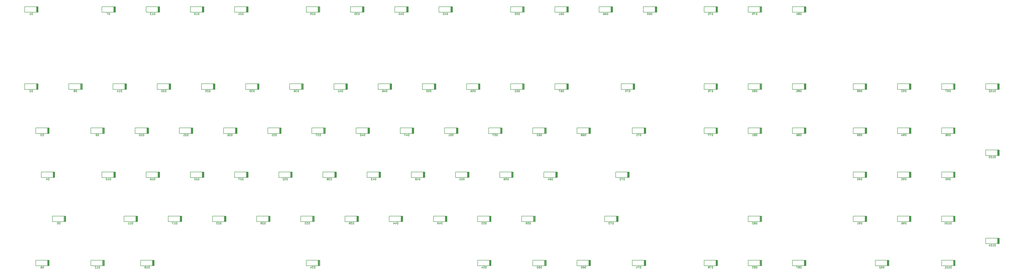
<source format=gbr>
G04 #@! TF.GenerationSoftware,KiCad,Pcbnew,(5.1.9)-1*
G04 #@! TF.CreationDate,2021-04-17T22:02:46-05:00*
G04 #@! TF.ProjectId,try3,74727933-2e6b-4696-9361-645f70636258,rev?*
G04 #@! TF.SameCoordinates,Original*
G04 #@! TF.FileFunction,Legend,Bot*
G04 #@! TF.FilePolarity,Positive*
%FSLAX46Y46*%
G04 Gerber Fmt 4.6, Leading zero omitted, Abs format (unit mm)*
G04 Created by KiCad (PCBNEW (5.1.9)-1) date 2021-04-17 22:02:46*
%MOMM*%
%LPD*%
G01*
G04 APERTURE LIST*
%ADD10C,0.200000*%
%ADD11C,0.150000*%
%ADD12C,0.650000*%
%ADD13O,0.900000X2.400000*%
%ADD14O,0.900000X1.700000*%
%ADD15C,1.700000*%
%ADD16C,4.000000*%
%ADD17C,2.200000*%
%ADD18C,3.050000*%
%ADD19C,1.600000*%
%ADD20R,1.600000X1.600000*%
%ADD21R,1.200000X1.200000*%
G04 APERTURE END LIST*
D10*
G04 #@! TO.C,D92*
X400191400Y8305650D02*
X400191400Y5905650D01*
X400366400Y8305650D02*
X400366400Y5905650D01*
X400541400Y8305650D02*
X400541400Y5905650D01*
X400941400Y5905650D02*
X400941400Y8305650D01*
X400716400Y8305650D02*
X400716400Y5905650D01*
X400841400Y8305650D02*
X400841400Y5905650D01*
X400916400Y8305650D02*
X395116400Y8305650D01*
X395116400Y8305650D02*
X395116400Y5905650D01*
X395116400Y5905650D02*
X400916400Y5905650D01*
G04 #@! TO.C,D101*
X428614000Y8305650D02*
X428614000Y5905650D01*
X428789000Y8305650D02*
X428789000Y5905650D01*
X428964000Y8305650D02*
X428964000Y5905650D01*
X429364000Y5905650D02*
X429364000Y8305650D01*
X429139000Y8305650D02*
X429139000Y5905650D01*
X429264000Y8305650D02*
X429264000Y5905650D01*
X429339000Y8305650D02*
X423539000Y8305650D01*
X423539000Y8305650D02*
X423539000Y5905650D01*
X423539000Y5905650D02*
X429339000Y5905650D01*
G04 #@! TO.C,D91*
X390717200Y27254050D02*
X390717200Y24854050D01*
X390892200Y27254050D02*
X390892200Y24854050D01*
X391067200Y27254050D02*
X391067200Y24854050D01*
X391467200Y24854050D02*
X391467200Y27254050D01*
X391242200Y27254050D02*
X391242200Y24854050D01*
X391367200Y27254050D02*
X391367200Y24854050D01*
X391442200Y27254050D02*
X385642200Y27254050D01*
X385642200Y27254050D02*
X385642200Y24854050D01*
X385642200Y24854050D02*
X391442200Y24854050D01*
G04 #@! TO.C,D96*
X409665600Y27254050D02*
X409665600Y24854050D01*
X409840600Y27254050D02*
X409840600Y24854050D01*
X410015600Y27254050D02*
X410015600Y24854050D01*
X410415600Y24854050D02*
X410415600Y27254050D01*
X410190600Y27254050D02*
X410190600Y24854050D01*
X410315600Y27254050D02*
X410315600Y24854050D01*
X410390600Y27254050D02*
X404590600Y27254050D01*
X404590600Y27254050D02*
X404590600Y24854050D01*
X404590600Y24854050D02*
X410390600Y24854050D01*
G04 #@! TO.C,D100*
X428614000Y27254050D02*
X428614000Y24854050D01*
X428789000Y27254050D02*
X428789000Y24854050D01*
X428964000Y27254050D02*
X428964000Y24854050D01*
X429364000Y24854050D02*
X429364000Y27254050D01*
X429139000Y27254050D02*
X429139000Y24854050D01*
X429264000Y27254050D02*
X429264000Y24854050D01*
X429339000Y27254050D02*
X423539000Y27254050D01*
X423539000Y27254050D02*
X423539000Y24854050D01*
X423539000Y24854050D02*
X429339000Y24854050D01*
G04 #@! TO.C,D99*
X428614000Y46202450D02*
X428614000Y43802450D01*
X428789000Y46202450D02*
X428789000Y43802450D01*
X428964000Y46202450D02*
X428964000Y43802450D01*
X429364000Y43802450D02*
X429364000Y46202450D01*
X429139000Y46202450D02*
X429139000Y43802450D01*
X429264000Y46202450D02*
X429264000Y43802450D01*
X429339000Y46202450D02*
X423539000Y46202450D01*
X423539000Y46202450D02*
X423539000Y43802450D01*
X423539000Y43802450D02*
X429339000Y43802450D01*
G04 #@! TO.C,D98*
X428614000Y65150850D02*
X428614000Y62750850D01*
X428789000Y65150850D02*
X428789000Y62750850D01*
X428964000Y65150850D02*
X428964000Y62750850D01*
X429364000Y62750850D02*
X429364000Y65150850D01*
X429139000Y65150850D02*
X429139000Y62750850D01*
X429264000Y65150850D02*
X429264000Y62750850D01*
X429339000Y65150850D02*
X423539000Y65150850D01*
X423539000Y65150850D02*
X423539000Y62750850D01*
X423539000Y62750850D02*
X429339000Y62750850D01*
G04 #@! TO.C,D97*
X428614000Y84099250D02*
X428614000Y81699250D01*
X428789000Y84099250D02*
X428789000Y81699250D01*
X428964000Y84099250D02*
X428964000Y81699250D01*
X429364000Y81699250D02*
X429364000Y84099250D01*
X429139000Y84099250D02*
X429139000Y81699250D01*
X429264000Y84099250D02*
X429264000Y81699250D01*
X429339000Y84099250D02*
X423539000Y84099250D01*
X423539000Y84099250D02*
X423539000Y81699250D01*
X423539000Y81699250D02*
X429339000Y81699250D01*
G04 #@! TO.C,D86*
X364663150Y65150850D02*
X364663150Y62750850D01*
X364838150Y65150850D02*
X364838150Y62750850D01*
X365013150Y65150850D02*
X365013150Y62750850D01*
X365413150Y62750850D02*
X365413150Y65150850D01*
X365188150Y65150850D02*
X365188150Y62750850D01*
X365313150Y65150850D02*
X365313150Y62750850D01*
X365388150Y65150850D02*
X359588150Y65150850D01*
X359588150Y65150850D02*
X359588150Y62750850D01*
X359588150Y62750850D02*
X365388150Y62750850D01*
G04 #@! TO.C,D85*
X364663150Y84099250D02*
X364663150Y81699250D01*
X364838150Y84099250D02*
X364838150Y81699250D01*
X365013150Y84099250D02*
X365013150Y81699250D01*
X365413150Y81699250D02*
X365413150Y84099250D01*
X365188150Y84099250D02*
X365188150Y81699250D01*
X365313150Y84099250D02*
X365313150Y81699250D01*
X365388150Y84099250D02*
X359588150Y84099250D01*
X359588150Y84099250D02*
X359588150Y81699250D01*
X359588150Y81699250D02*
X365388150Y81699250D01*
G04 #@! TO.C,D84*
X364663150Y117258950D02*
X364663150Y114858950D01*
X364838150Y117258950D02*
X364838150Y114858950D01*
X365013150Y117258950D02*
X365013150Y114858950D01*
X365413150Y114858950D02*
X365413150Y117258950D01*
X365188150Y117258950D02*
X365188150Y114858950D01*
X365313150Y117258950D02*
X365313150Y114858950D01*
X365388150Y117258950D02*
X359588150Y117258950D01*
X359588150Y117258950D02*
X359588150Y114858950D01*
X359588150Y114858950D02*
X365388150Y114858950D01*
G04 #@! TO.C,D95*
X409665600Y46202450D02*
X409665600Y43802450D01*
X409840600Y46202450D02*
X409840600Y43802450D01*
X410015600Y46202450D02*
X410015600Y43802450D01*
X410415600Y43802450D02*
X410415600Y46202450D01*
X410190600Y46202450D02*
X410190600Y43802450D01*
X410315600Y46202450D02*
X410315600Y43802450D01*
X410390600Y46202450D02*
X404590600Y46202450D01*
X404590600Y46202450D02*
X404590600Y43802450D01*
X404590600Y43802450D02*
X410390600Y43802450D01*
G04 #@! TO.C,D94*
X409665600Y65150850D02*
X409665600Y62750850D01*
X409840600Y65150850D02*
X409840600Y62750850D01*
X410015600Y65150850D02*
X410015600Y62750850D01*
X410415600Y62750850D02*
X410415600Y65150850D01*
X410190600Y65150850D02*
X410190600Y62750850D01*
X410315600Y65150850D02*
X410315600Y62750850D01*
X410390600Y65150850D02*
X404590600Y65150850D01*
X404590600Y65150850D02*
X404590600Y62750850D01*
X404590600Y62750850D02*
X410390600Y62750850D01*
G04 #@! TO.C,D93*
X409665600Y84099250D02*
X409665600Y81699250D01*
X409840600Y84099250D02*
X409840600Y81699250D01*
X410015600Y84099250D02*
X410015600Y81699250D01*
X410415600Y81699250D02*
X410415600Y84099250D01*
X410190600Y84099250D02*
X410190600Y81699250D01*
X410315600Y84099250D02*
X410315600Y81699250D01*
X410390600Y84099250D02*
X404590600Y84099250D01*
X404590600Y84099250D02*
X404590600Y81699250D01*
X404590600Y81699250D02*
X410390600Y81699250D01*
G04 #@! TO.C,D81*
X345714750Y65150850D02*
X345714750Y62750850D01*
X345889750Y65150850D02*
X345889750Y62750850D01*
X346064750Y65150850D02*
X346064750Y62750850D01*
X346464750Y62750850D02*
X346464750Y65150850D01*
X346239750Y65150850D02*
X346239750Y62750850D01*
X346364750Y65150850D02*
X346364750Y62750850D01*
X346439750Y65150850D02*
X340639750Y65150850D01*
X340639750Y65150850D02*
X340639750Y62750850D01*
X340639750Y62750850D02*
X346439750Y62750850D01*
G04 #@! TO.C,D80*
X345714750Y84099250D02*
X345714750Y81699250D01*
X345889750Y84099250D02*
X345889750Y81699250D01*
X346064750Y84099250D02*
X346064750Y81699250D01*
X346464750Y81699250D02*
X346464750Y84099250D01*
X346239750Y84099250D02*
X346239750Y81699250D01*
X346364750Y84099250D02*
X346364750Y81699250D01*
X346439750Y84099250D02*
X340639750Y84099250D01*
X340639750Y84099250D02*
X340639750Y81699250D01*
X340639750Y81699250D02*
X346439750Y81699250D01*
G04 #@! TO.C,D79*
X345714750Y117258950D02*
X345714750Y114858950D01*
X345889750Y117258950D02*
X345889750Y114858950D01*
X346064750Y117258950D02*
X346064750Y114858950D01*
X346464750Y114858950D02*
X346464750Y117258950D01*
X346239750Y117258950D02*
X346239750Y114858950D01*
X346364750Y117258950D02*
X346364750Y114858950D01*
X346439750Y117258950D02*
X340639750Y117258950D01*
X340639750Y117258950D02*
X340639750Y114858950D01*
X340639750Y114858950D02*
X346439750Y114858950D01*
G04 #@! TO.C,D90*
X390717200Y46202450D02*
X390717200Y43802450D01*
X390892200Y46202450D02*
X390892200Y43802450D01*
X391067200Y46202450D02*
X391067200Y43802450D01*
X391467200Y43802450D02*
X391467200Y46202450D01*
X391242200Y46202450D02*
X391242200Y43802450D01*
X391367200Y46202450D02*
X391367200Y43802450D01*
X391442200Y46202450D02*
X385642200Y46202450D01*
X385642200Y46202450D02*
X385642200Y43802450D01*
X385642200Y43802450D02*
X391442200Y43802450D01*
G04 #@! TO.C,D89*
X390717200Y65150850D02*
X390717200Y62750850D01*
X390892200Y65150850D02*
X390892200Y62750850D01*
X391067200Y65150850D02*
X391067200Y62750850D01*
X391467200Y62750850D02*
X391467200Y65150850D01*
X391242200Y65150850D02*
X391242200Y62750850D01*
X391367200Y65150850D02*
X391367200Y62750850D01*
X391442200Y65150850D02*
X385642200Y65150850D01*
X385642200Y65150850D02*
X385642200Y62750850D01*
X385642200Y62750850D02*
X391442200Y62750850D01*
G04 #@! TO.C,D88*
X390717200Y84099250D02*
X390717200Y81699250D01*
X390892200Y84099250D02*
X390892200Y81699250D01*
X391067200Y84099250D02*
X391067200Y81699250D01*
X391467200Y81699250D02*
X391467200Y84099250D01*
X391242200Y84099250D02*
X391242200Y81699250D01*
X391367200Y84099250D02*
X391367200Y81699250D01*
X391442200Y84099250D02*
X385642200Y84099250D01*
X385642200Y84099250D02*
X385642200Y81699250D01*
X385642200Y81699250D02*
X391442200Y81699250D01*
G04 #@! TO.C,D77*
X326766350Y65150850D02*
X326766350Y62750850D01*
X326941350Y65150850D02*
X326941350Y62750850D01*
X327116350Y65150850D02*
X327116350Y62750850D01*
X327516350Y62750850D02*
X327516350Y65150850D01*
X327291350Y65150850D02*
X327291350Y62750850D01*
X327416350Y65150850D02*
X327416350Y62750850D01*
X327491350Y65150850D02*
X321691350Y65150850D01*
X321691350Y65150850D02*
X321691350Y62750850D01*
X321691350Y62750850D02*
X327491350Y62750850D01*
G04 #@! TO.C,D76*
X326766350Y84099250D02*
X326766350Y81699250D01*
X326941350Y84099250D02*
X326941350Y81699250D01*
X327116350Y84099250D02*
X327116350Y81699250D01*
X327516350Y81699250D02*
X327516350Y84099250D01*
X327291350Y84099250D02*
X327291350Y81699250D01*
X327416350Y84099250D02*
X327416350Y81699250D01*
X327491350Y84099250D02*
X321691350Y84099250D01*
X321691350Y84099250D02*
X321691350Y81699250D01*
X321691350Y81699250D02*
X327491350Y81699250D01*
G04 #@! TO.C,D75*
X326766350Y117258950D02*
X326766350Y114858950D01*
X326941350Y117258950D02*
X326941350Y114858950D01*
X327116350Y117258950D02*
X327116350Y114858950D01*
X327516350Y114858950D02*
X327516350Y117258950D01*
X327291350Y117258950D02*
X327291350Y114858950D01*
X327416350Y117258950D02*
X327416350Y114858950D01*
X327491350Y117258950D02*
X321691350Y117258950D01*
X321691350Y117258950D02*
X321691350Y114858950D01*
X321691350Y114858950D02*
X327491350Y114858950D01*
G04 #@! TO.C,D103*
X447562400Y55676650D02*
X447562400Y53276650D01*
X447737400Y55676650D02*
X447737400Y53276650D01*
X447912400Y55676650D02*
X447912400Y53276650D01*
X448312400Y53276650D02*
X448312400Y55676650D01*
X448087400Y55676650D02*
X448087400Y53276650D01*
X448212400Y55676650D02*
X448212400Y53276650D01*
X448287400Y55676650D02*
X442487400Y55676650D01*
X442487400Y55676650D02*
X442487400Y53276650D01*
X442487400Y53276650D02*
X448287400Y53276650D01*
G04 #@! TO.C,D71*
X295975200Y65150850D02*
X295975200Y62750850D01*
X296150200Y65150850D02*
X296150200Y62750850D01*
X296325200Y65150850D02*
X296325200Y62750850D01*
X296725200Y62750850D02*
X296725200Y65150850D01*
X296500200Y65150850D02*
X296500200Y62750850D01*
X296625200Y65150850D02*
X296625200Y62750850D01*
X296700200Y65150850D02*
X290900200Y65150850D01*
X290900200Y65150850D02*
X290900200Y62750850D01*
X290900200Y62750850D02*
X296700200Y62750850D01*
G04 #@! TO.C,D70*
X291238100Y84099250D02*
X291238100Y81699250D01*
X291413100Y84099250D02*
X291413100Y81699250D01*
X291588100Y84099250D02*
X291588100Y81699250D01*
X291988100Y81699250D02*
X291988100Y84099250D01*
X291763100Y84099250D02*
X291763100Y81699250D01*
X291888100Y84099250D02*
X291888100Y81699250D01*
X291963100Y84099250D02*
X286163100Y84099250D01*
X286163100Y84099250D02*
X286163100Y81699250D01*
X286163100Y81699250D02*
X291963100Y81699250D01*
G04 #@! TO.C,D104*
X447562400Y17779850D02*
X447562400Y15379850D01*
X447737400Y17779850D02*
X447737400Y15379850D01*
X447912400Y17779850D02*
X447912400Y15379850D01*
X448312400Y15379850D02*
X448312400Y17779850D01*
X448087400Y17779850D02*
X448087400Y15379850D01*
X448212400Y17779850D02*
X448212400Y15379850D01*
X448287400Y17779850D02*
X442487400Y17779850D01*
X442487400Y17779850D02*
X442487400Y15379850D01*
X442487400Y15379850D02*
X448287400Y15379850D01*
G04 #@! TO.C,D102*
X447562400Y84099250D02*
X447562400Y81699250D01*
X447737400Y84099250D02*
X447737400Y81699250D01*
X447912400Y84099250D02*
X447912400Y81699250D01*
X448312400Y81699250D02*
X448312400Y84099250D01*
X448087400Y84099250D02*
X448087400Y81699250D01*
X448212400Y84099250D02*
X448212400Y81699250D01*
X448287400Y84099250D02*
X442487400Y84099250D01*
X442487400Y84099250D02*
X442487400Y81699250D01*
X442487400Y81699250D02*
X448287400Y81699250D01*
G04 #@! TO.C,D72*
X288869550Y46202450D02*
X288869550Y43802450D01*
X289044550Y46202450D02*
X289044550Y43802450D01*
X289219550Y46202450D02*
X289219550Y43802450D01*
X289619550Y43802450D02*
X289619550Y46202450D01*
X289394550Y46202450D02*
X289394550Y43802450D01*
X289519550Y46202450D02*
X289519550Y43802450D01*
X289594550Y46202450D02*
X283794550Y46202450D01*
X283794550Y46202450D02*
X283794550Y43802450D01*
X283794550Y43802450D02*
X289594550Y43802450D01*
G04 #@! TO.C,D68*
X272289700Y65150850D02*
X272289700Y62750850D01*
X272464700Y65150850D02*
X272464700Y62750850D01*
X272639700Y65150850D02*
X272639700Y62750850D01*
X273039700Y62750850D02*
X273039700Y65150850D01*
X272814700Y65150850D02*
X272814700Y62750850D01*
X272939700Y65150850D02*
X272939700Y62750850D01*
X273014700Y65150850D02*
X267214700Y65150850D01*
X267214700Y65150850D02*
X267214700Y62750850D01*
X267214700Y62750850D02*
X273014700Y62750850D01*
G04 #@! TO.C,D67*
X262815500Y84099250D02*
X262815500Y81699250D01*
X262990500Y84099250D02*
X262990500Y81699250D01*
X263165500Y84099250D02*
X263165500Y81699250D01*
X263565500Y81699250D02*
X263565500Y84099250D01*
X263340500Y84099250D02*
X263340500Y81699250D01*
X263465500Y84099250D02*
X263465500Y81699250D01*
X263540500Y84099250D02*
X257740500Y84099250D01*
X257740500Y84099250D02*
X257740500Y81699250D01*
X257740500Y81699250D02*
X263540500Y81699250D01*
G04 #@! TO.C,D69*
X300712300Y117258950D02*
X300712300Y114858950D01*
X300887300Y117258950D02*
X300887300Y114858950D01*
X301062300Y117258950D02*
X301062300Y114858950D01*
X301462300Y114858950D02*
X301462300Y117258950D01*
X301237300Y117258950D02*
X301237300Y114858950D01*
X301362300Y117258950D02*
X301362300Y114858950D01*
X301437300Y117258950D02*
X295637300Y117258950D01*
X295637300Y117258950D02*
X295637300Y114858950D01*
X295637300Y114858950D02*
X301437300Y114858950D01*
G04 #@! TO.C,D82*
X345714750Y27254050D02*
X345714750Y24854050D01*
X345889750Y27254050D02*
X345889750Y24854050D01*
X346064750Y27254050D02*
X346064750Y24854050D01*
X346464750Y24854050D02*
X346464750Y27254050D01*
X346239750Y27254050D02*
X346239750Y24854050D01*
X346364750Y27254050D02*
X346364750Y24854050D01*
X346439750Y27254050D02*
X340639750Y27254050D01*
X340639750Y27254050D02*
X340639750Y24854050D01*
X340639750Y24854050D02*
X346439750Y24854050D01*
G04 #@! TO.C,D73*
X284132450Y27254050D02*
X284132450Y24854050D01*
X284307450Y27254050D02*
X284307450Y24854050D01*
X284482450Y27254050D02*
X284482450Y24854050D01*
X284882450Y24854050D02*
X284882450Y27254050D01*
X284657450Y27254050D02*
X284657450Y24854050D01*
X284782450Y27254050D02*
X284782450Y24854050D01*
X284857450Y27254050D02*
X279057450Y27254050D01*
X279057450Y27254050D02*
X279057450Y24854050D01*
X279057450Y24854050D02*
X284857450Y24854050D01*
G04 #@! TO.C,D64*
X258078400Y46202450D02*
X258078400Y43802450D01*
X258253400Y46202450D02*
X258253400Y43802450D01*
X258428400Y46202450D02*
X258428400Y43802450D01*
X258828400Y43802450D02*
X258828400Y46202450D01*
X258603400Y46202450D02*
X258603400Y43802450D01*
X258728400Y46202450D02*
X258728400Y43802450D01*
X258803400Y46202450D02*
X253003400Y46202450D01*
X253003400Y46202450D02*
X253003400Y43802450D01*
X253003400Y43802450D02*
X258803400Y43802450D01*
G04 #@! TO.C,D63*
X253341300Y65150850D02*
X253341300Y62750850D01*
X253516300Y65150850D02*
X253516300Y62750850D01*
X253691300Y65150850D02*
X253691300Y62750850D01*
X254091300Y62750850D02*
X254091300Y65150850D01*
X253866300Y65150850D02*
X253866300Y62750850D01*
X253991300Y65150850D02*
X253991300Y62750850D01*
X254066300Y65150850D02*
X248266300Y65150850D01*
X248266300Y65150850D02*
X248266300Y62750850D01*
X248266300Y62750850D02*
X254066300Y62750850D01*
G04 #@! TO.C,D62*
X243867100Y84099250D02*
X243867100Y81699250D01*
X244042100Y84099250D02*
X244042100Y81699250D01*
X244217100Y84099250D02*
X244217100Y81699250D01*
X244617100Y81699250D02*
X244617100Y84099250D01*
X244392100Y84099250D02*
X244392100Y81699250D01*
X244517100Y84099250D02*
X244517100Y81699250D01*
X244592100Y84099250D02*
X238792100Y84099250D01*
X238792100Y84099250D02*
X238792100Y81699250D01*
X238792100Y81699250D02*
X244592100Y81699250D01*
G04 #@! TO.C,D66*
X281763900Y117258950D02*
X281763900Y114858950D01*
X281938900Y117258950D02*
X281938900Y114858950D01*
X282113900Y117258950D02*
X282113900Y114858950D01*
X282513900Y114858950D02*
X282513900Y117258950D01*
X282288900Y117258950D02*
X282288900Y114858950D01*
X282413900Y117258950D02*
X282413900Y114858950D01*
X282488900Y117258950D02*
X276688900Y117258950D01*
X276688900Y117258950D02*
X276688900Y114858950D01*
X276688900Y114858950D02*
X282488900Y114858950D01*
G04 #@! TO.C,D87*
X364663150Y8305650D02*
X364663150Y5905650D01*
X364838150Y8305650D02*
X364838150Y5905650D01*
X365013150Y8305650D02*
X365013150Y5905650D01*
X365413150Y5905650D02*
X365413150Y8305650D01*
X365188150Y8305650D02*
X365188150Y5905650D01*
X365313150Y8305650D02*
X365313150Y5905650D01*
X365388150Y8305650D02*
X359588150Y8305650D01*
X359588150Y8305650D02*
X359588150Y5905650D01*
X359588150Y5905650D02*
X365388150Y5905650D01*
G04 #@! TO.C,D59*
X248604200Y27254050D02*
X248604200Y24854050D01*
X248779200Y27254050D02*
X248779200Y24854050D01*
X248954200Y27254050D02*
X248954200Y24854050D01*
X249354200Y24854050D02*
X249354200Y27254050D01*
X249129200Y27254050D02*
X249129200Y24854050D01*
X249254200Y27254050D02*
X249254200Y24854050D01*
X249329200Y27254050D02*
X243529200Y27254050D01*
X243529200Y27254050D02*
X243529200Y24854050D01*
X243529200Y24854050D02*
X249329200Y24854050D01*
G04 #@! TO.C,D58*
X239130000Y46202450D02*
X239130000Y43802450D01*
X239305000Y46202450D02*
X239305000Y43802450D01*
X239480000Y46202450D02*
X239480000Y43802450D01*
X239880000Y43802450D02*
X239880000Y46202450D01*
X239655000Y46202450D02*
X239655000Y43802450D01*
X239780000Y46202450D02*
X239780000Y43802450D01*
X239855000Y46202450D02*
X234055000Y46202450D01*
X234055000Y46202450D02*
X234055000Y43802450D01*
X234055000Y43802450D02*
X239855000Y43802450D01*
G04 #@! TO.C,D57*
X234392900Y65150850D02*
X234392900Y62750850D01*
X234567900Y65150850D02*
X234567900Y62750850D01*
X234742900Y65150850D02*
X234742900Y62750850D01*
X235142900Y62750850D02*
X235142900Y65150850D01*
X234917900Y65150850D02*
X234917900Y62750850D01*
X235042900Y65150850D02*
X235042900Y62750850D01*
X235117900Y65150850D02*
X229317900Y65150850D01*
X229317900Y65150850D02*
X229317900Y62750850D01*
X229317900Y62750850D02*
X235117900Y62750850D01*
G04 #@! TO.C,D56*
X224918700Y84099250D02*
X224918700Y81699250D01*
X225093700Y84099250D02*
X225093700Y81699250D01*
X225268700Y84099250D02*
X225268700Y81699250D01*
X225668700Y81699250D02*
X225668700Y84099250D01*
X225443700Y84099250D02*
X225443700Y81699250D01*
X225568700Y84099250D02*
X225568700Y81699250D01*
X225643700Y84099250D02*
X219843700Y84099250D01*
X219843700Y84099250D02*
X219843700Y81699250D01*
X219843700Y81699250D02*
X225643700Y81699250D01*
G04 #@! TO.C,D61*
X262815500Y117258950D02*
X262815500Y114858950D01*
X262990500Y117258950D02*
X262990500Y114858950D01*
X263165500Y117258950D02*
X263165500Y114858950D01*
X263565500Y114858950D02*
X263565500Y117258950D01*
X263340500Y117258950D02*
X263340500Y114858950D01*
X263465500Y117258950D02*
X263465500Y114858950D01*
X263540500Y117258950D02*
X257740500Y117258950D01*
X257740500Y117258950D02*
X257740500Y114858950D01*
X257740500Y114858950D02*
X263540500Y114858950D01*
G04 #@! TO.C,D83*
X345714750Y8305650D02*
X345714750Y5905650D01*
X345889750Y8305650D02*
X345889750Y5905650D01*
X346064750Y8305650D02*
X346064750Y5905650D01*
X346464750Y5905650D02*
X346464750Y8305650D01*
X346239750Y8305650D02*
X346239750Y5905650D01*
X346364750Y8305650D02*
X346364750Y5905650D01*
X346439750Y8305650D02*
X340639750Y8305650D01*
X340639750Y8305650D02*
X340639750Y5905650D01*
X340639750Y5905650D02*
X346439750Y5905650D01*
G04 #@! TO.C,D53*
X229655800Y27254050D02*
X229655800Y24854050D01*
X229830800Y27254050D02*
X229830800Y24854050D01*
X230005800Y27254050D02*
X230005800Y24854050D01*
X230405800Y24854050D02*
X230405800Y27254050D01*
X230180800Y27254050D02*
X230180800Y24854050D01*
X230305800Y27254050D02*
X230305800Y24854050D01*
X230380800Y27254050D02*
X224580800Y27254050D01*
X224580800Y27254050D02*
X224580800Y24854050D01*
X224580800Y24854050D02*
X230380800Y24854050D01*
G04 #@! TO.C,D52*
X220181600Y46202450D02*
X220181600Y43802450D01*
X220356600Y46202450D02*
X220356600Y43802450D01*
X220531600Y46202450D02*
X220531600Y43802450D01*
X220931600Y43802450D02*
X220931600Y46202450D01*
X220706600Y46202450D02*
X220706600Y43802450D01*
X220831600Y46202450D02*
X220831600Y43802450D01*
X220906600Y46202450D02*
X215106600Y46202450D01*
X215106600Y46202450D02*
X215106600Y43802450D01*
X215106600Y43802450D02*
X220906600Y43802450D01*
G04 #@! TO.C,D51*
X215444500Y65150850D02*
X215444500Y62750850D01*
X215619500Y65150850D02*
X215619500Y62750850D01*
X215794500Y65150850D02*
X215794500Y62750850D01*
X216194500Y62750850D02*
X216194500Y65150850D01*
X215969500Y65150850D02*
X215969500Y62750850D01*
X216094500Y65150850D02*
X216094500Y62750850D01*
X216169500Y65150850D02*
X210369500Y65150850D01*
X210369500Y65150850D02*
X210369500Y62750850D01*
X210369500Y62750850D02*
X216169500Y62750850D01*
G04 #@! TO.C,D50*
X205970300Y84099250D02*
X205970300Y81699250D01*
X206145300Y84099250D02*
X206145300Y81699250D01*
X206320300Y84099250D02*
X206320300Y81699250D01*
X206720300Y81699250D02*
X206720300Y84099250D01*
X206495300Y84099250D02*
X206495300Y81699250D01*
X206620300Y84099250D02*
X206620300Y81699250D01*
X206695300Y84099250D02*
X200895300Y84099250D01*
X200895300Y84099250D02*
X200895300Y81699250D01*
X200895300Y81699250D02*
X206695300Y81699250D01*
G04 #@! TO.C,D55*
X243867100Y117258950D02*
X243867100Y114858950D01*
X244042100Y117258950D02*
X244042100Y114858950D01*
X244217100Y117258950D02*
X244217100Y114858950D01*
X244617100Y114858950D02*
X244617100Y117258950D01*
X244392100Y117258950D02*
X244392100Y114858950D01*
X244517100Y117258950D02*
X244517100Y114858950D01*
X244592100Y117258950D02*
X238792100Y117258950D01*
X238792100Y117258950D02*
X238792100Y114858950D01*
X238792100Y114858950D02*
X244592100Y114858950D01*
G04 #@! TO.C,D78*
X326766350Y8305650D02*
X326766350Y5905650D01*
X326941350Y8305650D02*
X326941350Y5905650D01*
X327116350Y8305650D02*
X327116350Y5905650D01*
X327516350Y5905650D02*
X327516350Y8305650D01*
X327291350Y8305650D02*
X327291350Y5905650D01*
X327416350Y8305650D02*
X327416350Y5905650D01*
X327491350Y8305650D02*
X321691350Y8305650D01*
X321691350Y8305650D02*
X321691350Y5905650D01*
X321691350Y5905650D02*
X327491350Y5905650D01*
G04 #@! TO.C,D49*
X210707400Y27254050D02*
X210707400Y24854050D01*
X210882400Y27254050D02*
X210882400Y24854050D01*
X211057400Y27254050D02*
X211057400Y24854050D01*
X211457400Y24854050D02*
X211457400Y27254050D01*
X211232400Y27254050D02*
X211232400Y24854050D01*
X211357400Y27254050D02*
X211357400Y24854050D01*
X211432400Y27254050D02*
X205632400Y27254050D01*
X205632400Y27254050D02*
X205632400Y24854050D01*
X205632400Y24854050D02*
X211432400Y24854050D01*
G04 #@! TO.C,D48*
X201233200Y46202450D02*
X201233200Y43802450D01*
X201408200Y46202450D02*
X201408200Y43802450D01*
X201583200Y46202450D02*
X201583200Y43802450D01*
X201983200Y43802450D02*
X201983200Y46202450D01*
X201758200Y46202450D02*
X201758200Y43802450D01*
X201883200Y46202450D02*
X201883200Y43802450D01*
X201958200Y46202450D02*
X196158200Y46202450D01*
X196158200Y46202450D02*
X196158200Y43802450D01*
X196158200Y43802450D02*
X201958200Y43802450D01*
G04 #@! TO.C,D47*
X196496100Y65150850D02*
X196496100Y62750850D01*
X196671100Y65150850D02*
X196671100Y62750850D01*
X196846100Y65150850D02*
X196846100Y62750850D01*
X197246100Y62750850D02*
X197246100Y65150850D01*
X197021100Y65150850D02*
X197021100Y62750850D01*
X197146100Y65150850D02*
X197146100Y62750850D01*
X197221100Y65150850D02*
X191421100Y65150850D01*
X191421100Y65150850D02*
X191421100Y62750850D01*
X191421100Y62750850D02*
X197221100Y62750850D01*
G04 #@! TO.C,D46*
X187021900Y84099250D02*
X187021900Y81699250D01*
X187196900Y84099250D02*
X187196900Y81699250D01*
X187371900Y84099250D02*
X187371900Y81699250D01*
X187771900Y81699250D02*
X187771900Y84099250D01*
X187546900Y84099250D02*
X187546900Y81699250D01*
X187671900Y84099250D02*
X187671900Y81699250D01*
X187746900Y84099250D02*
X181946900Y84099250D01*
X181946900Y84099250D02*
X181946900Y81699250D01*
X181946900Y81699250D02*
X187746900Y81699250D01*
G04 #@! TO.C,D45*
X213075950Y117258950D02*
X213075950Y114858950D01*
X213250950Y117258950D02*
X213250950Y114858950D01*
X213425950Y117258950D02*
X213425950Y114858950D01*
X213825950Y114858950D02*
X213825950Y117258950D01*
X213600950Y117258950D02*
X213600950Y114858950D01*
X213725950Y117258950D02*
X213725950Y114858950D01*
X213800950Y117258950D02*
X208000950Y117258950D01*
X208000950Y117258950D02*
X208000950Y114858950D01*
X208000950Y114858950D02*
X213800950Y114858950D01*
G04 #@! TO.C,D74*
X295975200Y8305650D02*
X295975200Y5905650D01*
X296150200Y8305650D02*
X296150200Y5905650D01*
X296325200Y8305650D02*
X296325200Y5905650D01*
X296725200Y5905650D02*
X296725200Y8305650D01*
X296500200Y8305650D02*
X296500200Y5905650D01*
X296625200Y8305650D02*
X296625200Y5905650D01*
X296700200Y8305650D02*
X290900200Y8305650D01*
X290900200Y8305650D02*
X290900200Y5905650D01*
X290900200Y5905650D02*
X296700200Y5905650D01*
G04 #@! TO.C,D44*
X191759000Y27254050D02*
X191759000Y24854050D01*
X191934000Y27254050D02*
X191934000Y24854050D01*
X192109000Y27254050D02*
X192109000Y24854050D01*
X192509000Y24854050D02*
X192509000Y27254050D01*
X192284000Y27254050D02*
X192284000Y24854050D01*
X192409000Y27254050D02*
X192409000Y24854050D01*
X192484000Y27254050D02*
X186684000Y27254050D01*
X186684000Y27254050D02*
X186684000Y24854050D01*
X186684000Y24854050D02*
X192484000Y24854050D01*
G04 #@! TO.C,D43*
X182284800Y46202450D02*
X182284800Y43802450D01*
X182459800Y46202450D02*
X182459800Y43802450D01*
X182634800Y46202450D02*
X182634800Y43802450D01*
X183034800Y43802450D02*
X183034800Y46202450D01*
X182809800Y46202450D02*
X182809800Y43802450D01*
X182934800Y46202450D02*
X182934800Y43802450D01*
X183009800Y46202450D02*
X177209800Y46202450D01*
X177209800Y46202450D02*
X177209800Y43802450D01*
X177209800Y43802450D02*
X183009800Y43802450D01*
G04 #@! TO.C,D42*
X177547700Y65150850D02*
X177547700Y62750850D01*
X177722700Y65150850D02*
X177722700Y62750850D01*
X177897700Y65150850D02*
X177897700Y62750850D01*
X178297700Y62750850D02*
X178297700Y65150850D01*
X178072700Y65150850D02*
X178072700Y62750850D01*
X178197700Y65150850D02*
X178197700Y62750850D01*
X178272700Y65150850D02*
X172472700Y65150850D01*
X172472700Y65150850D02*
X172472700Y62750850D01*
X172472700Y62750850D02*
X178272700Y62750850D01*
G04 #@! TO.C,D41*
X168073500Y84099250D02*
X168073500Y81699250D01*
X168248500Y84099250D02*
X168248500Y81699250D01*
X168423500Y84099250D02*
X168423500Y81699250D01*
X168823500Y81699250D02*
X168823500Y84099250D01*
X168598500Y84099250D02*
X168598500Y81699250D01*
X168723500Y84099250D02*
X168723500Y81699250D01*
X168798500Y84099250D02*
X162998500Y84099250D01*
X162998500Y84099250D02*
X162998500Y81699250D01*
X162998500Y81699250D02*
X168798500Y81699250D01*
G04 #@! TO.C,D40*
X194127550Y117258950D02*
X194127550Y114858950D01*
X194302550Y117258950D02*
X194302550Y114858950D01*
X194477550Y117258950D02*
X194477550Y114858950D01*
X194877550Y114858950D02*
X194877550Y117258950D01*
X194652550Y117258950D02*
X194652550Y114858950D01*
X194777550Y117258950D02*
X194777550Y114858950D01*
X194852550Y117258950D02*
X189052550Y117258950D01*
X189052550Y117258950D02*
X189052550Y114858950D01*
X189052550Y114858950D02*
X194852550Y114858950D01*
G04 #@! TO.C,D65*
X272289700Y8305650D02*
X272289700Y5905650D01*
X272464700Y8305650D02*
X272464700Y5905650D01*
X272639700Y8305650D02*
X272639700Y5905650D01*
X273039700Y5905650D02*
X273039700Y8305650D01*
X272814700Y8305650D02*
X272814700Y5905650D01*
X272939700Y8305650D02*
X272939700Y5905650D01*
X273014700Y8305650D02*
X267214700Y8305650D01*
X267214700Y8305650D02*
X267214700Y5905650D01*
X267214700Y5905650D02*
X273014700Y5905650D01*
G04 #@! TO.C,D39*
X172810600Y27254050D02*
X172810600Y24854050D01*
X172985600Y27254050D02*
X172985600Y24854050D01*
X173160600Y27254050D02*
X173160600Y24854050D01*
X173560600Y24854050D02*
X173560600Y27254050D01*
X173335600Y27254050D02*
X173335600Y24854050D01*
X173460600Y27254050D02*
X173460600Y24854050D01*
X173535600Y27254050D02*
X167735600Y27254050D01*
X167735600Y27254050D02*
X167735600Y24854050D01*
X167735600Y24854050D02*
X173535600Y24854050D01*
G04 #@! TO.C,D38*
X163336400Y46202450D02*
X163336400Y43802450D01*
X163511400Y46202450D02*
X163511400Y43802450D01*
X163686400Y46202450D02*
X163686400Y43802450D01*
X164086400Y43802450D02*
X164086400Y46202450D01*
X163861400Y46202450D02*
X163861400Y43802450D01*
X163986400Y46202450D02*
X163986400Y43802450D01*
X164061400Y46202450D02*
X158261400Y46202450D01*
X158261400Y46202450D02*
X158261400Y43802450D01*
X158261400Y43802450D02*
X164061400Y43802450D01*
G04 #@! TO.C,D37*
X158599300Y65150850D02*
X158599300Y62750850D01*
X158774300Y65150850D02*
X158774300Y62750850D01*
X158949300Y65150850D02*
X158949300Y62750850D01*
X159349300Y62750850D02*
X159349300Y65150850D01*
X159124300Y65150850D02*
X159124300Y62750850D01*
X159249300Y65150850D02*
X159249300Y62750850D01*
X159324300Y65150850D02*
X153524300Y65150850D01*
X153524300Y65150850D02*
X153524300Y62750850D01*
X153524300Y62750850D02*
X159324300Y62750850D01*
G04 #@! TO.C,D36*
X149125100Y84099250D02*
X149125100Y81699250D01*
X149300100Y84099250D02*
X149300100Y81699250D01*
X149475100Y84099250D02*
X149475100Y81699250D01*
X149875100Y81699250D02*
X149875100Y84099250D01*
X149650100Y84099250D02*
X149650100Y81699250D01*
X149775100Y84099250D02*
X149775100Y81699250D01*
X149850100Y84099250D02*
X144050100Y84099250D01*
X144050100Y84099250D02*
X144050100Y81699250D01*
X144050100Y81699250D02*
X149850100Y81699250D01*
G04 #@! TO.C,D35*
X175179150Y117258950D02*
X175179150Y114858950D01*
X175354150Y117258950D02*
X175354150Y114858950D01*
X175529150Y117258950D02*
X175529150Y114858950D01*
X175929150Y114858950D02*
X175929150Y117258950D01*
X175704150Y117258950D02*
X175704150Y114858950D01*
X175829150Y117258950D02*
X175829150Y114858950D01*
X175904150Y117258950D02*
X170104150Y117258950D01*
X170104150Y117258950D02*
X170104150Y114858950D01*
X170104150Y114858950D02*
X175904150Y114858950D01*
G04 #@! TO.C,D60*
X253341300Y8305650D02*
X253341300Y5905650D01*
X253516300Y8305650D02*
X253516300Y5905650D01*
X253691300Y8305650D02*
X253691300Y5905650D01*
X254091300Y5905650D02*
X254091300Y8305650D01*
X253866300Y8305650D02*
X253866300Y5905650D01*
X253991300Y8305650D02*
X253991300Y5905650D01*
X254066300Y8305650D02*
X248266300Y8305650D01*
X248266300Y8305650D02*
X248266300Y5905650D01*
X248266300Y5905650D02*
X254066300Y5905650D01*
G04 #@! TO.C,D33*
X153862200Y27254050D02*
X153862200Y24854050D01*
X154037200Y27254050D02*
X154037200Y24854050D01*
X154212200Y27254050D02*
X154212200Y24854050D01*
X154612200Y24854050D02*
X154612200Y27254050D01*
X154387200Y27254050D02*
X154387200Y24854050D01*
X154512200Y27254050D02*
X154512200Y24854050D01*
X154587200Y27254050D02*
X148787200Y27254050D01*
X148787200Y27254050D02*
X148787200Y24854050D01*
X148787200Y24854050D02*
X154587200Y24854050D01*
G04 #@! TO.C,D32*
X144388000Y46202450D02*
X144388000Y43802450D01*
X144563000Y46202450D02*
X144563000Y43802450D01*
X144738000Y46202450D02*
X144738000Y43802450D01*
X145138000Y43802450D02*
X145138000Y46202450D01*
X144913000Y46202450D02*
X144913000Y43802450D01*
X145038000Y46202450D02*
X145038000Y43802450D01*
X145113000Y46202450D02*
X139313000Y46202450D01*
X139313000Y46202450D02*
X139313000Y43802450D01*
X139313000Y43802450D02*
X145113000Y43802450D01*
G04 #@! TO.C,D31*
X139650900Y65150850D02*
X139650900Y62750850D01*
X139825900Y65150850D02*
X139825900Y62750850D01*
X140000900Y65150850D02*
X140000900Y62750850D01*
X140400900Y62750850D02*
X140400900Y65150850D01*
X140175900Y65150850D02*
X140175900Y62750850D01*
X140300900Y65150850D02*
X140300900Y62750850D01*
X140375900Y65150850D02*
X134575900Y65150850D01*
X134575900Y65150850D02*
X134575900Y62750850D01*
X134575900Y62750850D02*
X140375900Y62750850D01*
G04 #@! TO.C,D30*
X130176700Y84099250D02*
X130176700Y81699250D01*
X130351700Y84099250D02*
X130351700Y81699250D01*
X130526700Y84099250D02*
X130526700Y81699250D01*
X130926700Y81699250D02*
X130926700Y84099250D01*
X130701700Y84099250D02*
X130701700Y81699250D01*
X130826700Y84099250D02*
X130826700Y81699250D01*
X130901700Y84099250D02*
X125101700Y84099250D01*
X125101700Y84099250D02*
X125101700Y81699250D01*
X125101700Y81699250D02*
X130901700Y81699250D01*
G04 #@! TO.C,D29*
X156230750Y117258950D02*
X156230750Y114858950D01*
X156405750Y117258950D02*
X156405750Y114858950D01*
X156580750Y117258950D02*
X156580750Y114858950D01*
X156980750Y114858950D02*
X156980750Y117258950D01*
X156755750Y117258950D02*
X156755750Y114858950D01*
X156880750Y117258950D02*
X156880750Y114858950D01*
X156955750Y117258950D02*
X151155750Y117258950D01*
X151155750Y117258950D02*
X151155750Y114858950D01*
X151155750Y114858950D02*
X156955750Y114858950D01*
G04 #@! TO.C,D54*
X229655800Y8305650D02*
X229655800Y5905650D01*
X229830800Y8305650D02*
X229830800Y5905650D01*
X230005800Y8305650D02*
X230005800Y5905650D01*
X230405800Y5905650D02*
X230405800Y8305650D01*
X230180800Y8305650D02*
X230180800Y5905650D01*
X230305800Y8305650D02*
X230305800Y5905650D01*
X230380800Y8305650D02*
X224580800Y8305650D01*
X224580800Y8305650D02*
X224580800Y5905650D01*
X224580800Y5905650D02*
X230380800Y5905650D01*
G04 #@! TO.C,D28*
X134913800Y27254050D02*
X134913800Y24854050D01*
X135088800Y27254050D02*
X135088800Y24854050D01*
X135263800Y27254050D02*
X135263800Y24854050D01*
X135663800Y24854050D02*
X135663800Y27254050D01*
X135438800Y27254050D02*
X135438800Y24854050D01*
X135563800Y27254050D02*
X135563800Y24854050D01*
X135638800Y27254050D02*
X129838800Y27254050D01*
X129838800Y27254050D02*
X129838800Y24854050D01*
X129838800Y24854050D02*
X135638800Y24854050D01*
G04 #@! TO.C,D27*
X125439600Y46202450D02*
X125439600Y43802450D01*
X125614600Y46202450D02*
X125614600Y43802450D01*
X125789600Y46202450D02*
X125789600Y43802450D01*
X126189600Y43802450D02*
X126189600Y46202450D01*
X125964600Y46202450D02*
X125964600Y43802450D01*
X126089600Y46202450D02*
X126089600Y43802450D01*
X126164600Y46202450D02*
X120364600Y46202450D01*
X120364600Y46202450D02*
X120364600Y43802450D01*
X120364600Y43802450D02*
X126164600Y43802450D01*
G04 #@! TO.C,D26*
X120702500Y65150850D02*
X120702500Y62750850D01*
X120877500Y65150850D02*
X120877500Y62750850D01*
X121052500Y65150850D02*
X121052500Y62750850D01*
X121452500Y62750850D02*
X121452500Y65150850D01*
X121227500Y65150850D02*
X121227500Y62750850D01*
X121352500Y65150850D02*
X121352500Y62750850D01*
X121427500Y65150850D02*
X115627500Y65150850D01*
X115627500Y65150850D02*
X115627500Y62750850D01*
X115627500Y62750850D02*
X121427500Y62750850D01*
G04 #@! TO.C,D25*
X111228300Y84099250D02*
X111228300Y81699250D01*
X111403300Y84099250D02*
X111403300Y81699250D01*
X111578300Y84099250D02*
X111578300Y81699250D01*
X111978300Y81699250D02*
X111978300Y84099250D01*
X111753300Y84099250D02*
X111753300Y81699250D01*
X111878300Y84099250D02*
X111878300Y81699250D01*
X111953300Y84099250D02*
X106153300Y84099250D01*
X106153300Y84099250D02*
X106153300Y81699250D01*
X106153300Y81699250D02*
X111953300Y81699250D01*
G04 #@! TO.C,D24*
X125439600Y117258950D02*
X125439600Y114858950D01*
X125614600Y117258950D02*
X125614600Y114858950D01*
X125789600Y117258950D02*
X125789600Y114858950D01*
X126189600Y114858950D02*
X126189600Y117258950D01*
X125964600Y117258950D02*
X125964600Y114858950D01*
X126089600Y117258950D02*
X126089600Y114858950D01*
X126164600Y117258950D02*
X120364600Y117258950D01*
X120364600Y117258950D02*
X120364600Y114858950D01*
X120364600Y114858950D02*
X126164600Y114858950D01*
G04 #@! TO.C,D34*
X156230750Y8305650D02*
X156230750Y5905650D01*
X156405750Y8305650D02*
X156405750Y5905650D01*
X156580750Y8305650D02*
X156580750Y5905650D01*
X156980750Y5905650D02*
X156980750Y8305650D01*
X156755750Y8305650D02*
X156755750Y5905650D01*
X156880750Y8305650D02*
X156880750Y5905650D01*
X156955750Y8305650D02*
X151155750Y8305650D01*
X151155750Y8305650D02*
X151155750Y5905650D01*
X151155750Y5905650D02*
X156955750Y5905650D01*
G04 #@! TO.C,D23*
X115965400Y27254050D02*
X115965400Y24854050D01*
X116140400Y27254050D02*
X116140400Y24854050D01*
X116315400Y27254050D02*
X116315400Y24854050D01*
X116715400Y24854050D02*
X116715400Y27254050D01*
X116490400Y27254050D02*
X116490400Y24854050D01*
X116615400Y27254050D02*
X116615400Y24854050D01*
X116690400Y27254050D02*
X110890400Y27254050D01*
X110890400Y27254050D02*
X110890400Y24854050D01*
X110890400Y24854050D02*
X116690400Y24854050D01*
G04 #@! TO.C,D22*
X106491200Y46202450D02*
X106491200Y43802450D01*
X106666200Y46202450D02*
X106666200Y43802450D01*
X106841200Y46202450D02*
X106841200Y43802450D01*
X107241200Y43802450D02*
X107241200Y46202450D01*
X107016200Y46202450D02*
X107016200Y43802450D01*
X107141200Y46202450D02*
X107141200Y43802450D01*
X107216200Y46202450D02*
X101416200Y46202450D01*
X101416200Y46202450D02*
X101416200Y43802450D01*
X101416200Y43802450D02*
X107216200Y43802450D01*
G04 #@! TO.C,D21*
X101754100Y65150850D02*
X101754100Y62750850D01*
X101929100Y65150850D02*
X101929100Y62750850D01*
X102104100Y65150850D02*
X102104100Y62750850D01*
X102504100Y62750850D02*
X102504100Y65150850D01*
X102279100Y65150850D02*
X102279100Y62750850D01*
X102404100Y65150850D02*
X102404100Y62750850D01*
X102479100Y65150850D02*
X96679100Y65150850D01*
X96679100Y65150850D02*
X96679100Y62750850D01*
X96679100Y62750850D02*
X102479100Y62750850D01*
G04 #@! TO.C,D20*
X92279900Y84099250D02*
X92279900Y81699250D01*
X92454900Y84099250D02*
X92454900Y81699250D01*
X92629900Y84099250D02*
X92629900Y81699250D01*
X93029900Y81699250D02*
X93029900Y84099250D01*
X92804900Y84099250D02*
X92804900Y81699250D01*
X92929900Y84099250D02*
X92929900Y81699250D01*
X93004900Y84099250D02*
X87204900Y84099250D01*
X87204900Y84099250D02*
X87204900Y81699250D01*
X87204900Y81699250D02*
X93004900Y81699250D01*
G04 #@! TO.C,D19*
X106491200Y117258950D02*
X106491200Y114858950D01*
X106666200Y117258950D02*
X106666200Y114858950D01*
X106841200Y117258950D02*
X106841200Y114858950D01*
X107241200Y114858950D02*
X107241200Y117258950D01*
X107016200Y117258950D02*
X107016200Y114858950D01*
X107141200Y117258950D02*
X107141200Y114858950D01*
X107216200Y117258950D02*
X101416200Y117258950D01*
X101416200Y117258950D02*
X101416200Y114858950D01*
X101416200Y114858950D02*
X107216200Y114858950D01*
G04 #@! TO.C,D18*
X85174250Y8305650D02*
X85174250Y5905650D01*
X85349250Y8305650D02*
X85349250Y5905650D01*
X85524250Y8305650D02*
X85524250Y5905650D01*
X85924250Y5905650D02*
X85924250Y8305650D01*
X85699250Y8305650D02*
X85699250Y5905650D01*
X85824250Y8305650D02*
X85824250Y5905650D01*
X85899250Y8305650D02*
X80099250Y8305650D01*
X80099250Y8305650D02*
X80099250Y5905650D01*
X80099250Y5905650D02*
X85899250Y5905650D01*
G04 #@! TO.C,D17*
X97017000Y27254050D02*
X97017000Y24854050D01*
X97192000Y27254050D02*
X97192000Y24854050D01*
X97367000Y27254050D02*
X97367000Y24854050D01*
X97767000Y24854050D02*
X97767000Y27254050D01*
X97542000Y27254050D02*
X97542000Y24854050D01*
X97667000Y27254050D02*
X97667000Y24854050D01*
X97742000Y27254050D02*
X91942000Y27254050D01*
X91942000Y27254050D02*
X91942000Y24854050D01*
X91942000Y24854050D02*
X97742000Y24854050D01*
G04 #@! TO.C,D16*
X87542800Y46202450D02*
X87542800Y43802450D01*
X87717800Y46202450D02*
X87717800Y43802450D01*
X87892800Y46202450D02*
X87892800Y43802450D01*
X88292800Y43802450D02*
X88292800Y46202450D01*
X88067800Y46202450D02*
X88067800Y43802450D01*
X88192800Y46202450D02*
X88192800Y43802450D01*
X88267800Y46202450D02*
X82467800Y46202450D01*
X82467800Y46202450D02*
X82467800Y43802450D01*
X82467800Y43802450D02*
X88267800Y43802450D01*
G04 #@! TO.C,D15*
X82805700Y65150850D02*
X82805700Y62750850D01*
X82980700Y65150850D02*
X82980700Y62750850D01*
X83155700Y65150850D02*
X83155700Y62750850D01*
X83555700Y62750850D02*
X83555700Y65150850D01*
X83330700Y65150850D02*
X83330700Y62750850D01*
X83455700Y65150850D02*
X83455700Y62750850D01*
X83530700Y65150850D02*
X77730700Y65150850D01*
X77730700Y65150850D02*
X77730700Y62750850D01*
X77730700Y62750850D02*
X83530700Y62750850D01*
G04 #@! TO.C,D14*
X73331500Y84099250D02*
X73331500Y81699250D01*
X73506500Y84099250D02*
X73506500Y81699250D01*
X73681500Y84099250D02*
X73681500Y81699250D01*
X74081500Y81699250D02*
X74081500Y84099250D01*
X73856500Y84099250D02*
X73856500Y81699250D01*
X73981500Y84099250D02*
X73981500Y81699250D01*
X74056500Y84099250D02*
X68256500Y84099250D01*
X68256500Y84099250D02*
X68256500Y81699250D01*
X68256500Y81699250D02*
X74056500Y81699250D01*
G04 #@! TO.C,D13*
X87542800Y117258950D02*
X87542800Y114858950D01*
X87717800Y117258950D02*
X87717800Y114858950D01*
X87892800Y117258950D02*
X87892800Y114858950D01*
X88292800Y114858950D02*
X88292800Y117258950D01*
X88067800Y117258950D02*
X88067800Y114858950D01*
X88192800Y117258950D02*
X88192800Y114858950D01*
X88267800Y117258950D02*
X82467800Y117258950D01*
X82467800Y117258950D02*
X82467800Y114858950D01*
X82467800Y114858950D02*
X88267800Y114858950D01*
G04 #@! TO.C,D12*
X63857300Y8305650D02*
X63857300Y5905650D01*
X64032300Y8305650D02*
X64032300Y5905650D01*
X64207300Y8305650D02*
X64207300Y5905650D01*
X64607300Y5905650D02*
X64607300Y8305650D01*
X64382300Y8305650D02*
X64382300Y5905650D01*
X64507300Y8305650D02*
X64507300Y5905650D01*
X64582300Y8305650D02*
X58782300Y8305650D01*
X58782300Y8305650D02*
X58782300Y5905650D01*
X58782300Y5905650D02*
X64582300Y5905650D01*
G04 #@! TO.C,D11*
X78068600Y27254050D02*
X78068600Y24854050D01*
X78243600Y27254050D02*
X78243600Y24854050D01*
X78418600Y27254050D02*
X78418600Y24854050D01*
X78818600Y24854050D02*
X78818600Y27254050D01*
X78593600Y27254050D02*
X78593600Y24854050D01*
X78718600Y27254050D02*
X78718600Y24854050D01*
X78793600Y27254050D02*
X72993600Y27254050D01*
X72993600Y27254050D02*
X72993600Y24854050D01*
X72993600Y24854050D02*
X78793600Y24854050D01*
G04 #@! TO.C,D10*
X68594400Y46202450D02*
X68594400Y43802450D01*
X68769400Y46202450D02*
X68769400Y43802450D01*
X68944400Y46202450D02*
X68944400Y43802450D01*
X69344400Y43802450D02*
X69344400Y46202450D01*
X69119400Y46202450D02*
X69119400Y43802450D01*
X69244400Y46202450D02*
X69244400Y43802450D01*
X69319400Y46202450D02*
X63519400Y46202450D01*
X63519400Y46202450D02*
X63519400Y43802450D01*
X63519400Y43802450D02*
X69319400Y43802450D01*
G04 #@! TO.C,D9*
X63857300Y65150850D02*
X63857300Y62750850D01*
X64032300Y65150850D02*
X64032300Y62750850D01*
X64207300Y65150850D02*
X64207300Y62750850D01*
X64607300Y62750850D02*
X64607300Y65150850D01*
X64382300Y65150850D02*
X64382300Y62750850D01*
X64507300Y65150850D02*
X64507300Y62750850D01*
X64582300Y65150850D02*
X58782300Y65150850D01*
X58782300Y65150850D02*
X58782300Y62750850D01*
X58782300Y62750850D02*
X64582300Y62750850D01*
G04 #@! TO.C,D8*
X54383100Y84099250D02*
X54383100Y81699250D01*
X54558100Y84099250D02*
X54558100Y81699250D01*
X54733100Y84099250D02*
X54733100Y81699250D01*
X55133100Y81699250D02*
X55133100Y84099250D01*
X54908100Y84099250D02*
X54908100Y81699250D01*
X55033100Y84099250D02*
X55033100Y81699250D01*
X55108100Y84099250D02*
X49308100Y84099250D01*
X49308100Y84099250D02*
X49308100Y81699250D01*
X49308100Y81699250D02*
X55108100Y81699250D01*
G04 #@! TO.C,D7*
X68594400Y117258950D02*
X68594400Y114858950D01*
X68769400Y117258950D02*
X68769400Y114858950D01*
X68944400Y117258950D02*
X68944400Y114858950D01*
X69344400Y114858950D02*
X69344400Y117258950D01*
X69119400Y117258950D02*
X69119400Y114858950D01*
X69244400Y117258950D02*
X69244400Y114858950D01*
X69319400Y117258950D02*
X63519400Y117258950D01*
X63519400Y117258950D02*
X63519400Y114858950D01*
X63519400Y114858950D02*
X69319400Y114858950D01*
G04 #@! TO.C,D6*
X40171800Y8305650D02*
X40171800Y5905650D01*
X40346800Y8305650D02*
X40346800Y5905650D01*
X40521800Y8305650D02*
X40521800Y5905650D01*
X40921800Y5905650D02*
X40921800Y8305650D01*
X40696800Y8305650D02*
X40696800Y5905650D01*
X40821800Y8305650D02*
X40821800Y5905650D01*
X40896800Y8305650D02*
X35096800Y8305650D01*
X35096800Y8305650D02*
X35096800Y5905650D01*
X35096800Y5905650D02*
X40896800Y5905650D01*
G04 #@! TO.C,D5*
X47277450Y27254050D02*
X47277450Y24854050D01*
X47452450Y27254050D02*
X47452450Y24854050D01*
X47627450Y27254050D02*
X47627450Y24854050D01*
X48027450Y24854050D02*
X48027450Y27254050D01*
X47802450Y27254050D02*
X47802450Y24854050D01*
X47927450Y27254050D02*
X47927450Y24854050D01*
X48002450Y27254050D02*
X42202450Y27254050D01*
X42202450Y27254050D02*
X42202450Y24854050D01*
X42202450Y24854050D02*
X48002450Y24854050D01*
G04 #@! TO.C,D4*
X42540350Y46202450D02*
X42540350Y43802450D01*
X42715350Y46202450D02*
X42715350Y43802450D01*
X42890350Y46202450D02*
X42890350Y43802450D01*
X43290350Y43802450D02*
X43290350Y46202450D01*
X43065350Y46202450D02*
X43065350Y43802450D01*
X43190350Y46202450D02*
X43190350Y43802450D01*
X43265350Y46202450D02*
X37465350Y46202450D01*
X37465350Y46202450D02*
X37465350Y43802450D01*
X37465350Y43802450D02*
X43265350Y43802450D01*
G04 #@! TO.C,D3*
X40171800Y65150850D02*
X40171800Y62750850D01*
X40346800Y65150850D02*
X40346800Y62750850D01*
X40521800Y65150850D02*
X40521800Y62750850D01*
X40921800Y62750850D02*
X40921800Y65150850D01*
X40696800Y65150850D02*
X40696800Y62750850D01*
X40821800Y65150850D02*
X40821800Y62750850D01*
X40896800Y65150850D02*
X35096800Y65150850D01*
X35096800Y65150850D02*
X35096800Y62750850D01*
X35096800Y62750850D02*
X40896800Y62750850D01*
G04 #@! TO.C,D2*
X35434700Y84099250D02*
X35434700Y81699250D01*
X35609700Y84099250D02*
X35609700Y81699250D01*
X35784700Y84099250D02*
X35784700Y81699250D01*
X36184700Y81699250D02*
X36184700Y84099250D01*
X35959700Y84099250D02*
X35959700Y81699250D01*
X36084700Y84099250D02*
X36084700Y81699250D01*
X36159700Y84099250D02*
X30359700Y84099250D01*
X30359700Y84099250D02*
X30359700Y81699250D01*
X30359700Y81699250D02*
X36159700Y81699250D01*
G04 #@! TO.C,D1*
X35434700Y117258950D02*
X35434700Y114858950D01*
X35609700Y117258950D02*
X35609700Y114858950D01*
X35784700Y117258950D02*
X35784700Y114858950D01*
X36184700Y114858950D02*
X36184700Y117258950D01*
X35959700Y117258950D02*
X35959700Y114858950D01*
X36084700Y117258950D02*
X36084700Y114858950D01*
X36159700Y117258950D02*
X30359700Y117258950D01*
X30359700Y117258950D02*
X30359700Y114858950D01*
X30359700Y114858950D02*
X36159700Y114858950D01*
G04 #@! TO.C,D92*
D11*
X398887828Y4818745D02*
X398887828Y5618745D01*
X398697352Y5618745D01*
X398583066Y5580650D01*
X398506876Y5504459D01*
X398468780Y5428269D01*
X398430685Y5275888D01*
X398430685Y5161602D01*
X398468780Y5009221D01*
X398506876Y4933030D01*
X398583066Y4856840D01*
X398697352Y4818745D01*
X398887828Y4818745D01*
X398049733Y4818745D02*
X397897352Y4818745D01*
X397821161Y4856840D01*
X397783066Y4894935D01*
X397706876Y5009221D01*
X397668780Y5161602D01*
X397668780Y5466364D01*
X397706876Y5542554D01*
X397744971Y5580650D01*
X397821161Y5618745D01*
X397973542Y5618745D01*
X398049733Y5580650D01*
X398087828Y5542554D01*
X398125923Y5466364D01*
X398125923Y5275888D01*
X398087828Y5199697D01*
X398049733Y5161602D01*
X397973542Y5123507D01*
X397821161Y5123507D01*
X397744971Y5161602D01*
X397706876Y5199697D01*
X397668780Y5275888D01*
X397364019Y5542554D02*
X397325923Y5580650D01*
X397249733Y5618745D01*
X397059257Y5618745D01*
X396983066Y5580650D01*
X396944971Y5542554D01*
X396906876Y5466364D01*
X396906876Y5390173D01*
X396944971Y5275888D01*
X397402114Y4818745D01*
X396906876Y4818745D01*
G04 #@! TO.C,D101*
X427691380Y4818745D02*
X427691380Y5618745D01*
X427500904Y5618745D01*
X427386619Y5580650D01*
X427310428Y5504459D01*
X427272333Y5428269D01*
X427234238Y5275888D01*
X427234238Y5161602D01*
X427272333Y5009221D01*
X427310428Y4933030D01*
X427386619Y4856840D01*
X427500904Y4818745D01*
X427691380Y4818745D01*
X426472333Y4818745D02*
X426929476Y4818745D01*
X426700904Y4818745D02*
X426700904Y5618745D01*
X426777095Y5504459D01*
X426853285Y5428269D01*
X426929476Y5390173D01*
X425977095Y5618745D02*
X425900904Y5618745D01*
X425824714Y5580650D01*
X425786619Y5542554D01*
X425748523Y5466364D01*
X425710428Y5313983D01*
X425710428Y5123507D01*
X425748523Y4971126D01*
X425786619Y4894935D01*
X425824714Y4856840D01*
X425900904Y4818745D01*
X425977095Y4818745D01*
X426053285Y4856840D01*
X426091380Y4894935D01*
X426129476Y4971126D01*
X426167571Y5123507D01*
X426167571Y5313983D01*
X426129476Y5466364D01*
X426091380Y5542554D01*
X426053285Y5580650D01*
X425977095Y5618745D01*
X424948523Y4818745D02*
X425405666Y4818745D01*
X425177095Y4818745D02*
X425177095Y5618745D01*
X425253285Y5504459D01*
X425329476Y5428269D01*
X425405666Y5390173D01*
G04 #@! TO.C,D91*
X389413628Y23767145D02*
X389413628Y24567145D01*
X389223152Y24567145D01*
X389108866Y24529050D01*
X389032676Y24452859D01*
X388994580Y24376669D01*
X388956485Y24224288D01*
X388956485Y24110002D01*
X388994580Y23957621D01*
X389032676Y23881430D01*
X389108866Y23805240D01*
X389223152Y23767145D01*
X389413628Y23767145D01*
X388575533Y23767145D02*
X388423152Y23767145D01*
X388346961Y23805240D01*
X388308866Y23843335D01*
X388232676Y23957621D01*
X388194580Y24110002D01*
X388194580Y24414764D01*
X388232676Y24490954D01*
X388270771Y24529050D01*
X388346961Y24567145D01*
X388499342Y24567145D01*
X388575533Y24529050D01*
X388613628Y24490954D01*
X388651723Y24414764D01*
X388651723Y24224288D01*
X388613628Y24148097D01*
X388575533Y24110002D01*
X388499342Y24071907D01*
X388346961Y24071907D01*
X388270771Y24110002D01*
X388232676Y24148097D01*
X388194580Y24224288D01*
X387432676Y23767145D02*
X387889819Y23767145D01*
X387661247Y23767145D02*
X387661247Y24567145D01*
X387737438Y24452859D01*
X387813628Y24376669D01*
X387889819Y24338573D01*
G04 #@! TO.C,D96*
X408362028Y23767145D02*
X408362028Y24567145D01*
X408171552Y24567145D01*
X408057266Y24529050D01*
X407981076Y24452859D01*
X407942980Y24376669D01*
X407904885Y24224288D01*
X407904885Y24110002D01*
X407942980Y23957621D01*
X407981076Y23881430D01*
X408057266Y23805240D01*
X408171552Y23767145D01*
X408362028Y23767145D01*
X407523933Y23767145D02*
X407371552Y23767145D01*
X407295361Y23805240D01*
X407257266Y23843335D01*
X407181076Y23957621D01*
X407142980Y24110002D01*
X407142980Y24414764D01*
X407181076Y24490954D01*
X407219171Y24529050D01*
X407295361Y24567145D01*
X407447742Y24567145D01*
X407523933Y24529050D01*
X407562028Y24490954D01*
X407600123Y24414764D01*
X407600123Y24224288D01*
X407562028Y24148097D01*
X407523933Y24110002D01*
X407447742Y24071907D01*
X407295361Y24071907D01*
X407219171Y24110002D01*
X407181076Y24148097D01*
X407142980Y24224288D01*
X406457266Y24567145D02*
X406609647Y24567145D01*
X406685838Y24529050D01*
X406723933Y24490954D01*
X406800123Y24376669D01*
X406838219Y24224288D01*
X406838219Y23919526D01*
X406800123Y23843335D01*
X406762028Y23805240D01*
X406685838Y23767145D01*
X406533457Y23767145D01*
X406457266Y23805240D01*
X406419171Y23843335D01*
X406381076Y23919526D01*
X406381076Y24110002D01*
X406419171Y24186192D01*
X406457266Y24224288D01*
X406533457Y24262383D01*
X406685838Y24262383D01*
X406762028Y24224288D01*
X406800123Y24186192D01*
X406838219Y24110002D01*
G04 #@! TO.C,D100*
X427691380Y23767145D02*
X427691380Y24567145D01*
X427500904Y24567145D01*
X427386619Y24529050D01*
X427310428Y24452859D01*
X427272333Y24376669D01*
X427234238Y24224288D01*
X427234238Y24110002D01*
X427272333Y23957621D01*
X427310428Y23881430D01*
X427386619Y23805240D01*
X427500904Y23767145D01*
X427691380Y23767145D01*
X426472333Y23767145D02*
X426929476Y23767145D01*
X426700904Y23767145D02*
X426700904Y24567145D01*
X426777095Y24452859D01*
X426853285Y24376669D01*
X426929476Y24338573D01*
X425977095Y24567145D02*
X425900904Y24567145D01*
X425824714Y24529050D01*
X425786619Y24490954D01*
X425748523Y24414764D01*
X425710428Y24262383D01*
X425710428Y24071907D01*
X425748523Y23919526D01*
X425786619Y23843335D01*
X425824714Y23805240D01*
X425900904Y23767145D01*
X425977095Y23767145D01*
X426053285Y23805240D01*
X426091380Y23843335D01*
X426129476Y23919526D01*
X426167571Y24071907D01*
X426167571Y24262383D01*
X426129476Y24414764D01*
X426091380Y24490954D01*
X426053285Y24529050D01*
X425977095Y24567145D01*
X425215190Y24567145D02*
X425139000Y24567145D01*
X425062809Y24529050D01*
X425024714Y24490954D01*
X424986619Y24414764D01*
X424948523Y24262383D01*
X424948523Y24071907D01*
X424986619Y23919526D01*
X425024714Y23843335D01*
X425062809Y23805240D01*
X425139000Y23767145D01*
X425215190Y23767145D01*
X425291380Y23805240D01*
X425329476Y23843335D01*
X425367571Y23919526D01*
X425405666Y24071907D01*
X425405666Y24262383D01*
X425367571Y24414764D01*
X425329476Y24490954D01*
X425291380Y24529050D01*
X425215190Y24567145D01*
G04 #@! TO.C,D99*
X427310428Y42715545D02*
X427310428Y43515545D01*
X427119952Y43515545D01*
X427005666Y43477450D01*
X426929476Y43401259D01*
X426891380Y43325069D01*
X426853285Y43172688D01*
X426853285Y43058402D01*
X426891380Y42906021D01*
X426929476Y42829830D01*
X427005666Y42753640D01*
X427119952Y42715545D01*
X427310428Y42715545D01*
X426472333Y42715545D02*
X426319952Y42715545D01*
X426243761Y42753640D01*
X426205666Y42791735D01*
X426129476Y42906021D01*
X426091380Y43058402D01*
X426091380Y43363164D01*
X426129476Y43439354D01*
X426167571Y43477450D01*
X426243761Y43515545D01*
X426396142Y43515545D01*
X426472333Y43477450D01*
X426510428Y43439354D01*
X426548523Y43363164D01*
X426548523Y43172688D01*
X426510428Y43096497D01*
X426472333Y43058402D01*
X426396142Y43020307D01*
X426243761Y43020307D01*
X426167571Y43058402D01*
X426129476Y43096497D01*
X426091380Y43172688D01*
X425710428Y42715545D02*
X425558047Y42715545D01*
X425481857Y42753640D01*
X425443761Y42791735D01*
X425367571Y42906021D01*
X425329476Y43058402D01*
X425329476Y43363164D01*
X425367571Y43439354D01*
X425405666Y43477450D01*
X425481857Y43515545D01*
X425634238Y43515545D01*
X425710428Y43477450D01*
X425748523Y43439354D01*
X425786619Y43363164D01*
X425786619Y43172688D01*
X425748523Y43096497D01*
X425710428Y43058402D01*
X425634238Y43020307D01*
X425481857Y43020307D01*
X425405666Y43058402D01*
X425367571Y43096497D01*
X425329476Y43172688D01*
G04 #@! TO.C,D98*
X427310428Y61663945D02*
X427310428Y62463945D01*
X427119952Y62463945D01*
X427005666Y62425850D01*
X426929476Y62349659D01*
X426891380Y62273469D01*
X426853285Y62121088D01*
X426853285Y62006802D01*
X426891380Y61854421D01*
X426929476Y61778230D01*
X427005666Y61702040D01*
X427119952Y61663945D01*
X427310428Y61663945D01*
X426472333Y61663945D02*
X426319952Y61663945D01*
X426243761Y61702040D01*
X426205666Y61740135D01*
X426129476Y61854421D01*
X426091380Y62006802D01*
X426091380Y62311564D01*
X426129476Y62387754D01*
X426167571Y62425850D01*
X426243761Y62463945D01*
X426396142Y62463945D01*
X426472333Y62425850D01*
X426510428Y62387754D01*
X426548523Y62311564D01*
X426548523Y62121088D01*
X426510428Y62044897D01*
X426472333Y62006802D01*
X426396142Y61968707D01*
X426243761Y61968707D01*
X426167571Y62006802D01*
X426129476Y62044897D01*
X426091380Y62121088D01*
X425634238Y62121088D02*
X425710428Y62159183D01*
X425748523Y62197278D01*
X425786619Y62273469D01*
X425786619Y62311564D01*
X425748523Y62387754D01*
X425710428Y62425850D01*
X425634238Y62463945D01*
X425481857Y62463945D01*
X425405666Y62425850D01*
X425367571Y62387754D01*
X425329476Y62311564D01*
X425329476Y62273469D01*
X425367571Y62197278D01*
X425405666Y62159183D01*
X425481857Y62121088D01*
X425634238Y62121088D01*
X425710428Y62082992D01*
X425748523Y62044897D01*
X425786619Y61968707D01*
X425786619Y61816326D01*
X425748523Y61740135D01*
X425710428Y61702040D01*
X425634238Y61663945D01*
X425481857Y61663945D01*
X425405666Y61702040D01*
X425367571Y61740135D01*
X425329476Y61816326D01*
X425329476Y61968707D01*
X425367571Y62044897D01*
X425405666Y62082992D01*
X425481857Y62121088D01*
G04 #@! TO.C,D97*
X427310428Y80612345D02*
X427310428Y81412345D01*
X427119952Y81412345D01*
X427005666Y81374250D01*
X426929476Y81298059D01*
X426891380Y81221869D01*
X426853285Y81069488D01*
X426853285Y80955202D01*
X426891380Y80802821D01*
X426929476Y80726630D01*
X427005666Y80650440D01*
X427119952Y80612345D01*
X427310428Y80612345D01*
X426472333Y80612345D02*
X426319952Y80612345D01*
X426243761Y80650440D01*
X426205666Y80688535D01*
X426129476Y80802821D01*
X426091380Y80955202D01*
X426091380Y81259964D01*
X426129476Y81336154D01*
X426167571Y81374250D01*
X426243761Y81412345D01*
X426396142Y81412345D01*
X426472333Y81374250D01*
X426510428Y81336154D01*
X426548523Y81259964D01*
X426548523Y81069488D01*
X426510428Y80993297D01*
X426472333Y80955202D01*
X426396142Y80917107D01*
X426243761Y80917107D01*
X426167571Y80955202D01*
X426129476Y80993297D01*
X426091380Y81069488D01*
X425824714Y81412345D02*
X425291380Y81412345D01*
X425634238Y80612345D01*
G04 #@! TO.C,D86*
X363359578Y61663945D02*
X363359578Y62463945D01*
X363169102Y62463945D01*
X363054816Y62425850D01*
X362978626Y62349659D01*
X362940530Y62273469D01*
X362902435Y62121088D01*
X362902435Y62006802D01*
X362940530Y61854421D01*
X362978626Y61778230D01*
X363054816Y61702040D01*
X363169102Y61663945D01*
X363359578Y61663945D01*
X362445292Y62121088D02*
X362521483Y62159183D01*
X362559578Y62197278D01*
X362597673Y62273469D01*
X362597673Y62311564D01*
X362559578Y62387754D01*
X362521483Y62425850D01*
X362445292Y62463945D01*
X362292911Y62463945D01*
X362216721Y62425850D01*
X362178626Y62387754D01*
X362140530Y62311564D01*
X362140530Y62273469D01*
X362178626Y62197278D01*
X362216721Y62159183D01*
X362292911Y62121088D01*
X362445292Y62121088D01*
X362521483Y62082992D01*
X362559578Y62044897D01*
X362597673Y61968707D01*
X362597673Y61816326D01*
X362559578Y61740135D01*
X362521483Y61702040D01*
X362445292Y61663945D01*
X362292911Y61663945D01*
X362216721Y61702040D01*
X362178626Y61740135D01*
X362140530Y61816326D01*
X362140530Y61968707D01*
X362178626Y62044897D01*
X362216721Y62082992D01*
X362292911Y62121088D01*
X361454816Y62463945D02*
X361607197Y62463945D01*
X361683388Y62425850D01*
X361721483Y62387754D01*
X361797673Y62273469D01*
X361835769Y62121088D01*
X361835769Y61816326D01*
X361797673Y61740135D01*
X361759578Y61702040D01*
X361683388Y61663945D01*
X361531007Y61663945D01*
X361454816Y61702040D01*
X361416721Y61740135D01*
X361378626Y61816326D01*
X361378626Y62006802D01*
X361416721Y62082992D01*
X361454816Y62121088D01*
X361531007Y62159183D01*
X361683388Y62159183D01*
X361759578Y62121088D01*
X361797673Y62082992D01*
X361835769Y62006802D01*
G04 #@! TO.C,D85*
X363359578Y80612345D02*
X363359578Y81412345D01*
X363169102Y81412345D01*
X363054816Y81374250D01*
X362978626Y81298059D01*
X362940530Y81221869D01*
X362902435Y81069488D01*
X362902435Y80955202D01*
X362940530Y80802821D01*
X362978626Y80726630D01*
X363054816Y80650440D01*
X363169102Y80612345D01*
X363359578Y80612345D01*
X362445292Y81069488D02*
X362521483Y81107583D01*
X362559578Y81145678D01*
X362597673Y81221869D01*
X362597673Y81259964D01*
X362559578Y81336154D01*
X362521483Y81374250D01*
X362445292Y81412345D01*
X362292911Y81412345D01*
X362216721Y81374250D01*
X362178626Y81336154D01*
X362140530Y81259964D01*
X362140530Y81221869D01*
X362178626Y81145678D01*
X362216721Y81107583D01*
X362292911Y81069488D01*
X362445292Y81069488D01*
X362521483Y81031392D01*
X362559578Y80993297D01*
X362597673Y80917107D01*
X362597673Y80764726D01*
X362559578Y80688535D01*
X362521483Y80650440D01*
X362445292Y80612345D01*
X362292911Y80612345D01*
X362216721Y80650440D01*
X362178626Y80688535D01*
X362140530Y80764726D01*
X362140530Y80917107D01*
X362178626Y80993297D01*
X362216721Y81031392D01*
X362292911Y81069488D01*
X361416721Y81412345D02*
X361797673Y81412345D01*
X361835769Y81031392D01*
X361797673Y81069488D01*
X361721483Y81107583D01*
X361531007Y81107583D01*
X361454816Y81069488D01*
X361416721Y81031392D01*
X361378626Y80955202D01*
X361378626Y80764726D01*
X361416721Y80688535D01*
X361454816Y80650440D01*
X361531007Y80612345D01*
X361721483Y80612345D01*
X361797673Y80650440D01*
X361835769Y80688535D01*
G04 #@! TO.C,D84*
X363359578Y113772045D02*
X363359578Y114572045D01*
X363169102Y114572045D01*
X363054816Y114533950D01*
X362978626Y114457759D01*
X362940530Y114381569D01*
X362902435Y114229188D01*
X362902435Y114114902D01*
X362940530Y113962521D01*
X362978626Y113886330D01*
X363054816Y113810140D01*
X363169102Y113772045D01*
X363359578Y113772045D01*
X362445292Y114229188D02*
X362521483Y114267283D01*
X362559578Y114305378D01*
X362597673Y114381569D01*
X362597673Y114419664D01*
X362559578Y114495854D01*
X362521483Y114533950D01*
X362445292Y114572045D01*
X362292911Y114572045D01*
X362216721Y114533950D01*
X362178626Y114495854D01*
X362140530Y114419664D01*
X362140530Y114381569D01*
X362178626Y114305378D01*
X362216721Y114267283D01*
X362292911Y114229188D01*
X362445292Y114229188D01*
X362521483Y114191092D01*
X362559578Y114152997D01*
X362597673Y114076807D01*
X362597673Y113924426D01*
X362559578Y113848235D01*
X362521483Y113810140D01*
X362445292Y113772045D01*
X362292911Y113772045D01*
X362216721Y113810140D01*
X362178626Y113848235D01*
X362140530Y113924426D01*
X362140530Y114076807D01*
X362178626Y114152997D01*
X362216721Y114191092D01*
X362292911Y114229188D01*
X361454816Y114305378D02*
X361454816Y113772045D01*
X361645292Y114610140D02*
X361835769Y114038711D01*
X361340530Y114038711D01*
G04 #@! TO.C,D95*
X408362028Y42715545D02*
X408362028Y43515545D01*
X408171552Y43515545D01*
X408057266Y43477450D01*
X407981076Y43401259D01*
X407942980Y43325069D01*
X407904885Y43172688D01*
X407904885Y43058402D01*
X407942980Y42906021D01*
X407981076Y42829830D01*
X408057266Y42753640D01*
X408171552Y42715545D01*
X408362028Y42715545D01*
X407523933Y42715545D02*
X407371552Y42715545D01*
X407295361Y42753640D01*
X407257266Y42791735D01*
X407181076Y42906021D01*
X407142980Y43058402D01*
X407142980Y43363164D01*
X407181076Y43439354D01*
X407219171Y43477450D01*
X407295361Y43515545D01*
X407447742Y43515545D01*
X407523933Y43477450D01*
X407562028Y43439354D01*
X407600123Y43363164D01*
X407600123Y43172688D01*
X407562028Y43096497D01*
X407523933Y43058402D01*
X407447742Y43020307D01*
X407295361Y43020307D01*
X407219171Y43058402D01*
X407181076Y43096497D01*
X407142980Y43172688D01*
X406419171Y43515545D02*
X406800123Y43515545D01*
X406838219Y43134592D01*
X406800123Y43172688D01*
X406723933Y43210783D01*
X406533457Y43210783D01*
X406457266Y43172688D01*
X406419171Y43134592D01*
X406381076Y43058402D01*
X406381076Y42867926D01*
X406419171Y42791735D01*
X406457266Y42753640D01*
X406533457Y42715545D01*
X406723933Y42715545D01*
X406800123Y42753640D01*
X406838219Y42791735D01*
G04 #@! TO.C,D94*
X408362028Y61663945D02*
X408362028Y62463945D01*
X408171552Y62463945D01*
X408057266Y62425850D01*
X407981076Y62349659D01*
X407942980Y62273469D01*
X407904885Y62121088D01*
X407904885Y62006802D01*
X407942980Y61854421D01*
X407981076Y61778230D01*
X408057266Y61702040D01*
X408171552Y61663945D01*
X408362028Y61663945D01*
X407523933Y61663945D02*
X407371552Y61663945D01*
X407295361Y61702040D01*
X407257266Y61740135D01*
X407181076Y61854421D01*
X407142980Y62006802D01*
X407142980Y62311564D01*
X407181076Y62387754D01*
X407219171Y62425850D01*
X407295361Y62463945D01*
X407447742Y62463945D01*
X407523933Y62425850D01*
X407562028Y62387754D01*
X407600123Y62311564D01*
X407600123Y62121088D01*
X407562028Y62044897D01*
X407523933Y62006802D01*
X407447742Y61968707D01*
X407295361Y61968707D01*
X407219171Y62006802D01*
X407181076Y62044897D01*
X407142980Y62121088D01*
X406457266Y62197278D02*
X406457266Y61663945D01*
X406647742Y62502040D02*
X406838219Y61930611D01*
X406342980Y61930611D01*
G04 #@! TO.C,D93*
X408362028Y80612345D02*
X408362028Y81412345D01*
X408171552Y81412345D01*
X408057266Y81374250D01*
X407981076Y81298059D01*
X407942980Y81221869D01*
X407904885Y81069488D01*
X407904885Y80955202D01*
X407942980Y80802821D01*
X407981076Y80726630D01*
X408057266Y80650440D01*
X408171552Y80612345D01*
X408362028Y80612345D01*
X407523933Y80612345D02*
X407371552Y80612345D01*
X407295361Y80650440D01*
X407257266Y80688535D01*
X407181076Y80802821D01*
X407142980Y80955202D01*
X407142980Y81259964D01*
X407181076Y81336154D01*
X407219171Y81374250D01*
X407295361Y81412345D01*
X407447742Y81412345D01*
X407523933Y81374250D01*
X407562028Y81336154D01*
X407600123Y81259964D01*
X407600123Y81069488D01*
X407562028Y80993297D01*
X407523933Y80955202D01*
X407447742Y80917107D01*
X407295361Y80917107D01*
X407219171Y80955202D01*
X407181076Y80993297D01*
X407142980Y81069488D01*
X406876314Y81412345D02*
X406381076Y81412345D01*
X406647742Y81107583D01*
X406533457Y81107583D01*
X406457266Y81069488D01*
X406419171Y81031392D01*
X406381076Y80955202D01*
X406381076Y80764726D01*
X406419171Y80688535D01*
X406457266Y80650440D01*
X406533457Y80612345D01*
X406762028Y80612345D01*
X406838219Y80650440D01*
X406876314Y80688535D01*
G04 #@! TO.C,D81*
X344411178Y61663945D02*
X344411178Y62463945D01*
X344220702Y62463945D01*
X344106416Y62425850D01*
X344030226Y62349659D01*
X343992130Y62273469D01*
X343954035Y62121088D01*
X343954035Y62006802D01*
X343992130Y61854421D01*
X344030226Y61778230D01*
X344106416Y61702040D01*
X344220702Y61663945D01*
X344411178Y61663945D01*
X343496892Y62121088D02*
X343573083Y62159183D01*
X343611178Y62197278D01*
X343649273Y62273469D01*
X343649273Y62311564D01*
X343611178Y62387754D01*
X343573083Y62425850D01*
X343496892Y62463945D01*
X343344511Y62463945D01*
X343268321Y62425850D01*
X343230226Y62387754D01*
X343192130Y62311564D01*
X343192130Y62273469D01*
X343230226Y62197278D01*
X343268321Y62159183D01*
X343344511Y62121088D01*
X343496892Y62121088D01*
X343573083Y62082992D01*
X343611178Y62044897D01*
X343649273Y61968707D01*
X343649273Y61816326D01*
X343611178Y61740135D01*
X343573083Y61702040D01*
X343496892Y61663945D01*
X343344511Y61663945D01*
X343268321Y61702040D01*
X343230226Y61740135D01*
X343192130Y61816326D01*
X343192130Y61968707D01*
X343230226Y62044897D01*
X343268321Y62082992D01*
X343344511Y62121088D01*
X342430226Y61663945D02*
X342887369Y61663945D01*
X342658797Y61663945D02*
X342658797Y62463945D01*
X342734988Y62349659D01*
X342811178Y62273469D01*
X342887369Y62235373D01*
G04 #@! TO.C,D80*
X344411178Y80612345D02*
X344411178Y81412345D01*
X344220702Y81412345D01*
X344106416Y81374250D01*
X344030226Y81298059D01*
X343992130Y81221869D01*
X343954035Y81069488D01*
X343954035Y80955202D01*
X343992130Y80802821D01*
X344030226Y80726630D01*
X344106416Y80650440D01*
X344220702Y80612345D01*
X344411178Y80612345D01*
X343496892Y81069488D02*
X343573083Y81107583D01*
X343611178Y81145678D01*
X343649273Y81221869D01*
X343649273Y81259964D01*
X343611178Y81336154D01*
X343573083Y81374250D01*
X343496892Y81412345D01*
X343344511Y81412345D01*
X343268321Y81374250D01*
X343230226Y81336154D01*
X343192130Y81259964D01*
X343192130Y81221869D01*
X343230226Y81145678D01*
X343268321Y81107583D01*
X343344511Y81069488D01*
X343496892Y81069488D01*
X343573083Y81031392D01*
X343611178Y80993297D01*
X343649273Y80917107D01*
X343649273Y80764726D01*
X343611178Y80688535D01*
X343573083Y80650440D01*
X343496892Y80612345D01*
X343344511Y80612345D01*
X343268321Y80650440D01*
X343230226Y80688535D01*
X343192130Y80764726D01*
X343192130Y80917107D01*
X343230226Y80993297D01*
X343268321Y81031392D01*
X343344511Y81069488D01*
X342696892Y81412345D02*
X342620702Y81412345D01*
X342544511Y81374250D01*
X342506416Y81336154D01*
X342468321Y81259964D01*
X342430226Y81107583D01*
X342430226Y80917107D01*
X342468321Y80764726D01*
X342506416Y80688535D01*
X342544511Y80650440D01*
X342620702Y80612345D01*
X342696892Y80612345D01*
X342773083Y80650440D01*
X342811178Y80688535D01*
X342849273Y80764726D01*
X342887369Y80917107D01*
X342887369Y81107583D01*
X342849273Y81259964D01*
X342811178Y81336154D01*
X342773083Y81374250D01*
X342696892Y81412345D01*
G04 #@! TO.C,D79*
X344411178Y113772045D02*
X344411178Y114572045D01*
X344220702Y114572045D01*
X344106416Y114533950D01*
X344030226Y114457759D01*
X343992130Y114381569D01*
X343954035Y114229188D01*
X343954035Y114114902D01*
X343992130Y113962521D01*
X344030226Y113886330D01*
X344106416Y113810140D01*
X344220702Y113772045D01*
X344411178Y113772045D01*
X343687369Y114572045D02*
X343154035Y114572045D01*
X343496892Y113772045D01*
X342811178Y113772045D02*
X342658797Y113772045D01*
X342582607Y113810140D01*
X342544511Y113848235D01*
X342468321Y113962521D01*
X342430226Y114114902D01*
X342430226Y114419664D01*
X342468321Y114495854D01*
X342506416Y114533950D01*
X342582607Y114572045D01*
X342734988Y114572045D01*
X342811178Y114533950D01*
X342849273Y114495854D01*
X342887369Y114419664D01*
X342887369Y114229188D01*
X342849273Y114152997D01*
X342811178Y114114902D01*
X342734988Y114076807D01*
X342582607Y114076807D01*
X342506416Y114114902D01*
X342468321Y114152997D01*
X342430226Y114229188D01*
G04 #@! TO.C,D90*
X389413628Y42715545D02*
X389413628Y43515545D01*
X389223152Y43515545D01*
X389108866Y43477450D01*
X389032676Y43401259D01*
X388994580Y43325069D01*
X388956485Y43172688D01*
X388956485Y43058402D01*
X388994580Y42906021D01*
X389032676Y42829830D01*
X389108866Y42753640D01*
X389223152Y42715545D01*
X389413628Y42715545D01*
X388575533Y42715545D02*
X388423152Y42715545D01*
X388346961Y42753640D01*
X388308866Y42791735D01*
X388232676Y42906021D01*
X388194580Y43058402D01*
X388194580Y43363164D01*
X388232676Y43439354D01*
X388270771Y43477450D01*
X388346961Y43515545D01*
X388499342Y43515545D01*
X388575533Y43477450D01*
X388613628Y43439354D01*
X388651723Y43363164D01*
X388651723Y43172688D01*
X388613628Y43096497D01*
X388575533Y43058402D01*
X388499342Y43020307D01*
X388346961Y43020307D01*
X388270771Y43058402D01*
X388232676Y43096497D01*
X388194580Y43172688D01*
X387699342Y43515545D02*
X387623152Y43515545D01*
X387546961Y43477450D01*
X387508866Y43439354D01*
X387470771Y43363164D01*
X387432676Y43210783D01*
X387432676Y43020307D01*
X387470771Y42867926D01*
X387508866Y42791735D01*
X387546961Y42753640D01*
X387623152Y42715545D01*
X387699342Y42715545D01*
X387775533Y42753640D01*
X387813628Y42791735D01*
X387851723Y42867926D01*
X387889819Y43020307D01*
X387889819Y43210783D01*
X387851723Y43363164D01*
X387813628Y43439354D01*
X387775533Y43477450D01*
X387699342Y43515545D01*
G04 #@! TO.C,D89*
X389413628Y61663945D02*
X389413628Y62463945D01*
X389223152Y62463945D01*
X389108866Y62425850D01*
X389032676Y62349659D01*
X388994580Y62273469D01*
X388956485Y62121088D01*
X388956485Y62006802D01*
X388994580Y61854421D01*
X389032676Y61778230D01*
X389108866Y61702040D01*
X389223152Y61663945D01*
X389413628Y61663945D01*
X388499342Y62121088D02*
X388575533Y62159183D01*
X388613628Y62197278D01*
X388651723Y62273469D01*
X388651723Y62311564D01*
X388613628Y62387754D01*
X388575533Y62425850D01*
X388499342Y62463945D01*
X388346961Y62463945D01*
X388270771Y62425850D01*
X388232676Y62387754D01*
X388194580Y62311564D01*
X388194580Y62273469D01*
X388232676Y62197278D01*
X388270771Y62159183D01*
X388346961Y62121088D01*
X388499342Y62121088D01*
X388575533Y62082992D01*
X388613628Y62044897D01*
X388651723Y61968707D01*
X388651723Y61816326D01*
X388613628Y61740135D01*
X388575533Y61702040D01*
X388499342Y61663945D01*
X388346961Y61663945D01*
X388270771Y61702040D01*
X388232676Y61740135D01*
X388194580Y61816326D01*
X388194580Y61968707D01*
X388232676Y62044897D01*
X388270771Y62082992D01*
X388346961Y62121088D01*
X387813628Y61663945D02*
X387661247Y61663945D01*
X387585057Y61702040D01*
X387546961Y61740135D01*
X387470771Y61854421D01*
X387432676Y62006802D01*
X387432676Y62311564D01*
X387470771Y62387754D01*
X387508866Y62425850D01*
X387585057Y62463945D01*
X387737438Y62463945D01*
X387813628Y62425850D01*
X387851723Y62387754D01*
X387889819Y62311564D01*
X387889819Y62121088D01*
X387851723Y62044897D01*
X387813628Y62006802D01*
X387737438Y61968707D01*
X387585057Y61968707D01*
X387508866Y62006802D01*
X387470771Y62044897D01*
X387432676Y62121088D01*
G04 #@! TO.C,D88*
X389413628Y80612345D02*
X389413628Y81412345D01*
X389223152Y81412345D01*
X389108866Y81374250D01*
X389032676Y81298059D01*
X388994580Y81221869D01*
X388956485Y81069488D01*
X388956485Y80955202D01*
X388994580Y80802821D01*
X389032676Y80726630D01*
X389108866Y80650440D01*
X389223152Y80612345D01*
X389413628Y80612345D01*
X388499342Y81069488D02*
X388575533Y81107583D01*
X388613628Y81145678D01*
X388651723Y81221869D01*
X388651723Y81259964D01*
X388613628Y81336154D01*
X388575533Y81374250D01*
X388499342Y81412345D01*
X388346961Y81412345D01*
X388270771Y81374250D01*
X388232676Y81336154D01*
X388194580Y81259964D01*
X388194580Y81221869D01*
X388232676Y81145678D01*
X388270771Y81107583D01*
X388346961Y81069488D01*
X388499342Y81069488D01*
X388575533Y81031392D01*
X388613628Y80993297D01*
X388651723Y80917107D01*
X388651723Y80764726D01*
X388613628Y80688535D01*
X388575533Y80650440D01*
X388499342Y80612345D01*
X388346961Y80612345D01*
X388270771Y80650440D01*
X388232676Y80688535D01*
X388194580Y80764726D01*
X388194580Y80917107D01*
X388232676Y80993297D01*
X388270771Y81031392D01*
X388346961Y81069488D01*
X387737438Y81069488D02*
X387813628Y81107583D01*
X387851723Y81145678D01*
X387889819Y81221869D01*
X387889819Y81259964D01*
X387851723Y81336154D01*
X387813628Y81374250D01*
X387737438Y81412345D01*
X387585057Y81412345D01*
X387508866Y81374250D01*
X387470771Y81336154D01*
X387432676Y81259964D01*
X387432676Y81221869D01*
X387470771Y81145678D01*
X387508866Y81107583D01*
X387585057Y81069488D01*
X387737438Y81069488D01*
X387813628Y81031392D01*
X387851723Y80993297D01*
X387889819Y80917107D01*
X387889819Y80764726D01*
X387851723Y80688535D01*
X387813628Y80650440D01*
X387737438Y80612345D01*
X387585057Y80612345D01*
X387508866Y80650440D01*
X387470771Y80688535D01*
X387432676Y80764726D01*
X387432676Y80917107D01*
X387470771Y80993297D01*
X387508866Y81031392D01*
X387585057Y81069488D01*
G04 #@! TO.C,D77*
X325462778Y61663945D02*
X325462778Y62463945D01*
X325272302Y62463945D01*
X325158016Y62425850D01*
X325081826Y62349659D01*
X325043730Y62273469D01*
X325005635Y62121088D01*
X325005635Y62006802D01*
X325043730Y61854421D01*
X325081826Y61778230D01*
X325158016Y61702040D01*
X325272302Y61663945D01*
X325462778Y61663945D01*
X324738969Y62463945D02*
X324205635Y62463945D01*
X324548492Y61663945D01*
X323977064Y62463945D02*
X323443730Y62463945D01*
X323786588Y61663945D01*
G04 #@! TO.C,D76*
X325462778Y80612345D02*
X325462778Y81412345D01*
X325272302Y81412345D01*
X325158016Y81374250D01*
X325081826Y81298059D01*
X325043730Y81221869D01*
X325005635Y81069488D01*
X325005635Y80955202D01*
X325043730Y80802821D01*
X325081826Y80726630D01*
X325158016Y80650440D01*
X325272302Y80612345D01*
X325462778Y80612345D01*
X324738969Y81412345D02*
X324205635Y81412345D01*
X324548492Y80612345D01*
X323558016Y81412345D02*
X323710397Y81412345D01*
X323786588Y81374250D01*
X323824683Y81336154D01*
X323900873Y81221869D01*
X323938969Y81069488D01*
X323938969Y80764726D01*
X323900873Y80688535D01*
X323862778Y80650440D01*
X323786588Y80612345D01*
X323634207Y80612345D01*
X323558016Y80650440D01*
X323519921Y80688535D01*
X323481826Y80764726D01*
X323481826Y80955202D01*
X323519921Y81031392D01*
X323558016Y81069488D01*
X323634207Y81107583D01*
X323786588Y81107583D01*
X323862778Y81069488D01*
X323900873Y81031392D01*
X323938969Y80955202D01*
G04 #@! TO.C,D75*
X325462778Y113772045D02*
X325462778Y114572045D01*
X325272302Y114572045D01*
X325158016Y114533950D01*
X325081826Y114457759D01*
X325043730Y114381569D01*
X325005635Y114229188D01*
X325005635Y114114902D01*
X325043730Y113962521D01*
X325081826Y113886330D01*
X325158016Y113810140D01*
X325272302Y113772045D01*
X325462778Y113772045D01*
X324738969Y114572045D02*
X324205635Y114572045D01*
X324548492Y113772045D01*
X323519921Y114572045D02*
X323900873Y114572045D01*
X323938969Y114191092D01*
X323900873Y114229188D01*
X323824683Y114267283D01*
X323634207Y114267283D01*
X323558016Y114229188D01*
X323519921Y114191092D01*
X323481826Y114114902D01*
X323481826Y113924426D01*
X323519921Y113848235D01*
X323558016Y113810140D01*
X323634207Y113772045D01*
X323824683Y113772045D01*
X323900873Y113810140D01*
X323938969Y113848235D01*
G04 #@! TO.C,D103*
X446639780Y52189745D02*
X446639780Y52989745D01*
X446449304Y52989745D01*
X446335019Y52951650D01*
X446258828Y52875459D01*
X446220733Y52799269D01*
X446182638Y52646888D01*
X446182638Y52532602D01*
X446220733Y52380221D01*
X446258828Y52304030D01*
X446335019Y52227840D01*
X446449304Y52189745D01*
X446639780Y52189745D01*
X445420733Y52189745D02*
X445877876Y52189745D01*
X445649304Y52189745D02*
X445649304Y52989745D01*
X445725495Y52875459D01*
X445801685Y52799269D01*
X445877876Y52761173D01*
X444925495Y52989745D02*
X444849304Y52989745D01*
X444773114Y52951650D01*
X444735019Y52913554D01*
X444696923Y52837364D01*
X444658828Y52684983D01*
X444658828Y52494507D01*
X444696923Y52342126D01*
X444735019Y52265935D01*
X444773114Y52227840D01*
X444849304Y52189745D01*
X444925495Y52189745D01*
X445001685Y52227840D01*
X445039780Y52265935D01*
X445077876Y52342126D01*
X445115971Y52494507D01*
X445115971Y52684983D01*
X445077876Y52837364D01*
X445039780Y52913554D01*
X445001685Y52951650D01*
X444925495Y52989745D01*
X444392161Y52989745D02*
X443896923Y52989745D01*
X444163590Y52684983D01*
X444049304Y52684983D01*
X443973114Y52646888D01*
X443935019Y52608792D01*
X443896923Y52532602D01*
X443896923Y52342126D01*
X443935019Y52265935D01*
X443973114Y52227840D01*
X444049304Y52189745D01*
X444277876Y52189745D01*
X444354066Y52227840D01*
X444392161Y52265935D01*
G04 #@! TO.C,D71*
X294671628Y61663945D02*
X294671628Y62463945D01*
X294481152Y62463945D01*
X294366866Y62425850D01*
X294290676Y62349659D01*
X294252580Y62273469D01*
X294214485Y62121088D01*
X294214485Y62006802D01*
X294252580Y61854421D01*
X294290676Y61778230D01*
X294366866Y61702040D01*
X294481152Y61663945D01*
X294671628Y61663945D01*
X293947819Y62463945D02*
X293414485Y62463945D01*
X293757342Y61663945D01*
X292690676Y61663945D02*
X293147819Y61663945D01*
X292919247Y61663945D02*
X292919247Y62463945D01*
X292995438Y62349659D01*
X293071628Y62273469D01*
X293147819Y62235373D01*
G04 #@! TO.C,D70*
X289934528Y80612345D02*
X289934528Y81412345D01*
X289744052Y81412345D01*
X289629766Y81374250D01*
X289553576Y81298059D01*
X289515480Y81221869D01*
X289477385Y81069488D01*
X289477385Y80955202D01*
X289515480Y80802821D01*
X289553576Y80726630D01*
X289629766Y80650440D01*
X289744052Y80612345D01*
X289934528Y80612345D01*
X289210719Y81412345D02*
X288677385Y81412345D01*
X289020242Y80612345D01*
X288220242Y81412345D02*
X288144052Y81412345D01*
X288067861Y81374250D01*
X288029766Y81336154D01*
X287991671Y81259964D01*
X287953576Y81107583D01*
X287953576Y80917107D01*
X287991671Y80764726D01*
X288029766Y80688535D01*
X288067861Y80650440D01*
X288144052Y80612345D01*
X288220242Y80612345D01*
X288296433Y80650440D01*
X288334528Y80688535D01*
X288372623Y80764726D01*
X288410719Y80917107D01*
X288410719Y81107583D01*
X288372623Y81259964D01*
X288334528Y81336154D01*
X288296433Y81374250D01*
X288220242Y81412345D01*
G04 #@! TO.C,D104*
X446639780Y14292945D02*
X446639780Y15092945D01*
X446449304Y15092945D01*
X446335019Y15054850D01*
X446258828Y14978659D01*
X446220733Y14902469D01*
X446182638Y14750088D01*
X446182638Y14635802D01*
X446220733Y14483421D01*
X446258828Y14407230D01*
X446335019Y14331040D01*
X446449304Y14292945D01*
X446639780Y14292945D01*
X445420733Y14292945D02*
X445877876Y14292945D01*
X445649304Y14292945D02*
X445649304Y15092945D01*
X445725495Y14978659D01*
X445801685Y14902469D01*
X445877876Y14864373D01*
X444925495Y15092945D02*
X444849304Y15092945D01*
X444773114Y15054850D01*
X444735019Y15016754D01*
X444696923Y14940564D01*
X444658828Y14788183D01*
X444658828Y14597707D01*
X444696923Y14445326D01*
X444735019Y14369135D01*
X444773114Y14331040D01*
X444849304Y14292945D01*
X444925495Y14292945D01*
X445001685Y14331040D01*
X445039780Y14369135D01*
X445077876Y14445326D01*
X445115971Y14597707D01*
X445115971Y14788183D01*
X445077876Y14940564D01*
X445039780Y15016754D01*
X445001685Y15054850D01*
X444925495Y15092945D01*
X443973114Y14826278D02*
X443973114Y14292945D01*
X444163590Y15131040D02*
X444354066Y14559611D01*
X443858828Y14559611D01*
G04 #@! TO.C,D102*
X446639780Y80612345D02*
X446639780Y81412345D01*
X446449304Y81412345D01*
X446335019Y81374250D01*
X446258828Y81298059D01*
X446220733Y81221869D01*
X446182638Y81069488D01*
X446182638Y80955202D01*
X446220733Y80802821D01*
X446258828Y80726630D01*
X446335019Y80650440D01*
X446449304Y80612345D01*
X446639780Y80612345D01*
X445420733Y80612345D02*
X445877876Y80612345D01*
X445649304Y80612345D02*
X445649304Y81412345D01*
X445725495Y81298059D01*
X445801685Y81221869D01*
X445877876Y81183773D01*
X444925495Y81412345D02*
X444849304Y81412345D01*
X444773114Y81374250D01*
X444735019Y81336154D01*
X444696923Y81259964D01*
X444658828Y81107583D01*
X444658828Y80917107D01*
X444696923Y80764726D01*
X444735019Y80688535D01*
X444773114Y80650440D01*
X444849304Y80612345D01*
X444925495Y80612345D01*
X445001685Y80650440D01*
X445039780Y80688535D01*
X445077876Y80764726D01*
X445115971Y80917107D01*
X445115971Y81107583D01*
X445077876Y81259964D01*
X445039780Y81336154D01*
X445001685Y81374250D01*
X444925495Y81412345D01*
X444354066Y81336154D02*
X444315971Y81374250D01*
X444239780Y81412345D01*
X444049304Y81412345D01*
X443973114Y81374250D01*
X443935019Y81336154D01*
X443896923Y81259964D01*
X443896923Y81183773D01*
X443935019Y81069488D01*
X444392161Y80612345D01*
X443896923Y80612345D01*
G04 #@! TO.C,D72*
X287565978Y42715545D02*
X287565978Y43515545D01*
X287375502Y43515545D01*
X287261216Y43477450D01*
X287185026Y43401259D01*
X287146930Y43325069D01*
X287108835Y43172688D01*
X287108835Y43058402D01*
X287146930Y42906021D01*
X287185026Y42829830D01*
X287261216Y42753640D01*
X287375502Y42715545D01*
X287565978Y42715545D01*
X286842169Y43515545D02*
X286308835Y43515545D01*
X286651692Y42715545D01*
X286042169Y43439354D02*
X286004073Y43477450D01*
X285927883Y43515545D01*
X285737407Y43515545D01*
X285661216Y43477450D01*
X285623121Y43439354D01*
X285585026Y43363164D01*
X285585026Y43286973D01*
X285623121Y43172688D01*
X286080264Y42715545D01*
X285585026Y42715545D01*
G04 #@! TO.C,D68*
X270986128Y61663945D02*
X270986128Y62463945D01*
X270795652Y62463945D01*
X270681366Y62425850D01*
X270605176Y62349659D01*
X270567080Y62273469D01*
X270528985Y62121088D01*
X270528985Y62006802D01*
X270567080Y61854421D01*
X270605176Y61778230D01*
X270681366Y61702040D01*
X270795652Y61663945D01*
X270986128Y61663945D01*
X269843271Y62463945D02*
X269995652Y62463945D01*
X270071842Y62425850D01*
X270109938Y62387754D01*
X270186128Y62273469D01*
X270224223Y62121088D01*
X270224223Y61816326D01*
X270186128Y61740135D01*
X270148033Y61702040D01*
X270071842Y61663945D01*
X269919461Y61663945D01*
X269843271Y61702040D01*
X269805176Y61740135D01*
X269767080Y61816326D01*
X269767080Y62006802D01*
X269805176Y62082992D01*
X269843271Y62121088D01*
X269919461Y62159183D01*
X270071842Y62159183D01*
X270148033Y62121088D01*
X270186128Y62082992D01*
X270224223Y62006802D01*
X269309938Y62121088D02*
X269386128Y62159183D01*
X269424223Y62197278D01*
X269462319Y62273469D01*
X269462319Y62311564D01*
X269424223Y62387754D01*
X269386128Y62425850D01*
X269309938Y62463945D01*
X269157557Y62463945D01*
X269081366Y62425850D01*
X269043271Y62387754D01*
X269005176Y62311564D01*
X269005176Y62273469D01*
X269043271Y62197278D01*
X269081366Y62159183D01*
X269157557Y62121088D01*
X269309938Y62121088D01*
X269386128Y62082992D01*
X269424223Y62044897D01*
X269462319Y61968707D01*
X269462319Y61816326D01*
X269424223Y61740135D01*
X269386128Y61702040D01*
X269309938Y61663945D01*
X269157557Y61663945D01*
X269081366Y61702040D01*
X269043271Y61740135D01*
X269005176Y61816326D01*
X269005176Y61968707D01*
X269043271Y62044897D01*
X269081366Y62082992D01*
X269157557Y62121088D01*
G04 #@! TO.C,D67*
X261511928Y80612345D02*
X261511928Y81412345D01*
X261321452Y81412345D01*
X261207166Y81374250D01*
X261130976Y81298059D01*
X261092880Y81221869D01*
X261054785Y81069488D01*
X261054785Y80955202D01*
X261092880Y80802821D01*
X261130976Y80726630D01*
X261207166Y80650440D01*
X261321452Y80612345D01*
X261511928Y80612345D01*
X260369071Y81412345D02*
X260521452Y81412345D01*
X260597642Y81374250D01*
X260635738Y81336154D01*
X260711928Y81221869D01*
X260750023Y81069488D01*
X260750023Y80764726D01*
X260711928Y80688535D01*
X260673833Y80650440D01*
X260597642Y80612345D01*
X260445261Y80612345D01*
X260369071Y80650440D01*
X260330976Y80688535D01*
X260292880Y80764726D01*
X260292880Y80955202D01*
X260330976Y81031392D01*
X260369071Y81069488D01*
X260445261Y81107583D01*
X260597642Y81107583D01*
X260673833Y81069488D01*
X260711928Y81031392D01*
X260750023Y80955202D01*
X260026214Y81412345D02*
X259492880Y81412345D01*
X259835738Y80612345D01*
G04 #@! TO.C,D69*
X299408728Y113772045D02*
X299408728Y114572045D01*
X299218252Y114572045D01*
X299103966Y114533950D01*
X299027776Y114457759D01*
X298989680Y114381569D01*
X298951585Y114229188D01*
X298951585Y114114902D01*
X298989680Y113962521D01*
X299027776Y113886330D01*
X299103966Y113810140D01*
X299218252Y113772045D01*
X299408728Y113772045D01*
X298265871Y114572045D02*
X298418252Y114572045D01*
X298494442Y114533950D01*
X298532538Y114495854D01*
X298608728Y114381569D01*
X298646823Y114229188D01*
X298646823Y113924426D01*
X298608728Y113848235D01*
X298570633Y113810140D01*
X298494442Y113772045D01*
X298342061Y113772045D01*
X298265871Y113810140D01*
X298227776Y113848235D01*
X298189680Y113924426D01*
X298189680Y114114902D01*
X298227776Y114191092D01*
X298265871Y114229188D01*
X298342061Y114267283D01*
X298494442Y114267283D01*
X298570633Y114229188D01*
X298608728Y114191092D01*
X298646823Y114114902D01*
X297808728Y113772045D02*
X297656347Y113772045D01*
X297580157Y113810140D01*
X297542061Y113848235D01*
X297465871Y113962521D01*
X297427776Y114114902D01*
X297427776Y114419664D01*
X297465871Y114495854D01*
X297503966Y114533950D01*
X297580157Y114572045D01*
X297732538Y114572045D01*
X297808728Y114533950D01*
X297846823Y114495854D01*
X297884919Y114419664D01*
X297884919Y114229188D01*
X297846823Y114152997D01*
X297808728Y114114902D01*
X297732538Y114076807D01*
X297580157Y114076807D01*
X297503966Y114114902D01*
X297465871Y114152997D01*
X297427776Y114229188D01*
G04 #@! TO.C,D82*
X344411178Y23767145D02*
X344411178Y24567145D01*
X344220702Y24567145D01*
X344106416Y24529050D01*
X344030226Y24452859D01*
X343992130Y24376669D01*
X343954035Y24224288D01*
X343954035Y24110002D01*
X343992130Y23957621D01*
X344030226Y23881430D01*
X344106416Y23805240D01*
X344220702Y23767145D01*
X344411178Y23767145D01*
X343496892Y24224288D02*
X343573083Y24262383D01*
X343611178Y24300478D01*
X343649273Y24376669D01*
X343649273Y24414764D01*
X343611178Y24490954D01*
X343573083Y24529050D01*
X343496892Y24567145D01*
X343344511Y24567145D01*
X343268321Y24529050D01*
X343230226Y24490954D01*
X343192130Y24414764D01*
X343192130Y24376669D01*
X343230226Y24300478D01*
X343268321Y24262383D01*
X343344511Y24224288D01*
X343496892Y24224288D01*
X343573083Y24186192D01*
X343611178Y24148097D01*
X343649273Y24071907D01*
X343649273Y23919526D01*
X343611178Y23843335D01*
X343573083Y23805240D01*
X343496892Y23767145D01*
X343344511Y23767145D01*
X343268321Y23805240D01*
X343230226Y23843335D01*
X343192130Y23919526D01*
X343192130Y24071907D01*
X343230226Y24148097D01*
X343268321Y24186192D01*
X343344511Y24224288D01*
X342887369Y24490954D02*
X342849273Y24529050D01*
X342773083Y24567145D01*
X342582607Y24567145D01*
X342506416Y24529050D01*
X342468321Y24490954D01*
X342430226Y24414764D01*
X342430226Y24338573D01*
X342468321Y24224288D01*
X342925464Y23767145D01*
X342430226Y23767145D01*
G04 #@! TO.C,D73*
X282828878Y23767145D02*
X282828878Y24567145D01*
X282638402Y24567145D01*
X282524116Y24529050D01*
X282447926Y24452859D01*
X282409830Y24376669D01*
X282371735Y24224288D01*
X282371735Y24110002D01*
X282409830Y23957621D01*
X282447926Y23881430D01*
X282524116Y23805240D01*
X282638402Y23767145D01*
X282828878Y23767145D01*
X282105069Y24567145D02*
X281571735Y24567145D01*
X281914592Y23767145D01*
X281343164Y24567145D02*
X280847926Y24567145D01*
X281114592Y24262383D01*
X281000307Y24262383D01*
X280924116Y24224288D01*
X280886021Y24186192D01*
X280847926Y24110002D01*
X280847926Y23919526D01*
X280886021Y23843335D01*
X280924116Y23805240D01*
X281000307Y23767145D01*
X281228878Y23767145D01*
X281305069Y23805240D01*
X281343164Y23843335D01*
G04 #@! TO.C,D64*
X256774828Y42715545D02*
X256774828Y43515545D01*
X256584352Y43515545D01*
X256470066Y43477450D01*
X256393876Y43401259D01*
X256355780Y43325069D01*
X256317685Y43172688D01*
X256317685Y43058402D01*
X256355780Y42906021D01*
X256393876Y42829830D01*
X256470066Y42753640D01*
X256584352Y42715545D01*
X256774828Y42715545D01*
X255631971Y43515545D02*
X255784352Y43515545D01*
X255860542Y43477450D01*
X255898638Y43439354D01*
X255974828Y43325069D01*
X256012923Y43172688D01*
X256012923Y42867926D01*
X255974828Y42791735D01*
X255936733Y42753640D01*
X255860542Y42715545D01*
X255708161Y42715545D01*
X255631971Y42753640D01*
X255593876Y42791735D01*
X255555780Y42867926D01*
X255555780Y43058402D01*
X255593876Y43134592D01*
X255631971Y43172688D01*
X255708161Y43210783D01*
X255860542Y43210783D01*
X255936733Y43172688D01*
X255974828Y43134592D01*
X256012923Y43058402D01*
X254870066Y43248878D02*
X254870066Y42715545D01*
X255060542Y43553640D02*
X255251019Y42982211D01*
X254755780Y42982211D01*
G04 #@! TO.C,D63*
X252037728Y61663945D02*
X252037728Y62463945D01*
X251847252Y62463945D01*
X251732966Y62425850D01*
X251656776Y62349659D01*
X251618680Y62273469D01*
X251580585Y62121088D01*
X251580585Y62006802D01*
X251618680Y61854421D01*
X251656776Y61778230D01*
X251732966Y61702040D01*
X251847252Y61663945D01*
X252037728Y61663945D01*
X250894871Y62463945D02*
X251047252Y62463945D01*
X251123442Y62425850D01*
X251161538Y62387754D01*
X251237728Y62273469D01*
X251275823Y62121088D01*
X251275823Y61816326D01*
X251237728Y61740135D01*
X251199633Y61702040D01*
X251123442Y61663945D01*
X250971061Y61663945D01*
X250894871Y61702040D01*
X250856776Y61740135D01*
X250818680Y61816326D01*
X250818680Y62006802D01*
X250856776Y62082992D01*
X250894871Y62121088D01*
X250971061Y62159183D01*
X251123442Y62159183D01*
X251199633Y62121088D01*
X251237728Y62082992D01*
X251275823Y62006802D01*
X250552014Y62463945D02*
X250056776Y62463945D01*
X250323442Y62159183D01*
X250209157Y62159183D01*
X250132966Y62121088D01*
X250094871Y62082992D01*
X250056776Y62006802D01*
X250056776Y61816326D01*
X250094871Y61740135D01*
X250132966Y61702040D01*
X250209157Y61663945D01*
X250437728Y61663945D01*
X250513919Y61702040D01*
X250552014Y61740135D01*
G04 #@! TO.C,D62*
X242563528Y80612345D02*
X242563528Y81412345D01*
X242373052Y81412345D01*
X242258766Y81374250D01*
X242182576Y81298059D01*
X242144480Y81221869D01*
X242106385Y81069488D01*
X242106385Y80955202D01*
X242144480Y80802821D01*
X242182576Y80726630D01*
X242258766Y80650440D01*
X242373052Y80612345D01*
X242563528Y80612345D01*
X241420671Y81412345D02*
X241573052Y81412345D01*
X241649242Y81374250D01*
X241687338Y81336154D01*
X241763528Y81221869D01*
X241801623Y81069488D01*
X241801623Y80764726D01*
X241763528Y80688535D01*
X241725433Y80650440D01*
X241649242Y80612345D01*
X241496861Y80612345D01*
X241420671Y80650440D01*
X241382576Y80688535D01*
X241344480Y80764726D01*
X241344480Y80955202D01*
X241382576Y81031392D01*
X241420671Y81069488D01*
X241496861Y81107583D01*
X241649242Y81107583D01*
X241725433Y81069488D01*
X241763528Y81031392D01*
X241801623Y80955202D01*
X241039719Y81336154D02*
X241001623Y81374250D01*
X240925433Y81412345D01*
X240734957Y81412345D01*
X240658766Y81374250D01*
X240620671Y81336154D01*
X240582576Y81259964D01*
X240582576Y81183773D01*
X240620671Y81069488D01*
X241077814Y80612345D01*
X240582576Y80612345D01*
G04 #@! TO.C,D66*
X280460328Y113772045D02*
X280460328Y114572045D01*
X280269852Y114572045D01*
X280155566Y114533950D01*
X280079376Y114457759D01*
X280041280Y114381569D01*
X280003185Y114229188D01*
X280003185Y114114902D01*
X280041280Y113962521D01*
X280079376Y113886330D01*
X280155566Y113810140D01*
X280269852Y113772045D01*
X280460328Y113772045D01*
X279317471Y114572045D02*
X279469852Y114572045D01*
X279546042Y114533950D01*
X279584138Y114495854D01*
X279660328Y114381569D01*
X279698423Y114229188D01*
X279698423Y113924426D01*
X279660328Y113848235D01*
X279622233Y113810140D01*
X279546042Y113772045D01*
X279393661Y113772045D01*
X279317471Y113810140D01*
X279279376Y113848235D01*
X279241280Y113924426D01*
X279241280Y114114902D01*
X279279376Y114191092D01*
X279317471Y114229188D01*
X279393661Y114267283D01*
X279546042Y114267283D01*
X279622233Y114229188D01*
X279660328Y114191092D01*
X279698423Y114114902D01*
X278555566Y114572045D02*
X278707947Y114572045D01*
X278784138Y114533950D01*
X278822233Y114495854D01*
X278898423Y114381569D01*
X278936519Y114229188D01*
X278936519Y113924426D01*
X278898423Y113848235D01*
X278860328Y113810140D01*
X278784138Y113772045D01*
X278631757Y113772045D01*
X278555566Y113810140D01*
X278517471Y113848235D01*
X278479376Y113924426D01*
X278479376Y114114902D01*
X278517471Y114191092D01*
X278555566Y114229188D01*
X278631757Y114267283D01*
X278784138Y114267283D01*
X278860328Y114229188D01*
X278898423Y114191092D01*
X278936519Y114114902D01*
G04 #@! TO.C,D87*
X363359578Y4818745D02*
X363359578Y5618745D01*
X363169102Y5618745D01*
X363054816Y5580650D01*
X362978626Y5504459D01*
X362940530Y5428269D01*
X362902435Y5275888D01*
X362902435Y5161602D01*
X362940530Y5009221D01*
X362978626Y4933030D01*
X363054816Y4856840D01*
X363169102Y4818745D01*
X363359578Y4818745D01*
X362445292Y5275888D02*
X362521483Y5313983D01*
X362559578Y5352078D01*
X362597673Y5428269D01*
X362597673Y5466364D01*
X362559578Y5542554D01*
X362521483Y5580650D01*
X362445292Y5618745D01*
X362292911Y5618745D01*
X362216721Y5580650D01*
X362178626Y5542554D01*
X362140530Y5466364D01*
X362140530Y5428269D01*
X362178626Y5352078D01*
X362216721Y5313983D01*
X362292911Y5275888D01*
X362445292Y5275888D01*
X362521483Y5237792D01*
X362559578Y5199697D01*
X362597673Y5123507D01*
X362597673Y4971126D01*
X362559578Y4894935D01*
X362521483Y4856840D01*
X362445292Y4818745D01*
X362292911Y4818745D01*
X362216721Y4856840D01*
X362178626Y4894935D01*
X362140530Y4971126D01*
X362140530Y5123507D01*
X362178626Y5199697D01*
X362216721Y5237792D01*
X362292911Y5275888D01*
X361873864Y5618745D02*
X361340530Y5618745D01*
X361683388Y4818745D01*
G04 #@! TO.C,D59*
X247300628Y23767145D02*
X247300628Y24567145D01*
X247110152Y24567145D01*
X246995866Y24529050D01*
X246919676Y24452859D01*
X246881580Y24376669D01*
X246843485Y24224288D01*
X246843485Y24110002D01*
X246881580Y23957621D01*
X246919676Y23881430D01*
X246995866Y23805240D01*
X247110152Y23767145D01*
X247300628Y23767145D01*
X246119676Y24567145D02*
X246500628Y24567145D01*
X246538723Y24186192D01*
X246500628Y24224288D01*
X246424438Y24262383D01*
X246233961Y24262383D01*
X246157771Y24224288D01*
X246119676Y24186192D01*
X246081580Y24110002D01*
X246081580Y23919526D01*
X246119676Y23843335D01*
X246157771Y23805240D01*
X246233961Y23767145D01*
X246424438Y23767145D01*
X246500628Y23805240D01*
X246538723Y23843335D01*
X245700628Y23767145D02*
X245548247Y23767145D01*
X245472057Y23805240D01*
X245433961Y23843335D01*
X245357771Y23957621D01*
X245319676Y24110002D01*
X245319676Y24414764D01*
X245357771Y24490954D01*
X245395866Y24529050D01*
X245472057Y24567145D01*
X245624438Y24567145D01*
X245700628Y24529050D01*
X245738723Y24490954D01*
X245776819Y24414764D01*
X245776819Y24224288D01*
X245738723Y24148097D01*
X245700628Y24110002D01*
X245624438Y24071907D01*
X245472057Y24071907D01*
X245395866Y24110002D01*
X245357771Y24148097D01*
X245319676Y24224288D01*
G04 #@! TO.C,D58*
X237826428Y42715545D02*
X237826428Y43515545D01*
X237635952Y43515545D01*
X237521666Y43477450D01*
X237445476Y43401259D01*
X237407380Y43325069D01*
X237369285Y43172688D01*
X237369285Y43058402D01*
X237407380Y42906021D01*
X237445476Y42829830D01*
X237521666Y42753640D01*
X237635952Y42715545D01*
X237826428Y42715545D01*
X236645476Y43515545D02*
X237026428Y43515545D01*
X237064523Y43134592D01*
X237026428Y43172688D01*
X236950238Y43210783D01*
X236759761Y43210783D01*
X236683571Y43172688D01*
X236645476Y43134592D01*
X236607380Y43058402D01*
X236607380Y42867926D01*
X236645476Y42791735D01*
X236683571Y42753640D01*
X236759761Y42715545D01*
X236950238Y42715545D01*
X237026428Y42753640D01*
X237064523Y42791735D01*
X236150238Y43172688D02*
X236226428Y43210783D01*
X236264523Y43248878D01*
X236302619Y43325069D01*
X236302619Y43363164D01*
X236264523Y43439354D01*
X236226428Y43477450D01*
X236150238Y43515545D01*
X235997857Y43515545D01*
X235921666Y43477450D01*
X235883571Y43439354D01*
X235845476Y43363164D01*
X235845476Y43325069D01*
X235883571Y43248878D01*
X235921666Y43210783D01*
X235997857Y43172688D01*
X236150238Y43172688D01*
X236226428Y43134592D01*
X236264523Y43096497D01*
X236302619Y43020307D01*
X236302619Y42867926D01*
X236264523Y42791735D01*
X236226428Y42753640D01*
X236150238Y42715545D01*
X235997857Y42715545D01*
X235921666Y42753640D01*
X235883571Y42791735D01*
X235845476Y42867926D01*
X235845476Y43020307D01*
X235883571Y43096497D01*
X235921666Y43134592D01*
X235997857Y43172688D01*
G04 #@! TO.C,D57*
X233089328Y61663945D02*
X233089328Y62463945D01*
X232898852Y62463945D01*
X232784566Y62425850D01*
X232708376Y62349659D01*
X232670280Y62273469D01*
X232632185Y62121088D01*
X232632185Y62006802D01*
X232670280Y61854421D01*
X232708376Y61778230D01*
X232784566Y61702040D01*
X232898852Y61663945D01*
X233089328Y61663945D01*
X231908376Y62463945D02*
X232289328Y62463945D01*
X232327423Y62082992D01*
X232289328Y62121088D01*
X232213138Y62159183D01*
X232022661Y62159183D01*
X231946471Y62121088D01*
X231908376Y62082992D01*
X231870280Y62006802D01*
X231870280Y61816326D01*
X231908376Y61740135D01*
X231946471Y61702040D01*
X232022661Y61663945D01*
X232213138Y61663945D01*
X232289328Y61702040D01*
X232327423Y61740135D01*
X231603614Y62463945D02*
X231070280Y62463945D01*
X231413138Y61663945D01*
G04 #@! TO.C,D56*
X223615128Y80612345D02*
X223615128Y81412345D01*
X223424652Y81412345D01*
X223310366Y81374250D01*
X223234176Y81298059D01*
X223196080Y81221869D01*
X223157985Y81069488D01*
X223157985Y80955202D01*
X223196080Y80802821D01*
X223234176Y80726630D01*
X223310366Y80650440D01*
X223424652Y80612345D01*
X223615128Y80612345D01*
X222434176Y81412345D02*
X222815128Y81412345D01*
X222853223Y81031392D01*
X222815128Y81069488D01*
X222738938Y81107583D01*
X222548461Y81107583D01*
X222472271Y81069488D01*
X222434176Y81031392D01*
X222396080Y80955202D01*
X222396080Y80764726D01*
X222434176Y80688535D01*
X222472271Y80650440D01*
X222548461Y80612345D01*
X222738938Y80612345D01*
X222815128Y80650440D01*
X222853223Y80688535D01*
X221710366Y81412345D02*
X221862747Y81412345D01*
X221938938Y81374250D01*
X221977033Y81336154D01*
X222053223Y81221869D01*
X222091319Y81069488D01*
X222091319Y80764726D01*
X222053223Y80688535D01*
X222015128Y80650440D01*
X221938938Y80612345D01*
X221786557Y80612345D01*
X221710366Y80650440D01*
X221672271Y80688535D01*
X221634176Y80764726D01*
X221634176Y80955202D01*
X221672271Y81031392D01*
X221710366Y81069488D01*
X221786557Y81107583D01*
X221938938Y81107583D01*
X222015128Y81069488D01*
X222053223Y81031392D01*
X222091319Y80955202D01*
G04 #@! TO.C,D61*
X261511928Y113772045D02*
X261511928Y114572045D01*
X261321452Y114572045D01*
X261207166Y114533950D01*
X261130976Y114457759D01*
X261092880Y114381569D01*
X261054785Y114229188D01*
X261054785Y114114902D01*
X261092880Y113962521D01*
X261130976Y113886330D01*
X261207166Y113810140D01*
X261321452Y113772045D01*
X261511928Y113772045D01*
X260369071Y114572045D02*
X260521452Y114572045D01*
X260597642Y114533950D01*
X260635738Y114495854D01*
X260711928Y114381569D01*
X260750023Y114229188D01*
X260750023Y113924426D01*
X260711928Y113848235D01*
X260673833Y113810140D01*
X260597642Y113772045D01*
X260445261Y113772045D01*
X260369071Y113810140D01*
X260330976Y113848235D01*
X260292880Y113924426D01*
X260292880Y114114902D01*
X260330976Y114191092D01*
X260369071Y114229188D01*
X260445261Y114267283D01*
X260597642Y114267283D01*
X260673833Y114229188D01*
X260711928Y114191092D01*
X260750023Y114114902D01*
X259530976Y113772045D02*
X259988119Y113772045D01*
X259759547Y113772045D02*
X259759547Y114572045D01*
X259835738Y114457759D01*
X259911928Y114381569D01*
X259988119Y114343473D01*
G04 #@! TO.C,D83*
X344411178Y4818745D02*
X344411178Y5618745D01*
X344220702Y5618745D01*
X344106416Y5580650D01*
X344030226Y5504459D01*
X343992130Y5428269D01*
X343954035Y5275888D01*
X343954035Y5161602D01*
X343992130Y5009221D01*
X344030226Y4933030D01*
X344106416Y4856840D01*
X344220702Y4818745D01*
X344411178Y4818745D01*
X343496892Y5275888D02*
X343573083Y5313983D01*
X343611178Y5352078D01*
X343649273Y5428269D01*
X343649273Y5466364D01*
X343611178Y5542554D01*
X343573083Y5580650D01*
X343496892Y5618745D01*
X343344511Y5618745D01*
X343268321Y5580650D01*
X343230226Y5542554D01*
X343192130Y5466364D01*
X343192130Y5428269D01*
X343230226Y5352078D01*
X343268321Y5313983D01*
X343344511Y5275888D01*
X343496892Y5275888D01*
X343573083Y5237792D01*
X343611178Y5199697D01*
X343649273Y5123507D01*
X343649273Y4971126D01*
X343611178Y4894935D01*
X343573083Y4856840D01*
X343496892Y4818745D01*
X343344511Y4818745D01*
X343268321Y4856840D01*
X343230226Y4894935D01*
X343192130Y4971126D01*
X343192130Y5123507D01*
X343230226Y5199697D01*
X343268321Y5237792D01*
X343344511Y5275888D01*
X342925464Y5618745D02*
X342430226Y5618745D01*
X342696892Y5313983D01*
X342582607Y5313983D01*
X342506416Y5275888D01*
X342468321Y5237792D01*
X342430226Y5161602D01*
X342430226Y4971126D01*
X342468321Y4894935D01*
X342506416Y4856840D01*
X342582607Y4818745D01*
X342811178Y4818745D01*
X342887369Y4856840D01*
X342925464Y4894935D01*
G04 #@! TO.C,D53*
X228352228Y23767145D02*
X228352228Y24567145D01*
X228161752Y24567145D01*
X228047466Y24529050D01*
X227971276Y24452859D01*
X227933180Y24376669D01*
X227895085Y24224288D01*
X227895085Y24110002D01*
X227933180Y23957621D01*
X227971276Y23881430D01*
X228047466Y23805240D01*
X228161752Y23767145D01*
X228352228Y23767145D01*
X227171276Y24567145D02*
X227552228Y24567145D01*
X227590323Y24186192D01*
X227552228Y24224288D01*
X227476038Y24262383D01*
X227285561Y24262383D01*
X227209371Y24224288D01*
X227171276Y24186192D01*
X227133180Y24110002D01*
X227133180Y23919526D01*
X227171276Y23843335D01*
X227209371Y23805240D01*
X227285561Y23767145D01*
X227476038Y23767145D01*
X227552228Y23805240D01*
X227590323Y23843335D01*
X226866514Y24567145D02*
X226371276Y24567145D01*
X226637942Y24262383D01*
X226523657Y24262383D01*
X226447466Y24224288D01*
X226409371Y24186192D01*
X226371276Y24110002D01*
X226371276Y23919526D01*
X226409371Y23843335D01*
X226447466Y23805240D01*
X226523657Y23767145D01*
X226752228Y23767145D01*
X226828419Y23805240D01*
X226866514Y23843335D01*
G04 #@! TO.C,D52*
X218878028Y42715545D02*
X218878028Y43515545D01*
X218687552Y43515545D01*
X218573266Y43477450D01*
X218497076Y43401259D01*
X218458980Y43325069D01*
X218420885Y43172688D01*
X218420885Y43058402D01*
X218458980Y42906021D01*
X218497076Y42829830D01*
X218573266Y42753640D01*
X218687552Y42715545D01*
X218878028Y42715545D01*
X217697076Y43515545D02*
X218078028Y43515545D01*
X218116123Y43134592D01*
X218078028Y43172688D01*
X218001838Y43210783D01*
X217811361Y43210783D01*
X217735171Y43172688D01*
X217697076Y43134592D01*
X217658980Y43058402D01*
X217658980Y42867926D01*
X217697076Y42791735D01*
X217735171Y42753640D01*
X217811361Y42715545D01*
X218001838Y42715545D01*
X218078028Y42753640D01*
X218116123Y42791735D01*
X217354219Y43439354D02*
X217316123Y43477450D01*
X217239933Y43515545D01*
X217049457Y43515545D01*
X216973266Y43477450D01*
X216935171Y43439354D01*
X216897076Y43363164D01*
X216897076Y43286973D01*
X216935171Y43172688D01*
X217392314Y42715545D01*
X216897076Y42715545D01*
G04 #@! TO.C,D51*
X214140928Y61663945D02*
X214140928Y62463945D01*
X213950452Y62463945D01*
X213836166Y62425850D01*
X213759976Y62349659D01*
X213721880Y62273469D01*
X213683785Y62121088D01*
X213683785Y62006802D01*
X213721880Y61854421D01*
X213759976Y61778230D01*
X213836166Y61702040D01*
X213950452Y61663945D01*
X214140928Y61663945D01*
X212959976Y62463945D02*
X213340928Y62463945D01*
X213379023Y62082992D01*
X213340928Y62121088D01*
X213264738Y62159183D01*
X213074261Y62159183D01*
X212998071Y62121088D01*
X212959976Y62082992D01*
X212921880Y62006802D01*
X212921880Y61816326D01*
X212959976Y61740135D01*
X212998071Y61702040D01*
X213074261Y61663945D01*
X213264738Y61663945D01*
X213340928Y61702040D01*
X213379023Y61740135D01*
X212159976Y61663945D02*
X212617119Y61663945D01*
X212388547Y61663945D02*
X212388547Y62463945D01*
X212464738Y62349659D01*
X212540928Y62273469D01*
X212617119Y62235373D01*
G04 #@! TO.C,D50*
X204666728Y80612345D02*
X204666728Y81412345D01*
X204476252Y81412345D01*
X204361966Y81374250D01*
X204285776Y81298059D01*
X204247680Y81221869D01*
X204209585Y81069488D01*
X204209585Y80955202D01*
X204247680Y80802821D01*
X204285776Y80726630D01*
X204361966Y80650440D01*
X204476252Y80612345D01*
X204666728Y80612345D01*
X203485776Y81412345D02*
X203866728Y81412345D01*
X203904823Y81031392D01*
X203866728Y81069488D01*
X203790538Y81107583D01*
X203600061Y81107583D01*
X203523871Y81069488D01*
X203485776Y81031392D01*
X203447680Y80955202D01*
X203447680Y80764726D01*
X203485776Y80688535D01*
X203523871Y80650440D01*
X203600061Y80612345D01*
X203790538Y80612345D01*
X203866728Y80650440D01*
X203904823Y80688535D01*
X202952442Y81412345D02*
X202876252Y81412345D01*
X202800061Y81374250D01*
X202761966Y81336154D01*
X202723871Y81259964D01*
X202685776Y81107583D01*
X202685776Y80917107D01*
X202723871Y80764726D01*
X202761966Y80688535D01*
X202800061Y80650440D01*
X202876252Y80612345D01*
X202952442Y80612345D01*
X203028633Y80650440D01*
X203066728Y80688535D01*
X203104823Y80764726D01*
X203142919Y80917107D01*
X203142919Y81107583D01*
X203104823Y81259964D01*
X203066728Y81336154D01*
X203028633Y81374250D01*
X202952442Y81412345D01*
G04 #@! TO.C,D55*
X242563528Y113772045D02*
X242563528Y114572045D01*
X242373052Y114572045D01*
X242258766Y114533950D01*
X242182576Y114457759D01*
X242144480Y114381569D01*
X242106385Y114229188D01*
X242106385Y114114902D01*
X242144480Y113962521D01*
X242182576Y113886330D01*
X242258766Y113810140D01*
X242373052Y113772045D01*
X242563528Y113772045D01*
X241382576Y114572045D02*
X241763528Y114572045D01*
X241801623Y114191092D01*
X241763528Y114229188D01*
X241687338Y114267283D01*
X241496861Y114267283D01*
X241420671Y114229188D01*
X241382576Y114191092D01*
X241344480Y114114902D01*
X241344480Y113924426D01*
X241382576Y113848235D01*
X241420671Y113810140D01*
X241496861Y113772045D01*
X241687338Y113772045D01*
X241763528Y113810140D01*
X241801623Y113848235D01*
X240620671Y114572045D02*
X241001623Y114572045D01*
X241039719Y114191092D01*
X241001623Y114229188D01*
X240925433Y114267283D01*
X240734957Y114267283D01*
X240658766Y114229188D01*
X240620671Y114191092D01*
X240582576Y114114902D01*
X240582576Y113924426D01*
X240620671Y113848235D01*
X240658766Y113810140D01*
X240734957Y113772045D01*
X240925433Y113772045D01*
X241001623Y113810140D01*
X241039719Y113848235D01*
G04 #@! TO.C,D78*
X325462778Y4818745D02*
X325462778Y5618745D01*
X325272302Y5618745D01*
X325158016Y5580650D01*
X325081826Y5504459D01*
X325043730Y5428269D01*
X325005635Y5275888D01*
X325005635Y5161602D01*
X325043730Y5009221D01*
X325081826Y4933030D01*
X325158016Y4856840D01*
X325272302Y4818745D01*
X325462778Y4818745D01*
X324738969Y5618745D02*
X324205635Y5618745D01*
X324548492Y4818745D01*
X323786588Y5275888D02*
X323862778Y5313983D01*
X323900873Y5352078D01*
X323938969Y5428269D01*
X323938969Y5466364D01*
X323900873Y5542554D01*
X323862778Y5580650D01*
X323786588Y5618745D01*
X323634207Y5618745D01*
X323558016Y5580650D01*
X323519921Y5542554D01*
X323481826Y5466364D01*
X323481826Y5428269D01*
X323519921Y5352078D01*
X323558016Y5313983D01*
X323634207Y5275888D01*
X323786588Y5275888D01*
X323862778Y5237792D01*
X323900873Y5199697D01*
X323938969Y5123507D01*
X323938969Y4971126D01*
X323900873Y4894935D01*
X323862778Y4856840D01*
X323786588Y4818745D01*
X323634207Y4818745D01*
X323558016Y4856840D01*
X323519921Y4894935D01*
X323481826Y4971126D01*
X323481826Y5123507D01*
X323519921Y5199697D01*
X323558016Y5237792D01*
X323634207Y5275888D01*
G04 #@! TO.C,D49*
X209403828Y23767145D02*
X209403828Y24567145D01*
X209213352Y24567145D01*
X209099066Y24529050D01*
X209022876Y24452859D01*
X208984780Y24376669D01*
X208946685Y24224288D01*
X208946685Y24110002D01*
X208984780Y23957621D01*
X209022876Y23881430D01*
X209099066Y23805240D01*
X209213352Y23767145D01*
X209403828Y23767145D01*
X208260971Y24300478D02*
X208260971Y23767145D01*
X208451447Y24605240D02*
X208641923Y24033811D01*
X208146685Y24033811D01*
X207803828Y23767145D02*
X207651447Y23767145D01*
X207575257Y23805240D01*
X207537161Y23843335D01*
X207460971Y23957621D01*
X207422876Y24110002D01*
X207422876Y24414764D01*
X207460971Y24490954D01*
X207499066Y24529050D01*
X207575257Y24567145D01*
X207727638Y24567145D01*
X207803828Y24529050D01*
X207841923Y24490954D01*
X207880019Y24414764D01*
X207880019Y24224288D01*
X207841923Y24148097D01*
X207803828Y24110002D01*
X207727638Y24071907D01*
X207575257Y24071907D01*
X207499066Y24110002D01*
X207460971Y24148097D01*
X207422876Y24224288D01*
G04 #@! TO.C,D48*
X199929628Y42715545D02*
X199929628Y43515545D01*
X199739152Y43515545D01*
X199624866Y43477450D01*
X199548676Y43401259D01*
X199510580Y43325069D01*
X199472485Y43172688D01*
X199472485Y43058402D01*
X199510580Y42906021D01*
X199548676Y42829830D01*
X199624866Y42753640D01*
X199739152Y42715545D01*
X199929628Y42715545D01*
X198786771Y43248878D02*
X198786771Y42715545D01*
X198977247Y43553640D02*
X199167723Y42982211D01*
X198672485Y42982211D01*
X198253438Y43172688D02*
X198329628Y43210783D01*
X198367723Y43248878D01*
X198405819Y43325069D01*
X198405819Y43363164D01*
X198367723Y43439354D01*
X198329628Y43477450D01*
X198253438Y43515545D01*
X198101057Y43515545D01*
X198024866Y43477450D01*
X197986771Y43439354D01*
X197948676Y43363164D01*
X197948676Y43325069D01*
X197986771Y43248878D01*
X198024866Y43210783D01*
X198101057Y43172688D01*
X198253438Y43172688D01*
X198329628Y43134592D01*
X198367723Y43096497D01*
X198405819Y43020307D01*
X198405819Y42867926D01*
X198367723Y42791735D01*
X198329628Y42753640D01*
X198253438Y42715545D01*
X198101057Y42715545D01*
X198024866Y42753640D01*
X197986771Y42791735D01*
X197948676Y42867926D01*
X197948676Y43020307D01*
X197986771Y43096497D01*
X198024866Y43134592D01*
X198101057Y43172688D01*
G04 #@! TO.C,D47*
X195192528Y61663945D02*
X195192528Y62463945D01*
X195002052Y62463945D01*
X194887766Y62425850D01*
X194811576Y62349659D01*
X194773480Y62273469D01*
X194735385Y62121088D01*
X194735385Y62006802D01*
X194773480Y61854421D01*
X194811576Y61778230D01*
X194887766Y61702040D01*
X195002052Y61663945D01*
X195192528Y61663945D01*
X194049671Y62197278D02*
X194049671Y61663945D01*
X194240147Y62502040D02*
X194430623Y61930611D01*
X193935385Y61930611D01*
X193706814Y62463945D02*
X193173480Y62463945D01*
X193516338Y61663945D01*
G04 #@! TO.C,D46*
X185718328Y80612345D02*
X185718328Y81412345D01*
X185527852Y81412345D01*
X185413566Y81374250D01*
X185337376Y81298059D01*
X185299280Y81221869D01*
X185261185Y81069488D01*
X185261185Y80955202D01*
X185299280Y80802821D01*
X185337376Y80726630D01*
X185413566Y80650440D01*
X185527852Y80612345D01*
X185718328Y80612345D01*
X184575471Y81145678D02*
X184575471Y80612345D01*
X184765947Y81450440D02*
X184956423Y80879011D01*
X184461185Y80879011D01*
X183813566Y81412345D02*
X183965947Y81412345D01*
X184042138Y81374250D01*
X184080233Y81336154D01*
X184156423Y81221869D01*
X184194519Y81069488D01*
X184194519Y80764726D01*
X184156423Y80688535D01*
X184118328Y80650440D01*
X184042138Y80612345D01*
X183889757Y80612345D01*
X183813566Y80650440D01*
X183775471Y80688535D01*
X183737376Y80764726D01*
X183737376Y80955202D01*
X183775471Y81031392D01*
X183813566Y81069488D01*
X183889757Y81107583D01*
X184042138Y81107583D01*
X184118328Y81069488D01*
X184156423Y81031392D01*
X184194519Y80955202D01*
G04 #@! TO.C,D45*
X211772378Y113772045D02*
X211772378Y114572045D01*
X211581902Y114572045D01*
X211467616Y114533950D01*
X211391426Y114457759D01*
X211353330Y114381569D01*
X211315235Y114229188D01*
X211315235Y114114902D01*
X211353330Y113962521D01*
X211391426Y113886330D01*
X211467616Y113810140D01*
X211581902Y113772045D01*
X211772378Y113772045D01*
X210629521Y114305378D02*
X210629521Y113772045D01*
X210819997Y114610140D02*
X211010473Y114038711D01*
X210515235Y114038711D01*
X209829521Y114572045D02*
X210210473Y114572045D01*
X210248569Y114191092D01*
X210210473Y114229188D01*
X210134283Y114267283D01*
X209943807Y114267283D01*
X209867616Y114229188D01*
X209829521Y114191092D01*
X209791426Y114114902D01*
X209791426Y113924426D01*
X209829521Y113848235D01*
X209867616Y113810140D01*
X209943807Y113772045D01*
X210134283Y113772045D01*
X210210473Y113810140D01*
X210248569Y113848235D01*
G04 #@! TO.C,D74*
X294671628Y4818745D02*
X294671628Y5618745D01*
X294481152Y5618745D01*
X294366866Y5580650D01*
X294290676Y5504459D01*
X294252580Y5428269D01*
X294214485Y5275888D01*
X294214485Y5161602D01*
X294252580Y5009221D01*
X294290676Y4933030D01*
X294366866Y4856840D01*
X294481152Y4818745D01*
X294671628Y4818745D01*
X293947819Y5618745D02*
X293414485Y5618745D01*
X293757342Y4818745D01*
X292766866Y5352078D02*
X292766866Y4818745D01*
X292957342Y5656840D02*
X293147819Y5085411D01*
X292652580Y5085411D01*
G04 #@! TO.C,D44*
X190455428Y23767145D02*
X190455428Y24567145D01*
X190264952Y24567145D01*
X190150666Y24529050D01*
X190074476Y24452859D01*
X190036380Y24376669D01*
X189998285Y24224288D01*
X189998285Y24110002D01*
X190036380Y23957621D01*
X190074476Y23881430D01*
X190150666Y23805240D01*
X190264952Y23767145D01*
X190455428Y23767145D01*
X189312571Y24300478D02*
X189312571Y23767145D01*
X189503047Y24605240D02*
X189693523Y24033811D01*
X189198285Y24033811D01*
X188550666Y24300478D02*
X188550666Y23767145D01*
X188741142Y24605240D02*
X188931619Y24033811D01*
X188436380Y24033811D01*
G04 #@! TO.C,D43*
X180981228Y42715545D02*
X180981228Y43515545D01*
X180790752Y43515545D01*
X180676466Y43477450D01*
X180600276Y43401259D01*
X180562180Y43325069D01*
X180524085Y43172688D01*
X180524085Y43058402D01*
X180562180Y42906021D01*
X180600276Y42829830D01*
X180676466Y42753640D01*
X180790752Y42715545D01*
X180981228Y42715545D01*
X179838371Y43248878D02*
X179838371Y42715545D01*
X180028847Y43553640D02*
X180219323Y42982211D01*
X179724085Y42982211D01*
X179495514Y43515545D02*
X179000276Y43515545D01*
X179266942Y43210783D01*
X179152657Y43210783D01*
X179076466Y43172688D01*
X179038371Y43134592D01*
X179000276Y43058402D01*
X179000276Y42867926D01*
X179038371Y42791735D01*
X179076466Y42753640D01*
X179152657Y42715545D01*
X179381228Y42715545D01*
X179457419Y42753640D01*
X179495514Y42791735D01*
G04 #@! TO.C,D42*
X176244128Y61663945D02*
X176244128Y62463945D01*
X176053652Y62463945D01*
X175939366Y62425850D01*
X175863176Y62349659D01*
X175825080Y62273469D01*
X175786985Y62121088D01*
X175786985Y62006802D01*
X175825080Y61854421D01*
X175863176Y61778230D01*
X175939366Y61702040D01*
X176053652Y61663945D01*
X176244128Y61663945D01*
X175101271Y62197278D02*
X175101271Y61663945D01*
X175291747Y62502040D02*
X175482223Y61930611D01*
X174986985Y61930611D01*
X174720319Y62387754D02*
X174682223Y62425850D01*
X174606033Y62463945D01*
X174415557Y62463945D01*
X174339366Y62425850D01*
X174301271Y62387754D01*
X174263176Y62311564D01*
X174263176Y62235373D01*
X174301271Y62121088D01*
X174758414Y61663945D01*
X174263176Y61663945D01*
G04 #@! TO.C,D41*
X166769928Y80612345D02*
X166769928Y81412345D01*
X166579452Y81412345D01*
X166465166Y81374250D01*
X166388976Y81298059D01*
X166350880Y81221869D01*
X166312785Y81069488D01*
X166312785Y80955202D01*
X166350880Y80802821D01*
X166388976Y80726630D01*
X166465166Y80650440D01*
X166579452Y80612345D01*
X166769928Y80612345D01*
X165627071Y81145678D02*
X165627071Y80612345D01*
X165817547Y81450440D02*
X166008023Y80879011D01*
X165512785Y80879011D01*
X164788976Y80612345D02*
X165246119Y80612345D01*
X165017547Y80612345D02*
X165017547Y81412345D01*
X165093738Y81298059D01*
X165169928Y81221869D01*
X165246119Y81183773D01*
G04 #@! TO.C,D40*
X192823978Y113772045D02*
X192823978Y114572045D01*
X192633502Y114572045D01*
X192519216Y114533950D01*
X192443026Y114457759D01*
X192404930Y114381569D01*
X192366835Y114229188D01*
X192366835Y114114902D01*
X192404930Y113962521D01*
X192443026Y113886330D01*
X192519216Y113810140D01*
X192633502Y113772045D01*
X192823978Y113772045D01*
X191681121Y114305378D02*
X191681121Y113772045D01*
X191871597Y114610140D02*
X192062073Y114038711D01*
X191566835Y114038711D01*
X191109692Y114572045D02*
X191033502Y114572045D01*
X190957311Y114533950D01*
X190919216Y114495854D01*
X190881121Y114419664D01*
X190843026Y114267283D01*
X190843026Y114076807D01*
X190881121Y113924426D01*
X190919216Y113848235D01*
X190957311Y113810140D01*
X191033502Y113772045D01*
X191109692Y113772045D01*
X191185883Y113810140D01*
X191223978Y113848235D01*
X191262073Y113924426D01*
X191300169Y114076807D01*
X191300169Y114267283D01*
X191262073Y114419664D01*
X191223978Y114495854D01*
X191185883Y114533950D01*
X191109692Y114572045D01*
G04 #@! TO.C,D65*
X270986128Y4818745D02*
X270986128Y5618745D01*
X270795652Y5618745D01*
X270681366Y5580650D01*
X270605176Y5504459D01*
X270567080Y5428269D01*
X270528985Y5275888D01*
X270528985Y5161602D01*
X270567080Y5009221D01*
X270605176Y4933030D01*
X270681366Y4856840D01*
X270795652Y4818745D01*
X270986128Y4818745D01*
X269843271Y5618745D02*
X269995652Y5618745D01*
X270071842Y5580650D01*
X270109938Y5542554D01*
X270186128Y5428269D01*
X270224223Y5275888D01*
X270224223Y4971126D01*
X270186128Y4894935D01*
X270148033Y4856840D01*
X270071842Y4818745D01*
X269919461Y4818745D01*
X269843271Y4856840D01*
X269805176Y4894935D01*
X269767080Y4971126D01*
X269767080Y5161602D01*
X269805176Y5237792D01*
X269843271Y5275888D01*
X269919461Y5313983D01*
X270071842Y5313983D01*
X270148033Y5275888D01*
X270186128Y5237792D01*
X270224223Y5161602D01*
X269043271Y5618745D02*
X269424223Y5618745D01*
X269462319Y5237792D01*
X269424223Y5275888D01*
X269348033Y5313983D01*
X269157557Y5313983D01*
X269081366Y5275888D01*
X269043271Y5237792D01*
X269005176Y5161602D01*
X269005176Y4971126D01*
X269043271Y4894935D01*
X269081366Y4856840D01*
X269157557Y4818745D01*
X269348033Y4818745D01*
X269424223Y4856840D01*
X269462319Y4894935D01*
G04 #@! TO.C,D39*
X171507028Y23767145D02*
X171507028Y24567145D01*
X171316552Y24567145D01*
X171202266Y24529050D01*
X171126076Y24452859D01*
X171087980Y24376669D01*
X171049885Y24224288D01*
X171049885Y24110002D01*
X171087980Y23957621D01*
X171126076Y23881430D01*
X171202266Y23805240D01*
X171316552Y23767145D01*
X171507028Y23767145D01*
X170783219Y24567145D02*
X170287980Y24567145D01*
X170554647Y24262383D01*
X170440361Y24262383D01*
X170364171Y24224288D01*
X170326076Y24186192D01*
X170287980Y24110002D01*
X170287980Y23919526D01*
X170326076Y23843335D01*
X170364171Y23805240D01*
X170440361Y23767145D01*
X170668933Y23767145D01*
X170745123Y23805240D01*
X170783219Y23843335D01*
X169907028Y23767145D02*
X169754647Y23767145D01*
X169678457Y23805240D01*
X169640361Y23843335D01*
X169564171Y23957621D01*
X169526076Y24110002D01*
X169526076Y24414764D01*
X169564171Y24490954D01*
X169602266Y24529050D01*
X169678457Y24567145D01*
X169830838Y24567145D01*
X169907028Y24529050D01*
X169945123Y24490954D01*
X169983219Y24414764D01*
X169983219Y24224288D01*
X169945123Y24148097D01*
X169907028Y24110002D01*
X169830838Y24071907D01*
X169678457Y24071907D01*
X169602266Y24110002D01*
X169564171Y24148097D01*
X169526076Y24224288D01*
G04 #@! TO.C,D38*
X162032828Y42715545D02*
X162032828Y43515545D01*
X161842352Y43515545D01*
X161728066Y43477450D01*
X161651876Y43401259D01*
X161613780Y43325069D01*
X161575685Y43172688D01*
X161575685Y43058402D01*
X161613780Y42906021D01*
X161651876Y42829830D01*
X161728066Y42753640D01*
X161842352Y42715545D01*
X162032828Y42715545D01*
X161309019Y43515545D02*
X160813780Y43515545D01*
X161080447Y43210783D01*
X160966161Y43210783D01*
X160889971Y43172688D01*
X160851876Y43134592D01*
X160813780Y43058402D01*
X160813780Y42867926D01*
X160851876Y42791735D01*
X160889971Y42753640D01*
X160966161Y42715545D01*
X161194733Y42715545D01*
X161270923Y42753640D01*
X161309019Y42791735D01*
X160356638Y43172688D02*
X160432828Y43210783D01*
X160470923Y43248878D01*
X160509019Y43325069D01*
X160509019Y43363164D01*
X160470923Y43439354D01*
X160432828Y43477450D01*
X160356638Y43515545D01*
X160204257Y43515545D01*
X160128066Y43477450D01*
X160089971Y43439354D01*
X160051876Y43363164D01*
X160051876Y43325069D01*
X160089971Y43248878D01*
X160128066Y43210783D01*
X160204257Y43172688D01*
X160356638Y43172688D01*
X160432828Y43134592D01*
X160470923Y43096497D01*
X160509019Y43020307D01*
X160509019Y42867926D01*
X160470923Y42791735D01*
X160432828Y42753640D01*
X160356638Y42715545D01*
X160204257Y42715545D01*
X160128066Y42753640D01*
X160089971Y42791735D01*
X160051876Y42867926D01*
X160051876Y43020307D01*
X160089971Y43096497D01*
X160128066Y43134592D01*
X160204257Y43172688D01*
G04 #@! TO.C,D37*
X157295728Y61663945D02*
X157295728Y62463945D01*
X157105252Y62463945D01*
X156990966Y62425850D01*
X156914776Y62349659D01*
X156876680Y62273469D01*
X156838585Y62121088D01*
X156838585Y62006802D01*
X156876680Y61854421D01*
X156914776Y61778230D01*
X156990966Y61702040D01*
X157105252Y61663945D01*
X157295728Y61663945D01*
X156571919Y62463945D02*
X156076680Y62463945D01*
X156343347Y62159183D01*
X156229061Y62159183D01*
X156152871Y62121088D01*
X156114776Y62082992D01*
X156076680Y62006802D01*
X156076680Y61816326D01*
X156114776Y61740135D01*
X156152871Y61702040D01*
X156229061Y61663945D01*
X156457633Y61663945D01*
X156533823Y61702040D01*
X156571919Y61740135D01*
X155810014Y62463945D02*
X155276680Y62463945D01*
X155619538Y61663945D01*
G04 #@! TO.C,D36*
X147821528Y80612345D02*
X147821528Y81412345D01*
X147631052Y81412345D01*
X147516766Y81374250D01*
X147440576Y81298059D01*
X147402480Y81221869D01*
X147364385Y81069488D01*
X147364385Y80955202D01*
X147402480Y80802821D01*
X147440576Y80726630D01*
X147516766Y80650440D01*
X147631052Y80612345D01*
X147821528Y80612345D01*
X147097719Y81412345D02*
X146602480Y81412345D01*
X146869147Y81107583D01*
X146754861Y81107583D01*
X146678671Y81069488D01*
X146640576Y81031392D01*
X146602480Y80955202D01*
X146602480Y80764726D01*
X146640576Y80688535D01*
X146678671Y80650440D01*
X146754861Y80612345D01*
X146983433Y80612345D01*
X147059623Y80650440D01*
X147097719Y80688535D01*
X145916766Y81412345D02*
X146069147Y81412345D01*
X146145338Y81374250D01*
X146183433Y81336154D01*
X146259623Y81221869D01*
X146297719Y81069488D01*
X146297719Y80764726D01*
X146259623Y80688535D01*
X146221528Y80650440D01*
X146145338Y80612345D01*
X145992957Y80612345D01*
X145916766Y80650440D01*
X145878671Y80688535D01*
X145840576Y80764726D01*
X145840576Y80955202D01*
X145878671Y81031392D01*
X145916766Y81069488D01*
X145992957Y81107583D01*
X146145338Y81107583D01*
X146221528Y81069488D01*
X146259623Y81031392D01*
X146297719Y80955202D01*
G04 #@! TO.C,D35*
X173875578Y113772045D02*
X173875578Y114572045D01*
X173685102Y114572045D01*
X173570816Y114533950D01*
X173494626Y114457759D01*
X173456530Y114381569D01*
X173418435Y114229188D01*
X173418435Y114114902D01*
X173456530Y113962521D01*
X173494626Y113886330D01*
X173570816Y113810140D01*
X173685102Y113772045D01*
X173875578Y113772045D01*
X173151769Y114572045D02*
X172656530Y114572045D01*
X172923197Y114267283D01*
X172808911Y114267283D01*
X172732721Y114229188D01*
X172694626Y114191092D01*
X172656530Y114114902D01*
X172656530Y113924426D01*
X172694626Y113848235D01*
X172732721Y113810140D01*
X172808911Y113772045D01*
X173037483Y113772045D01*
X173113673Y113810140D01*
X173151769Y113848235D01*
X171932721Y114572045D02*
X172313673Y114572045D01*
X172351769Y114191092D01*
X172313673Y114229188D01*
X172237483Y114267283D01*
X172047007Y114267283D01*
X171970816Y114229188D01*
X171932721Y114191092D01*
X171894626Y114114902D01*
X171894626Y113924426D01*
X171932721Y113848235D01*
X171970816Y113810140D01*
X172047007Y113772045D01*
X172237483Y113772045D01*
X172313673Y113810140D01*
X172351769Y113848235D01*
G04 #@! TO.C,D60*
X252037728Y4818745D02*
X252037728Y5618745D01*
X251847252Y5618745D01*
X251732966Y5580650D01*
X251656776Y5504459D01*
X251618680Y5428269D01*
X251580585Y5275888D01*
X251580585Y5161602D01*
X251618680Y5009221D01*
X251656776Y4933030D01*
X251732966Y4856840D01*
X251847252Y4818745D01*
X252037728Y4818745D01*
X250894871Y5618745D02*
X251047252Y5618745D01*
X251123442Y5580650D01*
X251161538Y5542554D01*
X251237728Y5428269D01*
X251275823Y5275888D01*
X251275823Y4971126D01*
X251237728Y4894935D01*
X251199633Y4856840D01*
X251123442Y4818745D01*
X250971061Y4818745D01*
X250894871Y4856840D01*
X250856776Y4894935D01*
X250818680Y4971126D01*
X250818680Y5161602D01*
X250856776Y5237792D01*
X250894871Y5275888D01*
X250971061Y5313983D01*
X251123442Y5313983D01*
X251199633Y5275888D01*
X251237728Y5237792D01*
X251275823Y5161602D01*
X250323442Y5618745D02*
X250247252Y5618745D01*
X250171061Y5580650D01*
X250132966Y5542554D01*
X250094871Y5466364D01*
X250056776Y5313983D01*
X250056776Y5123507D01*
X250094871Y4971126D01*
X250132966Y4894935D01*
X250171061Y4856840D01*
X250247252Y4818745D01*
X250323442Y4818745D01*
X250399633Y4856840D01*
X250437728Y4894935D01*
X250475823Y4971126D01*
X250513919Y5123507D01*
X250513919Y5313983D01*
X250475823Y5466364D01*
X250437728Y5542554D01*
X250399633Y5580650D01*
X250323442Y5618745D01*
G04 #@! TO.C,D33*
X152558628Y23767145D02*
X152558628Y24567145D01*
X152368152Y24567145D01*
X152253866Y24529050D01*
X152177676Y24452859D01*
X152139580Y24376669D01*
X152101485Y24224288D01*
X152101485Y24110002D01*
X152139580Y23957621D01*
X152177676Y23881430D01*
X152253866Y23805240D01*
X152368152Y23767145D01*
X152558628Y23767145D01*
X151834819Y24567145D02*
X151339580Y24567145D01*
X151606247Y24262383D01*
X151491961Y24262383D01*
X151415771Y24224288D01*
X151377676Y24186192D01*
X151339580Y24110002D01*
X151339580Y23919526D01*
X151377676Y23843335D01*
X151415771Y23805240D01*
X151491961Y23767145D01*
X151720533Y23767145D01*
X151796723Y23805240D01*
X151834819Y23843335D01*
X151072914Y24567145D02*
X150577676Y24567145D01*
X150844342Y24262383D01*
X150730057Y24262383D01*
X150653866Y24224288D01*
X150615771Y24186192D01*
X150577676Y24110002D01*
X150577676Y23919526D01*
X150615771Y23843335D01*
X150653866Y23805240D01*
X150730057Y23767145D01*
X150958628Y23767145D01*
X151034819Y23805240D01*
X151072914Y23843335D01*
G04 #@! TO.C,D32*
X143084428Y42715545D02*
X143084428Y43515545D01*
X142893952Y43515545D01*
X142779666Y43477450D01*
X142703476Y43401259D01*
X142665380Y43325069D01*
X142627285Y43172688D01*
X142627285Y43058402D01*
X142665380Y42906021D01*
X142703476Y42829830D01*
X142779666Y42753640D01*
X142893952Y42715545D01*
X143084428Y42715545D01*
X142360619Y43515545D02*
X141865380Y43515545D01*
X142132047Y43210783D01*
X142017761Y43210783D01*
X141941571Y43172688D01*
X141903476Y43134592D01*
X141865380Y43058402D01*
X141865380Y42867926D01*
X141903476Y42791735D01*
X141941571Y42753640D01*
X142017761Y42715545D01*
X142246333Y42715545D01*
X142322523Y42753640D01*
X142360619Y42791735D01*
X141560619Y43439354D02*
X141522523Y43477450D01*
X141446333Y43515545D01*
X141255857Y43515545D01*
X141179666Y43477450D01*
X141141571Y43439354D01*
X141103476Y43363164D01*
X141103476Y43286973D01*
X141141571Y43172688D01*
X141598714Y42715545D01*
X141103476Y42715545D01*
G04 #@! TO.C,D31*
X138347328Y61663945D02*
X138347328Y62463945D01*
X138156852Y62463945D01*
X138042566Y62425850D01*
X137966376Y62349659D01*
X137928280Y62273469D01*
X137890185Y62121088D01*
X137890185Y62006802D01*
X137928280Y61854421D01*
X137966376Y61778230D01*
X138042566Y61702040D01*
X138156852Y61663945D01*
X138347328Y61663945D01*
X137623519Y62463945D02*
X137128280Y62463945D01*
X137394947Y62159183D01*
X137280661Y62159183D01*
X137204471Y62121088D01*
X137166376Y62082992D01*
X137128280Y62006802D01*
X137128280Y61816326D01*
X137166376Y61740135D01*
X137204471Y61702040D01*
X137280661Y61663945D01*
X137509233Y61663945D01*
X137585423Y61702040D01*
X137623519Y61740135D01*
X136366376Y61663945D02*
X136823519Y61663945D01*
X136594947Y61663945D02*
X136594947Y62463945D01*
X136671138Y62349659D01*
X136747328Y62273469D01*
X136823519Y62235373D01*
G04 #@! TO.C,D30*
X128873128Y80612345D02*
X128873128Y81412345D01*
X128682652Y81412345D01*
X128568366Y81374250D01*
X128492176Y81298059D01*
X128454080Y81221869D01*
X128415985Y81069488D01*
X128415985Y80955202D01*
X128454080Y80802821D01*
X128492176Y80726630D01*
X128568366Y80650440D01*
X128682652Y80612345D01*
X128873128Y80612345D01*
X128149319Y81412345D02*
X127654080Y81412345D01*
X127920747Y81107583D01*
X127806461Y81107583D01*
X127730271Y81069488D01*
X127692176Y81031392D01*
X127654080Y80955202D01*
X127654080Y80764726D01*
X127692176Y80688535D01*
X127730271Y80650440D01*
X127806461Y80612345D01*
X128035033Y80612345D01*
X128111223Y80650440D01*
X128149319Y80688535D01*
X127158842Y81412345D02*
X127082652Y81412345D01*
X127006461Y81374250D01*
X126968366Y81336154D01*
X126930271Y81259964D01*
X126892176Y81107583D01*
X126892176Y80917107D01*
X126930271Y80764726D01*
X126968366Y80688535D01*
X127006461Y80650440D01*
X127082652Y80612345D01*
X127158842Y80612345D01*
X127235033Y80650440D01*
X127273128Y80688535D01*
X127311223Y80764726D01*
X127349319Y80917107D01*
X127349319Y81107583D01*
X127311223Y81259964D01*
X127273128Y81336154D01*
X127235033Y81374250D01*
X127158842Y81412345D01*
G04 #@! TO.C,D29*
X154927178Y113772045D02*
X154927178Y114572045D01*
X154736702Y114572045D01*
X154622416Y114533950D01*
X154546226Y114457759D01*
X154508130Y114381569D01*
X154470035Y114229188D01*
X154470035Y114114902D01*
X154508130Y113962521D01*
X154546226Y113886330D01*
X154622416Y113810140D01*
X154736702Y113772045D01*
X154927178Y113772045D01*
X154165273Y114495854D02*
X154127178Y114533950D01*
X154050988Y114572045D01*
X153860511Y114572045D01*
X153784321Y114533950D01*
X153746226Y114495854D01*
X153708130Y114419664D01*
X153708130Y114343473D01*
X153746226Y114229188D01*
X154203369Y113772045D01*
X153708130Y113772045D01*
X153327178Y113772045D02*
X153174797Y113772045D01*
X153098607Y113810140D01*
X153060511Y113848235D01*
X152984321Y113962521D01*
X152946226Y114114902D01*
X152946226Y114419664D01*
X152984321Y114495854D01*
X153022416Y114533950D01*
X153098607Y114572045D01*
X153250988Y114572045D01*
X153327178Y114533950D01*
X153365273Y114495854D01*
X153403369Y114419664D01*
X153403369Y114229188D01*
X153365273Y114152997D01*
X153327178Y114114902D01*
X153250988Y114076807D01*
X153098607Y114076807D01*
X153022416Y114114902D01*
X152984321Y114152997D01*
X152946226Y114229188D01*
G04 #@! TO.C,D54*
X228352228Y4818745D02*
X228352228Y5618745D01*
X228161752Y5618745D01*
X228047466Y5580650D01*
X227971276Y5504459D01*
X227933180Y5428269D01*
X227895085Y5275888D01*
X227895085Y5161602D01*
X227933180Y5009221D01*
X227971276Y4933030D01*
X228047466Y4856840D01*
X228161752Y4818745D01*
X228352228Y4818745D01*
X227171276Y5618745D02*
X227552228Y5618745D01*
X227590323Y5237792D01*
X227552228Y5275888D01*
X227476038Y5313983D01*
X227285561Y5313983D01*
X227209371Y5275888D01*
X227171276Y5237792D01*
X227133180Y5161602D01*
X227133180Y4971126D01*
X227171276Y4894935D01*
X227209371Y4856840D01*
X227285561Y4818745D01*
X227476038Y4818745D01*
X227552228Y4856840D01*
X227590323Y4894935D01*
X226447466Y5352078D02*
X226447466Y4818745D01*
X226637942Y5656840D02*
X226828419Y5085411D01*
X226333180Y5085411D01*
G04 #@! TO.C,D28*
X133610228Y23767145D02*
X133610228Y24567145D01*
X133419752Y24567145D01*
X133305466Y24529050D01*
X133229276Y24452859D01*
X133191180Y24376669D01*
X133153085Y24224288D01*
X133153085Y24110002D01*
X133191180Y23957621D01*
X133229276Y23881430D01*
X133305466Y23805240D01*
X133419752Y23767145D01*
X133610228Y23767145D01*
X132848323Y24490954D02*
X132810228Y24529050D01*
X132734038Y24567145D01*
X132543561Y24567145D01*
X132467371Y24529050D01*
X132429276Y24490954D01*
X132391180Y24414764D01*
X132391180Y24338573D01*
X132429276Y24224288D01*
X132886419Y23767145D01*
X132391180Y23767145D01*
X131934038Y24224288D02*
X132010228Y24262383D01*
X132048323Y24300478D01*
X132086419Y24376669D01*
X132086419Y24414764D01*
X132048323Y24490954D01*
X132010228Y24529050D01*
X131934038Y24567145D01*
X131781657Y24567145D01*
X131705466Y24529050D01*
X131667371Y24490954D01*
X131629276Y24414764D01*
X131629276Y24376669D01*
X131667371Y24300478D01*
X131705466Y24262383D01*
X131781657Y24224288D01*
X131934038Y24224288D01*
X132010228Y24186192D01*
X132048323Y24148097D01*
X132086419Y24071907D01*
X132086419Y23919526D01*
X132048323Y23843335D01*
X132010228Y23805240D01*
X131934038Y23767145D01*
X131781657Y23767145D01*
X131705466Y23805240D01*
X131667371Y23843335D01*
X131629276Y23919526D01*
X131629276Y24071907D01*
X131667371Y24148097D01*
X131705466Y24186192D01*
X131781657Y24224288D01*
G04 #@! TO.C,D27*
X124136028Y42715545D02*
X124136028Y43515545D01*
X123945552Y43515545D01*
X123831266Y43477450D01*
X123755076Y43401259D01*
X123716980Y43325069D01*
X123678885Y43172688D01*
X123678885Y43058402D01*
X123716980Y42906021D01*
X123755076Y42829830D01*
X123831266Y42753640D01*
X123945552Y42715545D01*
X124136028Y42715545D01*
X123374123Y43439354D02*
X123336028Y43477450D01*
X123259838Y43515545D01*
X123069361Y43515545D01*
X122993171Y43477450D01*
X122955076Y43439354D01*
X122916980Y43363164D01*
X122916980Y43286973D01*
X122955076Y43172688D01*
X123412219Y42715545D01*
X122916980Y42715545D01*
X122650314Y43515545D02*
X122116980Y43515545D01*
X122459838Y42715545D01*
G04 #@! TO.C,D26*
X119398928Y61663945D02*
X119398928Y62463945D01*
X119208452Y62463945D01*
X119094166Y62425850D01*
X119017976Y62349659D01*
X118979880Y62273469D01*
X118941785Y62121088D01*
X118941785Y62006802D01*
X118979880Y61854421D01*
X119017976Y61778230D01*
X119094166Y61702040D01*
X119208452Y61663945D01*
X119398928Y61663945D01*
X118637023Y62387754D02*
X118598928Y62425850D01*
X118522738Y62463945D01*
X118332261Y62463945D01*
X118256071Y62425850D01*
X118217976Y62387754D01*
X118179880Y62311564D01*
X118179880Y62235373D01*
X118217976Y62121088D01*
X118675119Y61663945D01*
X118179880Y61663945D01*
X117494166Y62463945D02*
X117646547Y62463945D01*
X117722738Y62425850D01*
X117760833Y62387754D01*
X117837023Y62273469D01*
X117875119Y62121088D01*
X117875119Y61816326D01*
X117837023Y61740135D01*
X117798928Y61702040D01*
X117722738Y61663945D01*
X117570357Y61663945D01*
X117494166Y61702040D01*
X117456071Y61740135D01*
X117417976Y61816326D01*
X117417976Y62006802D01*
X117456071Y62082992D01*
X117494166Y62121088D01*
X117570357Y62159183D01*
X117722738Y62159183D01*
X117798928Y62121088D01*
X117837023Y62082992D01*
X117875119Y62006802D01*
G04 #@! TO.C,D25*
X109924728Y80612345D02*
X109924728Y81412345D01*
X109734252Y81412345D01*
X109619966Y81374250D01*
X109543776Y81298059D01*
X109505680Y81221869D01*
X109467585Y81069488D01*
X109467585Y80955202D01*
X109505680Y80802821D01*
X109543776Y80726630D01*
X109619966Y80650440D01*
X109734252Y80612345D01*
X109924728Y80612345D01*
X109162823Y81336154D02*
X109124728Y81374250D01*
X109048538Y81412345D01*
X108858061Y81412345D01*
X108781871Y81374250D01*
X108743776Y81336154D01*
X108705680Y81259964D01*
X108705680Y81183773D01*
X108743776Y81069488D01*
X109200919Y80612345D01*
X108705680Y80612345D01*
X107981871Y81412345D02*
X108362823Y81412345D01*
X108400919Y81031392D01*
X108362823Y81069488D01*
X108286633Y81107583D01*
X108096157Y81107583D01*
X108019966Y81069488D01*
X107981871Y81031392D01*
X107943776Y80955202D01*
X107943776Y80764726D01*
X107981871Y80688535D01*
X108019966Y80650440D01*
X108096157Y80612345D01*
X108286633Y80612345D01*
X108362823Y80650440D01*
X108400919Y80688535D01*
G04 #@! TO.C,D24*
X124136028Y113772045D02*
X124136028Y114572045D01*
X123945552Y114572045D01*
X123831266Y114533950D01*
X123755076Y114457759D01*
X123716980Y114381569D01*
X123678885Y114229188D01*
X123678885Y114114902D01*
X123716980Y113962521D01*
X123755076Y113886330D01*
X123831266Y113810140D01*
X123945552Y113772045D01*
X124136028Y113772045D01*
X123374123Y114495854D02*
X123336028Y114533950D01*
X123259838Y114572045D01*
X123069361Y114572045D01*
X122993171Y114533950D01*
X122955076Y114495854D01*
X122916980Y114419664D01*
X122916980Y114343473D01*
X122955076Y114229188D01*
X123412219Y113772045D01*
X122916980Y113772045D01*
X122231266Y114305378D02*
X122231266Y113772045D01*
X122421742Y114610140D02*
X122612219Y114038711D01*
X122116980Y114038711D01*
G04 #@! TO.C,D34*
X154927178Y4818745D02*
X154927178Y5618745D01*
X154736702Y5618745D01*
X154622416Y5580650D01*
X154546226Y5504459D01*
X154508130Y5428269D01*
X154470035Y5275888D01*
X154470035Y5161602D01*
X154508130Y5009221D01*
X154546226Y4933030D01*
X154622416Y4856840D01*
X154736702Y4818745D01*
X154927178Y4818745D01*
X154203369Y5618745D02*
X153708130Y5618745D01*
X153974797Y5313983D01*
X153860511Y5313983D01*
X153784321Y5275888D01*
X153746226Y5237792D01*
X153708130Y5161602D01*
X153708130Y4971126D01*
X153746226Y4894935D01*
X153784321Y4856840D01*
X153860511Y4818745D01*
X154089083Y4818745D01*
X154165273Y4856840D01*
X154203369Y4894935D01*
X153022416Y5352078D02*
X153022416Y4818745D01*
X153212892Y5656840D02*
X153403369Y5085411D01*
X152908130Y5085411D01*
G04 #@! TO.C,D23*
X114661828Y23767145D02*
X114661828Y24567145D01*
X114471352Y24567145D01*
X114357066Y24529050D01*
X114280876Y24452859D01*
X114242780Y24376669D01*
X114204685Y24224288D01*
X114204685Y24110002D01*
X114242780Y23957621D01*
X114280876Y23881430D01*
X114357066Y23805240D01*
X114471352Y23767145D01*
X114661828Y23767145D01*
X113899923Y24490954D02*
X113861828Y24529050D01*
X113785638Y24567145D01*
X113595161Y24567145D01*
X113518971Y24529050D01*
X113480876Y24490954D01*
X113442780Y24414764D01*
X113442780Y24338573D01*
X113480876Y24224288D01*
X113938019Y23767145D01*
X113442780Y23767145D01*
X113176114Y24567145D02*
X112680876Y24567145D01*
X112947542Y24262383D01*
X112833257Y24262383D01*
X112757066Y24224288D01*
X112718971Y24186192D01*
X112680876Y24110002D01*
X112680876Y23919526D01*
X112718971Y23843335D01*
X112757066Y23805240D01*
X112833257Y23767145D01*
X113061828Y23767145D01*
X113138019Y23805240D01*
X113176114Y23843335D01*
G04 #@! TO.C,D22*
X105187628Y42715545D02*
X105187628Y43515545D01*
X104997152Y43515545D01*
X104882866Y43477450D01*
X104806676Y43401259D01*
X104768580Y43325069D01*
X104730485Y43172688D01*
X104730485Y43058402D01*
X104768580Y42906021D01*
X104806676Y42829830D01*
X104882866Y42753640D01*
X104997152Y42715545D01*
X105187628Y42715545D01*
X104425723Y43439354D02*
X104387628Y43477450D01*
X104311438Y43515545D01*
X104120961Y43515545D01*
X104044771Y43477450D01*
X104006676Y43439354D01*
X103968580Y43363164D01*
X103968580Y43286973D01*
X104006676Y43172688D01*
X104463819Y42715545D01*
X103968580Y42715545D01*
X103663819Y43439354D02*
X103625723Y43477450D01*
X103549533Y43515545D01*
X103359057Y43515545D01*
X103282866Y43477450D01*
X103244771Y43439354D01*
X103206676Y43363164D01*
X103206676Y43286973D01*
X103244771Y43172688D01*
X103701914Y42715545D01*
X103206676Y42715545D01*
G04 #@! TO.C,D21*
X100450528Y61663945D02*
X100450528Y62463945D01*
X100260052Y62463945D01*
X100145766Y62425850D01*
X100069576Y62349659D01*
X100031480Y62273469D01*
X99993385Y62121088D01*
X99993385Y62006802D01*
X100031480Y61854421D01*
X100069576Y61778230D01*
X100145766Y61702040D01*
X100260052Y61663945D01*
X100450528Y61663945D01*
X99688623Y62387754D02*
X99650528Y62425850D01*
X99574338Y62463945D01*
X99383861Y62463945D01*
X99307671Y62425850D01*
X99269576Y62387754D01*
X99231480Y62311564D01*
X99231480Y62235373D01*
X99269576Y62121088D01*
X99726719Y61663945D01*
X99231480Y61663945D01*
X98469576Y61663945D02*
X98926719Y61663945D01*
X98698147Y61663945D02*
X98698147Y62463945D01*
X98774338Y62349659D01*
X98850528Y62273469D01*
X98926719Y62235373D01*
G04 #@! TO.C,D20*
X90976328Y80612345D02*
X90976328Y81412345D01*
X90785852Y81412345D01*
X90671566Y81374250D01*
X90595376Y81298059D01*
X90557280Y81221869D01*
X90519185Y81069488D01*
X90519185Y80955202D01*
X90557280Y80802821D01*
X90595376Y80726630D01*
X90671566Y80650440D01*
X90785852Y80612345D01*
X90976328Y80612345D01*
X90214423Y81336154D02*
X90176328Y81374250D01*
X90100138Y81412345D01*
X89909661Y81412345D01*
X89833471Y81374250D01*
X89795376Y81336154D01*
X89757280Y81259964D01*
X89757280Y81183773D01*
X89795376Y81069488D01*
X90252519Y80612345D01*
X89757280Y80612345D01*
X89262042Y81412345D02*
X89185852Y81412345D01*
X89109661Y81374250D01*
X89071566Y81336154D01*
X89033471Y81259964D01*
X88995376Y81107583D01*
X88995376Y80917107D01*
X89033471Y80764726D01*
X89071566Y80688535D01*
X89109661Y80650440D01*
X89185852Y80612345D01*
X89262042Y80612345D01*
X89338233Y80650440D01*
X89376328Y80688535D01*
X89414423Y80764726D01*
X89452519Y80917107D01*
X89452519Y81107583D01*
X89414423Y81259964D01*
X89376328Y81336154D01*
X89338233Y81374250D01*
X89262042Y81412345D01*
G04 #@! TO.C,D19*
X105187628Y113772045D02*
X105187628Y114572045D01*
X104997152Y114572045D01*
X104882866Y114533950D01*
X104806676Y114457759D01*
X104768580Y114381569D01*
X104730485Y114229188D01*
X104730485Y114114902D01*
X104768580Y113962521D01*
X104806676Y113886330D01*
X104882866Y113810140D01*
X104997152Y113772045D01*
X105187628Y113772045D01*
X103968580Y113772045D02*
X104425723Y113772045D01*
X104197152Y113772045D02*
X104197152Y114572045D01*
X104273342Y114457759D01*
X104349533Y114381569D01*
X104425723Y114343473D01*
X103587628Y113772045D02*
X103435247Y113772045D01*
X103359057Y113810140D01*
X103320961Y113848235D01*
X103244771Y113962521D01*
X103206676Y114114902D01*
X103206676Y114419664D01*
X103244771Y114495854D01*
X103282866Y114533950D01*
X103359057Y114572045D01*
X103511438Y114572045D01*
X103587628Y114533950D01*
X103625723Y114495854D01*
X103663819Y114419664D01*
X103663819Y114229188D01*
X103625723Y114152997D01*
X103587628Y114114902D01*
X103511438Y114076807D01*
X103359057Y114076807D01*
X103282866Y114114902D01*
X103244771Y114152997D01*
X103206676Y114229188D01*
G04 #@! TO.C,D18*
X83870678Y4818745D02*
X83870678Y5618745D01*
X83680202Y5618745D01*
X83565916Y5580650D01*
X83489726Y5504459D01*
X83451630Y5428269D01*
X83413535Y5275888D01*
X83413535Y5161602D01*
X83451630Y5009221D01*
X83489726Y4933030D01*
X83565916Y4856840D01*
X83680202Y4818745D01*
X83870678Y4818745D01*
X82651630Y4818745D02*
X83108773Y4818745D01*
X82880202Y4818745D02*
X82880202Y5618745D01*
X82956392Y5504459D01*
X83032583Y5428269D01*
X83108773Y5390173D01*
X82194488Y5275888D02*
X82270678Y5313983D01*
X82308773Y5352078D01*
X82346869Y5428269D01*
X82346869Y5466364D01*
X82308773Y5542554D01*
X82270678Y5580650D01*
X82194488Y5618745D01*
X82042107Y5618745D01*
X81965916Y5580650D01*
X81927821Y5542554D01*
X81889726Y5466364D01*
X81889726Y5428269D01*
X81927821Y5352078D01*
X81965916Y5313983D01*
X82042107Y5275888D01*
X82194488Y5275888D01*
X82270678Y5237792D01*
X82308773Y5199697D01*
X82346869Y5123507D01*
X82346869Y4971126D01*
X82308773Y4894935D01*
X82270678Y4856840D01*
X82194488Y4818745D01*
X82042107Y4818745D01*
X81965916Y4856840D01*
X81927821Y4894935D01*
X81889726Y4971126D01*
X81889726Y5123507D01*
X81927821Y5199697D01*
X81965916Y5237792D01*
X82042107Y5275888D01*
G04 #@! TO.C,D17*
X95713428Y23767145D02*
X95713428Y24567145D01*
X95522952Y24567145D01*
X95408666Y24529050D01*
X95332476Y24452859D01*
X95294380Y24376669D01*
X95256285Y24224288D01*
X95256285Y24110002D01*
X95294380Y23957621D01*
X95332476Y23881430D01*
X95408666Y23805240D01*
X95522952Y23767145D01*
X95713428Y23767145D01*
X94494380Y23767145D02*
X94951523Y23767145D01*
X94722952Y23767145D02*
X94722952Y24567145D01*
X94799142Y24452859D01*
X94875333Y24376669D01*
X94951523Y24338573D01*
X94227714Y24567145D02*
X93694380Y24567145D01*
X94037238Y23767145D01*
G04 #@! TO.C,D16*
X86239228Y42715545D02*
X86239228Y43515545D01*
X86048752Y43515545D01*
X85934466Y43477450D01*
X85858276Y43401259D01*
X85820180Y43325069D01*
X85782085Y43172688D01*
X85782085Y43058402D01*
X85820180Y42906021D01*
X85858276Y42829830D01*
X85934466Y42753640D01*
X86048752Y42715545D01*
X86239228Y42715545D01*
X85020180Y42715545D02*
X85477323Y42715545D01*
X85248752Y42715545D02*
X85248752Y43515545D01*
X85324942Y43401259D01*
X85401133Y43325069D01*
X85477323Y43286973D01*
X84334466Y43515545D02*
X84486847Y43515545D01*
X84563038Y43477450D01*
X84601133Y43439354D01*
X84677323Y43325069D01*
X84715419Y43172688D01*
X84715419Y42867926D01*
X84677323Y42791735D01*
X84639228Y42753640D01*
X84563038Y42715545D01*
X84410657Y42715545D01*
X84334466Y42753640D01*
X84296371Y42791735D01*
X84258276Y42867926D01*
X84258276Y43058402D01*
X84296371Y43134592D01*
X84334466Y43172688D01*
X84410657Y43210783D01*
X84563038Y43210783D01*
X84639228Y43172688D01*
X84677323Y43134592D01*
X84715419Y43058402D01*
G04 #@! TO.C,D15*
X81502128Y61663945D02*
X81502128Y62463945D01*
X81311652Y62463945D01*
X81197366Y62425850D01*
X81121176Y62349659D01*
X81083080Y62273469D01*
X81044985Y62121088D01*
X81044985Y62006802D01*
X81083080Y61854421D01*
X81121176Y61778230D01*
X81197366Y61702040D01*
X81311652Y61663945D01*
X81502128Y61663945D01*
X80283080Y61663945D02*
X80740223Y61663945D01*
X80511652Y61663945D02*
X80511652Y62463945D01*
X80587842Y62349659D01*
X80664033Y62273469D01*
X80740223Y62235373D01*
X79559271Y62463945D02*
X79940223Y62463945D01*
X79978319Y62082992D01*
X79940223Y62121088D01*
X79864033Y62159183D01*
X79673557Y62159183D01*
X79597366Y62121088D01*
X79559271Y62082992D01*
X79521176Y62006802D01*
X79521176Y61816326D01*
X79559271Y61740135D01*
X79597366Y61702040D01*
X79673557Y61663945D01*
X79864033Y61663945D01*
X79940223Y61702040D01*
X79978319Y61740135D01*
G04 #@! TO.C,D14*
X72027928Y80612345D02*
X72027928Y81412345D01*
X71837452Y81412345D01*
X71723166Y81374250D01*
X71646976Y81298059D01*
X71608880Y81221869D01*
X71570785Y81069488D01*
X71570785Y80955202D01*
X71608880Y80802821D01*
X71646976Y80726630D01*
X71723166Y80650440D01*
X71837452Y80612345D01*
X72027928Y80612345D01*
X70808880Y80612345D02*
X71266023Y80612345D01*
X71037452Y80612345D02*
X71037452Y81412345D01*
X71113642Y81298059D01*
X71189833Y81221869D01*
X71266023Y81183773D01*
X70123166Y81145678D02*
X70123166Y80612345D01*
X70313642Y81450440D02*
X70504119Y80879011D01*
X70008880Y80879011D01*
G04 #@! TO.C,D13*
X86239228Y113772045D02*
X86239228Y114572045D01*
X86048752Y114572045D01*
X85934466Y114533950D01*
X85858276Y114457759D01*
X85820180Y114381569D01*
X85782085Y114229188D01*
X85782085Y114114902D01*
X85820180Y113962521D01*
X85858276Y113886330D01*
X85934466Y113810140D01*
X86048752Y113772045D01*
X86239228Y113772045D01*
X85020180Y113772045D02*
X85477323Y113772045D01*
X85248752Y113772045D02*
X85248752Y114572045D01*
X85324942Y114457759D01*
X85401133Y114381569D01*
X85477323Y114343473D01*
X84753514Y114572045D02*
X84258276Y114572045D01*
X84524942Y114267283D01*
X84410657Y114267283D01*
X84334466Y114229188D01*
X84296371Y114191092D01*
X84258276Y114114902D01*
X84258276Y113924426D01*
X84296371Y113848235D01*
X84334466Y113810140D01*
X84410657Y113772045D01*
X84639228Y113772045D01*
X84715419Y113810140D01*
X84753514Y113848235D01*
G04 #@! TO.C,D12*
X62553728Y4818745D02*
X62553728Y5618745D01*
X62363252Y5618745D01*
X62248966Y5580650D01*
X62172776Y5504459D01*
X62134680Y5428269D01*
X62096585Y5275888D01*
X62096585Y5161602D01*
X62134680Y5009221D01*
X62172776Y4933030D01*
X62248966Y4856840D01*
X62363252Y4818745D01*
X62553728Y4818745D01*
X61334680Y4818745D02*
X61791823Y4818745D01*
X61563252Y4818745D02*
X61563252Y5618745D01*
X61639442Y5504459D01*
X61715633Y5428269D01*
X61791823Y5390173D01*
X61029919Y5542554D02*
X60991823Y5580650D01*
X60915633Y5618745D01*
X60725157Y5618745D01*
X60648966Y5580650D01*
X60610871Y5542554D01*
X60572776Y5466364D01*
X60572776Y5390173D01*
X60610871Y5275888D01*
X61068014Y4818745D01*
X60572776Y4818745D01*
G04 #@! TO.C,D11*
X76765028Y23767145D02*
X76765028Y24567145D01*
X76574552Y24567145D01*
X76460266Y24529050D01*
X76384076Y24452859D01*
X76345980Y24376669D01*
X76307885Y24224288D01*
X76307885Y24110002D01*
X76345980Y23957621D01*
X76384076Y23881430D01*
X76460266Y23805240D01*
X76574552Y23767145D01*
X76765028Y23767145D01*
X75545980Y23767145D02*
X76003123Y23767145D01*
X75774552Y23767145D02*
X75774552Y24567145D01*
X75850742Y24452859D01*
X75926933Y24376669D01*
X76003123Y24338573D01*
X74784076Y23767145D02*
X75241219Y23767145D01*
X75012647Y23767145D02*
X75012647Y24567145D01*
X75088838Y24452859D01*
X75165028Y24376669D01*
X75241219Y24338573D01*
G04 #@! TO.C,D10*
X67290828Y42715545D02*
X67290828Y43515545D01*
X67100352Y43515545D01*
X66986066Y43477450D01*
X66909876Y43401259D01*
X66871780Y43325069D01*
X66833685Y43172688D01*
X66833685Y43058402D01*
X66871780Y42906021D01*
X66909876Y42829830D01*
X66986066Y42753640D01*
X67100352Y42715545D01*
X67290828Y42715545D01*
X66071780Y42715545D02*
X66528923Y42715545D01*
X66300352Y42715545D02*
X66300352Y43515545D01*
X66376542Y43401259D01*
X66452733Y43325069D01*
X66528923Y43286973D01*
X65576542Y43515545D02*
X65500352Y43515545D01*
X65424161Y43477450D01*
X65386066Y43439354D01*
X65347971Y43363164D01*
X65309876Y43210783D01*
X65309876Y43020307D01*
X65347971Y42867926D01*
X65386066Y42791735D01*
X65424161Y42753640D01*
X65500352Y42715545D01*
X65576542Y42715545D01*
X65652733Y42753640D01*
X65690828Y42791735D01*
X65728923Y42867926D01*
X65767019Y43020307D01*
X65767019Y43210783D01*
X65728923Y43363164D01*
X65690828Y43439354D01*
X65652733Y43477450D01*
X65576542Y43515545D01*
G04 #@! TO.C,D9*
X62172776Y61663945D02*
X62172776Y62463945D01*
X61982300Y62463945D01*
X61868014Y62425850D01*
X61791823Y62349659D01*
X61753728Y62273469D01*
X61715633Y62121088D01*
X61715633Y62006802D01*
X61753728Y61854421D01*
X61791823Y61778230D01*
X61868014Y61702040D01*
X61982300Y61663945D01*
X62172776Y61663945D01*
X61334680Y61663945D02*
X61182300Y61663945D01*
X61106109Y61702040D01*
X61068014Y61740135D01*
X60991823Y61854421D01*
X60953728Y62006802D01*
X60953728Y62311564D01*
X60991823Y62387754D01*
X61029919Y62425850D01*
X61106109Y62463945D01*
X61258490Y62463945D01*
X61334680Y62425850D01*
X61372776Y62387754D01*
X61410871Y62311564D01*
X61410871Y62121088D01*
X61372776Y62044897D01*
X61334680Y62006802D01*
X61258490Y61968707D01*
X61106109Y61968707D01*
X61029919Y62006802D01*
X60991823Y62044897D01*
X60953728Y62121088D01*
G04 #@! TO.C,D8*
X52698576Y80612345D02*
X52698576Y81412345D01*
X52508100Y81412345D01*
X52393814Y81374250D01*
X52317623Y81298059D01*
X52279528Y81221869D01*
X52241433Y81069488D01*
X52241433Y80955202D01*
X52279528Y80802821D01*
X52317623Y80726630D01*
X52393814Y80650440D01*
X52508100Y80612345D01*
X52698576Y80612345D01*
X51784290Y81069488D02*
X51860480Y81107583D01*
X51898576Y81145678D01*
X51936671Y81221869D01*
X51936671Y81259964D01*
X51898576Y81336154D01*
X51860480Y81374250D01*
X51784290Y81412345D01*
X51631909Y81412345D01*
X51555719Y81374250D01*
X51517623Y81336154D01*
X51479528Y81259964D01*
X51479528Y81221869D01*
X51517623Y81145678D01*
X51555719Y81107583D01*
X51631909Y81069488D01*
X51784290Y81069488D01*
X51860480Y81031392D01*
X51898576Y80993297D01*
X51936671Y80917107D01*
X51936671Y80764726D01*
X51898576Y80688535D01*
X51860480Y80650440D01*
X51784290Y80612345D01*
X51631909Y80612345D01*
X51555719Y80650440D01*
X51517623Y80688535D01*
X51479528Y80764726D01*
X51479528Y80917107D01*
X51517623Y80993297D01*
X51555719Y81031392D01*
X51631909Y81069488D01*
G04 #@! TO.C,D7*
X66909876Y113772045D02*
X66909876Y114572045D01*
X66719400Y114572045D01*
X66605114Y114533950D01*
X66528923Y114457759D01*
X66490828Y114381569D01*
X66452733Y114229188D01*
X66452733Y114114902D01*
X66490828Y113962521D01*
X66528923Y113886330D01*
X66605114Y113810140D01*
X66719400Y113772045D01*
X66909876Y113772045D01*
X66186066Y114572045D02*
X65652733Y114572045D01*
X65995590Y113772045D01*
G04 #@! TO.C,D6*
X38487276Y4818745D02*
X38487276Y5618745D01*
X38296800Y5618745D01*
X38182514Y5580650D01*
X38106323Y5504459D01*
X38068228Y5428269D01*
X38030133Y5275888D01*
X38030133Y5161602D01*
X38068228Y5009221D01*
X38106323Y4933030D01*
X38182514Y4856840D01*
X38296800Y4818745D01*
X38487276Y4818745D01*
X37344419Y5618745D02*
X37496800Y5618745D01*
X37572990Y5580650D01*
X37611085Y5542554D01*
X37687276Y5428269D01*
X37725371Y5275888D01*
X37725371Y4971126D01*
X37687276Y4894935D01*
X37649180Y4856840D01*
X37572990Y4818745D01*
X37420609Y4818745D01*
X37344419Y4856840D01*
X37306323Y4894935D01*
X37268228Y4971126D01*
X37268228Y5161602D01*
X37306323Y5237792D01*
X37344419Y5275888D01*
X37420609Y5313983D01*
X37572990Y5313983D01*
X37649180Y5275888D01*
X37687276Y5237792D01*
X37725371Y5161602D01*
G04 #@! TO.C,D5*
X45592926Y23767145D02*
X45592926Y24567145D01*
X45402450Y24567145D01*
X45288164Y24529050D01*
X45211973Y24452859D01*
X45173878Y24376669D01*
X45135783Y24224288D01*
X45135783Y24110002D01*
X45173878Y23957621D01*
X45211973Y23881430D01*
X45288164Y23805240D01*
X45402450Y23767145D01*
X45592926Y23767145D01*
X44411973Y24567145D02*
X44792926Y24567145D01*
X44831021Y24186192D01*
X44792926Y24224288D01*
X44716735Y24262383D01*
X44526259Y24262383D01*
X44450069Y24224288D01*
X44411973Y24186192D01*
X44373878Y24110002D01*
X44373878Y23919526D01*
X44411973Y23843335D01*
X44450069Y23805240D01*
X44526259Y23767145D01*
X44716735Y23767145D01*
X44792926Y23805240D01*
X44831021Y23843335D01*
G04 #@! TO.C,D4*
X40855826Y42715545D02*
X40855826Y43515545D01*
X40665350Y43515545D01*
X40551064Y43477450D01*
X40474873Y43401259D01*
X40436778Y43325069D01*
X40398683Y43172688D01*
X40398683Y43058402D01*
X40436778Y42906021D01*
X40474873Y42829830D01*
X40551064Y42753640D01*
X40665350Y42715545D01*
X40855826Y42715545D01*
X39712969Y43248878D02*
X39712969Y42715545D01*
X39903445Y43553640D02*
X40093921Y42982211D01*
X39598683Y42982211D01*
G04 #@! TO.C,D3*
X38487276Y61663945D02*
X38487276Y62463945D01*
X38296800Y62463945D01*
X38182514Y62425850D01*
X38106323Y62349659D01*
X38068228Y62273469D01*
X38030133Y62121088D01*
X38030133Y62006802D01*
X38068228Y61854421D01*
X38106323Y61778230D01*
X38182514Y61702040D01*
X38296800Y61663945D01*
X38487276Y61663945D01*
X37763466Y62463945D02*
X37268228Y62463945D01*
X37534895Y62159183D01*
X37420609Y62159183D01*
X37344419Y62121088D01*
X37306323Y62082992D01*
X37268228Y62006802D01*
X37268228Y61816326D01*
X37306323Y61740135D01*
X37344419Y61702040D01*
X37420609Y61663945D01*
X37649180Y61663945D01*
X37725371Y61702040D01*
X37763466Y61740135D01*
G04 #@! TO.C,D2*
X33750176Y80612345D02*
X33750176Y81412345D01*
X33559700Y81412345D01*
X33445414Y81374250D01*
X33369223Y81298059D01*
X33331128Y81221869D01*
X33293033Y81069488D01*
X33293033Y80955202D01*
X33331128Y80802821D01*
X33369223Y80726630D01*
X33445414Y80650440D01*
X33559700Y80612345D01*
X33750176Y80612345D01*
X32988271Y81336154D02*
X32950176Y81374250D01*
X32873985Y81412345D01*
X32683509Y81412345D01*
X32607319Y81374250D01*
X32569223Y81336154D01*
X32531128Y81259964D01*
X32531128Y81183773D01*
X32569223Y81069488D01*
X33026366Y80612345D01*
X32531128Y80612345D01*
G04 #@! TO.C,D1*
X33750176Y113772045D02*
X33750176Y114572045D01*
X33559700Y114572045D01*
X33445414Y114533950D01*
X33369223Y114457759D01*
X33331128Y114381569D01*
X33293033Y114229188D01*
X33293033Y114114902D01*
X33331128Y113962521D01*
X33369223Y113886330D01*
X33445414Y113810140D01*
X33559700Y113772045D01*
X33750176Y113772045D01*
X32531128Y113772045D02*
X32988271Y113772045D01*
X32759700Y113772045D02*
X32759700Y114572045D01*
X32835890Y114457759D01*
X32912080Y114381569D01*
X32988271Y114343473D01*
G04 #@! TD*
%LPC*%
D12*
G04 #@! TO.C,J1*
X382611550Y133644450D03*
X384311550Y133644450D03*
X383461550Y133644450D03*
X381761550Y133644450D03*
X380911550Y133644450D03*
X380061550Y133644450D03*
X379211550Y133644450D03*
X378361550Y133644450D03*
X384311550Y134969450D03*
X383456550Y134969450D03*
X382606550Y134969450D03*
X381756550Y134969450D03*
X380906550Y134969450D03*
X380056550Y134969450D03*
X379206550Y134969450D03*
X378356550Y134969450D03*
D13*
X385661550Y134624450D03*
X377011550Y134624450D03*
D14*
X385661550Y138004450D03*
X377011550Y138004450D03*
G04 #@! TD*
D15*
G04 #@! TO.C,K_93*
X412299150Y87293450D03*
X402139150Y87293450D03*
D16*
X407219150Y87293450D03*
D17*
X403409150Y89833450D03*
X409759150Y92373450D03*
G04 #@! TD*
D15*
G04 #@! TO.C,K_11*
X80702150Y30448250D03*
X70542150Y30448250D03*
D16*
X75622150Y30448250D03*
D17*
X71812150Y32988250D03*
X78162150Y35528250D03*
G04 #@! TD*
D15*
G04 #@! TO.C,K_37*
X161232850Y68345050D03*
X151072850Y68345050D03*
D16*
X156152850Y68345050D03*
D17*
X152342850Y70885050D03*
X158692850Y73425050D03*
G04 #@! TD*
D15*
G04 #@! TO.C,K_17*
X99650550Y30448250D03*
X89490550Y30448250D03*
D16*
X94570550Y30448250D03*
D17*
X90760550Y32988250D03*
X97110550Y35528250D03*
G04 #@! TD*
D15*
G04 #@! TO.C,K_12*
X66490850Y11499850D03*
X56330850Y11499850D03*
D16*
X61410850Y11499850D03*
D17*
X57600850Y14039850D03*
X63950850Y16579850D03*
G04 #@! TD*
D15*
G04 #@! TO.C,K_15*
X85439250Y68345050D03*
X75279250Y68345050D03*
D16*
X80359250Y68345050D03*
D17*
X76549250Y70885050D03*
X82899250Y73425050D03*
G04 #@! TD*
D15*
G04 #@! TO.C,K_71*
X298608750Y68345050D03*
X288448750Y68345050D03*
D16*
X293528750Y68345050D03*
D17*
X289718750Y70885050D03*
X296068750Y73425050D03*
G04 #@! TD*
D15*
G04 #@! TO.C,K_28*
X137547350Y30448250D03*
X127387350Y30448250D03*
D16*
X132467350Y30448250D03*
D17*
X128657350Y32988250D03*
X135007350Y35528250D03*
G04 #@! TD*
D15*
G04 #@! TO.C,K_82*
X348348300Y30448250D03*
X338188300Y30448250D03*
D16*
X343268300Y30448250D03*
D17*
X339458300Y32988250D03*
X345808300Y35528250D03*
G04 #@! TD*
D15*
G04 #@! TO.C,K_62*
X246500650Y87293450D03*
X236340650Y87293450D03*
D16*
X241420650Y87293450D03*
D17*
X237610650Y89833450D03*
X243960650Y92373450D03*
G04 #@! TD*
D15*
G04 #@! TO.C,K_42*
X180181250Y68345050D03*
X170021250Y68345050D03*
D16*
X175101250Y68345050D03*
D17*
X171291250Y70885050D03*
X177641250Y73425050D03*
G04 #@! TD*
D15*
G04 #@! TO.C,K_2*
X38068250Y87293450D03*
X27908250Y87293450D03*
D16*
X32988250Y87293450D03*
D17*
X29178250Y89833450D03*
X35528250Y92373450D03*
G04 #@! TD*
D15*
G04 #@! TO.C,K_3*
X42805350Y68345050D03*
X32645350Y68345050D03*
D16*
X37725350Y68345050D03*
D17*
X33915350Y70885050D03*
X40265350Y73425050D03*
G04 #@! TD*
D15*
G04 #@! TO.C,K_31*
X142284450Y68345050D03*
X132124450Y68345050D03*
D16*
X137204450Y68345050D03*
D17*
X133394450Y70885050D03*
X139744450Y73425050D03*
G04 #@! TD*
D18*
G04 #@! TO.C,K_34*
X203784300Y18499850D03*
X103784300Y18499850D03*
D16*
X103784300Y3259850D03*
X203784300Y3259850D03*
D15*
X158864300Y11499850D03*
X148704300Y11499850D03*
D16*
X153784300Y11499850D03*
D17*
X149974300Y14039850D03*
X156324300Y16579850D03*
G04 #@! TD*
D15*
G04 #@! TO.C,K_58*
X241763550Y49396650D03*
X231603550Y49396650D03*
D16*
X236683550Y49396650D03*
D17*
X232873550Y51936650D03*
X239223550Y54476650D03*
G04 #@! TD*
D15*
G04 #@! TO.C,K_79*
X348348300Y120453150D03*
X338188300Y120453150D03*
D16*
X343268300Y120453150D03*
D17*
X339458300Y122993150D03*
X345808300Y125533150D03*
G04 #@! TD*
D15*
G04 #@! TO.C,K_16*
X90176350Y49396650D03*
X80016350Y49396650D03*
D16*
X85096350Y49396650D03*
D17*
X81286350Y51936650D03*
X87636350Y54476650D03*
G04 #@! TD*
D18*
G04 #@! TO.C,K_73*
X293586000Y37448250D03*
X269786000Y37448250D03*
D16*
X269786000Y22208250D03*
X293586000Y22208250D03*
D15*
X286766000Y30448250D03*
X276606000Y30448250D03*
D16*
X281686000Y30448250D03*
D17*
X277876000Y32988250D03*
X284226000Y35528250D03*
G04 #@! TD*
D15*
G04 #@! TO.C,K_74*
X298608750Y11499850D03*
X288448750Y11499850D03*
D16*
X293528750Y11499850D03*
D17*
X289718750Y14039850D03*
X296068750Y16579850D03*
G04 #@! TD*
D15*
G04 #@! TO.C,K_87*
X367296700Y11499850D03*
X357136700Y11499850D03*
D16*
X362216700Y11499850D03*
D17*
X358406700Y14039850D03*
X364756700Y16579850D03*
G04 #@! TD*
D15*
G04 #@! TO.C,K_54*
X232289350Y11499850D03*
X222129350Y11499850D03*
D16*
X227209350Y11499850D03*
D17*
X223399350Y14039850D03*
X229749350Y16579850D03*
G04 #@! TD*
D15*
G04 #@! TO.C,K_68*
X274923250Y68345050D03*
X264763250Y68345050D03*
D16*
X269843250Y68345050D03*
D17*
X266033250Y70885050D03*
X272383250Y73425050D03*
G04 #@! TD*
D15*
G04 #@! TO.C,K_53*
X232289350Y30448250D03*
X222129350Y30448250D03*
D16*
X227209350Y30448250D03*
D17*
X223399350Y32988250D03*
X229749350Y35528250D03*
G04 #@! TD*
D15*
G04 #@! TO.C,K_26*
X123336050Y68345050D03*
X113176050Y68345050D03*
D16*
X118256050Y68345050D03*
D17*
X114446050Y70885050D03*
X120796050Y73425050D03*
G04 #@! TD*
D15*
G04 #@! TO.C,K_64*
X260711950Y49396650D03*
X250551950Y49396650D03*
D16*
X255631950Y49396650D03*
D17*
X251821950Y51936650D03*
X258171950Y54476650D03*
G04 #@! TD*
D15*
G04 #@! TO.C,K_59*
X251237750Y30448250D03*
X241077750Y30448250D03*
D16*
X246157750Y30448250D03*
D17*
X242347750Y32988250D03*
X248697750Y35528250D03*
G04 #@! TD*
D15*
G04 #@! TO.C,K_9*
X66490850Y68345050D03*
X56330850Y68345050D03*
D16*
X61410850Y68345050D03*
D17*
X57600850Y70885050D03*
X63950850Y73425050D03*
G04 #@! TD*
D15*
G04 #@! TO.C,K_75*
X329399900Y120453150D03*
X319239900Y120453150D03*
D16*
X324319900Y120453150D03*
D17*
X320509900Y122993150D03*
X326859900Y125533150D03*
G04 #@! TD*
D15*
G04 #@! TO.C,K_67*
X265449050Y87293450D03*
X255289050Y87293450D03*
D16*
X260369050Y87293450D03*
D17*
X256559050Y89833450D03*
X262909050Y92373450D03*
G04 #@! TD*
D15*
G04 #@! TO.C,K_84*
X367296700Y120453150D03*
X357136700Y120453150D03*
D16*
X362216700Y120453150D03*
D17*
X358406700Y122993150D03*
X364756700Y125533150D03*
G04 #@! TD*
D15*
G04 #@! TO.C,K_85*
X367296700Y87293450D03*
X357136700Y87293450D03*
D16*
X362216700Y87293450D03*
D17*
X358406700Y89833450D03*
X364756700Y92373450D03*
G04 #@! TD*
D15*
G04 #@! TO.C,K_86*
X367296700Y68345050D03*
X357136700Y68345050D03*
D16*
X362216700Y68345050D03*
D17*
X358406700Y70885050D03*
X364756700Y73425050D03*
G04 #@! TD*
D15*
G04 #@! TO.C,K_57*
X237026450Y68345050D03*
X226866450Y68345050D03*
D16*
X231946450Y68345050D03*
D17*
X228136450Y70885050D03*
X234486450Y73425050D03*
G04 #@! TD*
D15*
G04 #@! TO.C,K_51*
X218078050Y68345050D03*
X207918050Y68345050D03*
D16*
X212998050Y68345050D03*
D17*
X209188050Y70885050D03*
X215538050Y73425050D03*
G04 #@! TD*
D15*
G04 #@! TO.C,K_97*
X431247550Y87293450D03*
X421087550Y87293450D03*
D16*
X426167550Y87293450D03*
D17*
X422357550Y89833450D03*
X428707550Y92373450D03*
G04 #@! TD*
D18*
G04 #@! TO.C,K_103*
X438115950Y70770850D03*
X438115950Y46970850D03*
D16*
X453355950Y46970850D03*
X453355950Y70770850D03*
D15*
X450195950Y58870850D03*
X440035950Y58870850D03*
D16*
X445115950Y58870850D03*
D17*
X441305950Y61410850D03*
X447655950Y63950850D03*
G04 #@! TD*
D15*
G04 #@! TO.C,K_102*
X450195950Y87293450D03*
X440035950Y87293450D03*
D16*
X445115950Y87293450D03*
D17*
X441305950Y89833450D03*
X447655950Y92373450D03*
G04 #@! TD*
D18*
G04 #@! TO.C,K_104*
X438115950Y32874050D03*
X438115950Y9074050D03*
D16*
X453355950Y9074050D03*
X453355950Y32874050D03*
D15*
X450195950Y20974050D03*
X440035950Y20974050D03*
D16*
X445115950Y20974050D03*
D17*
X441305950Y23514050D03*
X447655950Y26054050D03*
G04 #@! TD*
D15*
G04 #@! TO.C,K_101*
X431247550Y11499850D03*
X421087550Y11499850D03*
D16*
X426167550Y11499850D03*
D17*
X422357550Y14039850D03*
X428707550Y16579850D03*
G04 #@! TD*
D15*
G04 #@! TO.C,K_98*
X431247550Y68345050D03*
X421087550Y68345050D03*
D16*
X426167550Y68345050D03*
D17*
X422357550Y70885050D03*
X428707550Y73425050D03*
G04 #@! TD*
D15*
G04 #@! TO.C,K_94*
X412299150Y68345050D03*
X402139150Y68345050D03*
D16*
X407219150Y68345050D03*
D17*
X403409150Y70885050D03*
X409759150Y73425050D03*
G04 #@! TD*
D15*
G04 #@! TO.C,K_89*
X393350750Y68345050D03*
X383190750Y68345050D03*
D16*
X388270750Y68345050D03*
D17*
X384460750Y70885050D03*
X390810750Y73425050D03*
G04 #@! TD*
D15*
G04 #@! TO.C,K_99*
X431247550Y49396650D03*
X421087550Y49396650D03*
D16*
X426167550Y49396650D03*
D17*
X422357550Y51936650D03*
X428707550Y54476650D03*
G04 #@! TD*
D15*
G04 #@! TO.C,K_95*
X412299150Y49396650D03*
X402139150Y49396650D03*
D16*
X407219150Y49396650D03*
D17*
X403409150Y51936650D03*
X409759150Y54476650D03*
G04 #@! TD*
D15*
G04 #@! TO.C,K_90*
X393350750Y49396650D03*
X383190750Y49396650D03*
D16*
X388270750Y49396650D03*
D17*
X384460750Y51936650D03*
X390810750Y54476650D03*
G04 #@! TD*
D15*
G04 #@! TO.C,K_100*
X431247550Y30448250D03*
X421087550Y30448250D03*
D16*
X426167550Y30448250D03*
D17*
X422357550Y32988250D03*
X428707550Y35528250D03*
G04 #@! TD*
D15*
G04 #@! TO.C,K_96*
X412299150Y30448250D03*
X402139150Y30448250D03*
D16*
X407219150Y30448250D03*
D17*
X403409150Y32988250D03*
X409759150Y35528250D03*
G04 #@! TD*
D15*
G04 #@! TO.C,K_91*
X393350750Y30448250D03*
X383190750Y30448250D03*
D16*
X388270750Y30448250D03*
D17*
X384460750Y32988250D03*
X390810750Y35528250D03*
G04 #@! TD*
D18*
G04 #@! TO.C,K_92*
X409644950Y18499850D03*
X385844950Y18499850D03*
D16*
X385844950Y3259850D03*
X409644950Y3259850D03*
D15*
X402824950Y11499850D03*
X392664950Y11499850D03*
D16*
X397744950Y11499850D03*
D17*
X393934950Y14039850D03*
X400284950Y16579850D03*
G04 #@! TD*
D15*
G04 #@! TO.C,K_88*
X393350750Y87293450D03*
X383190750Y87293450D03*
D16*
X388270750Y87293450D03*
D17*
X384460750Y89833450D03*
X390810750Y92373450D03*
G04 #@! TD*
D15*
G04 #@! TO.C,K_39*
X175444150Y30448250D03*
X165284150Y30448250D03*
D16*
X170364150Y30448250D03*
D17*
X166554150Y32988250D03*
X172904150Y35528250D03*
G04 #@! TD*
D15*
G04 #@! TO.C,K_60*
X255974850Y11499850D03*
X245814850Y11499850D03*
D16*
X250894850Y11499850D03*
D17*
X247084850Y14039850D03*
X253434850Y16579850D03*
G04 #@! TD*
D15*
G04 #@! TO.C,K_44*
X194392550Y30448250D03*
X184232550Y30448250D03*
D16*
X189312550Y30448250D03*
D17*
X185502550Y32988250D03*
X191852550Y35528250D03*
G04 #@! TD*
D18*
G04 #@! TO.C,K_5*
X56731000Y37448250D03*
X32931000Y37448250D03*
D16*
X32931000Y22208250D03*
X56731000Y22208250D03*
D15*
X49911000Y30448250D03*
X39751000Y30448250D03*
D16*
X44831000Y30448250D03*
D17*
X41021000Y32988250D03*
X47371000Y35528250D03*
G04 #@! TD*
D15*
G04 #@! TO.C,K_6*
X42805350Y11499850D03*
X32645350Y11499850D03*
D16*
X37725350Y11499850D03*
D17*
X33915350Y14039850D03*
X40265350Y16579850D03*
G04 #@! TD*
D15*
G04 #@! TO.C,K_78*
X329399900Y11499850D03*
X319239900Y11499850D03*
D16*
X324319900Y11499850D03*
D17*
X320509900Y14039850D03*
X326859900Y16579850D03*
G04 #@! TD*
D15*
G04 #@! TO.C,K_18*
X87807800Y11499850D03*
X77647800Y11499850D03*
D16*
X82727800Y11499850D03*
D17*
X78917800Y14039850D03*
X85267800Y16579850D03*
G04 #@! TD*
D15*
G04 #@! TO.C,K_63*
X255974850Y68345050D03*
X245814850Y68345050D03*
D16*
X250894850Y68345050D03*
D17*
X247084850Y70885050D03*
X253434850Y73425050D03*
G04 #@! TD*
D15*
G04 #@! TO.C,K_49*
X213340950Y30448250D03*
X203180950Y30448250D03*
D16*
X208260950Y30448250D03*
D17*
X204450950Y32988250D03*
X210800950Y35528250D03*
G04 #@! TD*
D15*
G04 #@! TO.C,K_52*
X222815150Y49396650D03*
X212655150Y49396650D03*
D16*
X217735150Y49396650D03*
D17*
X213925150Y51936650D03*
X220275150Y54476650D03*
G04 #@! TD*
D15*
G04 #@! TO.C,K_48*
X203866750Y49396650D03*
X193706750Y49396650D03*
D16*
X198786750Y49396650D03*
D17*
X194976750Y51936650D03*
X201326750Y54476650D03*
G04 #@! TD*
D15*
G04 #@! TO.C,K_43*
X184918350Y49396650D03*
X174758350Y49396650D03*
D16*
X179838350Y49396650D03*
D17*
X176028350Y51936650D03*
X182378350Y54476650D03*
G04 #@! TD*
D15*
G04 #@! TO.C,K_76*
X329399900Y87293450D03*
X319239900Y87293450D03*
D16*
X324319900Y87293450D03*
D17*
X320509900Y89833450D03*
X326859900Y92373450D03*
G04 #@! TD*
D15*
G04 #@! TO.C,K_47*
X199129650Y68345050D03*
X188969650Y68345050D03*
D16*
X194049650Y68345050D03*
D17*
X190239650Y70885050D03*
X196589650Y73425050D03*
G04 #@! TD*
D15*
G04 #@! TO.C,K_80*
X348348300Y87293450D03*
X338188300Y87293450D03*
D16*
X343268300Y87293450D03*
D17*
X339458300Y89833450D03*
X345808300Y92373450D03*
G04 #@! TD*
D15*
G04 #@! TO.C,K_38*
X165969950Y49396650D03*
X155809950Y49396650D03*
D16*
X160889950Y49396650D03*
D17*
X157079950Y51936650D03*
X163429950Y54476650D03*
G04 #@! TD*
D15*
G04 #@! TO.C,K_32*
X147021550Y49396650D03*
X136861550Y49396650D03*
D16*
X141941550Y49396650D03*
D17*
X138131550Y51936650D03*
X144481550Y54476650D03*
G04 #@! TD*
D15*
G04 #@! TO.C,K_65*
X274923250Y11499850D03*
X264763250Y11499850D03*
D16*
X269843250Y11499850D03*
D17*
X266033250Y14039850D03*
X272383250Y16579850D03*
G04 #@! TD*
D15*
G04 #@! TO.C,K_27*
X128073150Y49396650D03*
X117913150Y49396650D03*
D16*
X122993150Y49396650D03*
D17*
X119183150Y51936650D03*
X125533150Y54476650D03*
G04 #@! TD*
D15*
G04 #@! TO.C,K_69*
X303345850Y120453150D03*
X293185850Y120453150D03*
D16*
X298265850Y120453150D03*
D17*
X294455850Y122993150D03*
X300805850Y125533150D03*
G04 #@! TD*
D15*
G04 #@! TO.C,K_66*
X284397450Y120453150D03*
X274237450Y120453150D03*
D16*
X279317450Y120453150D03*
D17*
X275507450Y122993150D03*
X281857450Y125533150D03*
G04 #@! TD*
D15*
G04 #@! TO.C,K_61*
X265449050Y120453150D03*
X255289050Y120453150D03*
D16*
X260369050Y120453150D03*
D17*
X256559050Y122993150D03*
X262909050Y125533150D03*
G04 #@! TD*
D15*
G04 #@! TO.C,K_55*
X246500650Y120453150D03*
X236340650Y120453150D03*
D16*
X241420650Y120453150D03*
D17*
X237610650Y122993150D03*
X243960650Y125533150D03*
G04 #@! TD*
D15*
G04 #@! TO.C,K_45*
X215709500Y120453150D03*
X205549500Y120453150D03*
D16*
X210629500Y120453150D03*
D17*
X206819500Y122993150D03*
X213169500Y125533150D03*
G04 #@! TD*
D15*
G04 #@! TO.C,K_40*
X196761100Y120453150D03*
X186601100Y120453150D03*
D16*
X191681100Y120453150D03*
D17*
X187871100Y122993150D03*
X194221100Y125533150D03*
G04 #@! TD*
D15*
G04 #@! TO.C,K_35*
X177812700Y120453150D03*
X167652700Y120453150D03*
D16*
X172732700Y120453150D03*
D17*
X168922700Y122993150D03*
X175272700Y125533150D03*
G04 #@! TD*
D15*
G04 #@! TO.C,K_29*
X158864300Y120453150D03*
X148704300Y120453150D03*
D16*
X153784300Y120453150D03*
D17*
X149974300Y122993150D03*
X156324300Y125533150D03*
G04 #@! TD*
D15*
G04 #@! TO.C,K_24*
X128073150Y120453150D03*
X117913150Y120453150D03*
D16*
X122993150Y120453150D03*
D17*
X119183150Y122993150D03*
X125533150Y125533150D03*
G04 #@! TD*
D15*
G04 #@! TO.C,K_19*
X109124750Y120453150D03*
X98964750Y120453150D03*
D16*
X104044750Y120453150D03*
D17*
X100234750Y122993150D03*
X106584750Y125533150D03*
G04 #@! TD*
D15*
G04 #@! TO.C,K_13*
X90176350Y120453150D03*
X80016350Y120453150D03*
D16*
X85096350Y120453150D03*
D17*
X81286350Y122993150D03*
X87636350Y125533150D03*
G04 #@! TD*
D15*
G04 #@! TO.C,K_7*
X71227950Y120453150D03*
X61067950Y120453150D03*
D16*
X66147950Y120453150D03*
D17*
X62337950Y122993150D03*
X68687950Y125533150D03*
G04 #@! TD*
D15*
G04 #@! TO.C,K_1*
X38068250Y120453150D03*
X27908250Y120453150D03*
D16*
X32988250Y120453150D03*
D17*
X29178250Y122993150D03*
X35528250Y125533150D03*
G04 #@! TD*
D18*
G04 #@! TO.C,K_72*
X298323100Y56396650D03*
X274523100Y56396650D03*
D16*
X274523100Y41156650D03*
X298323100Y41156650D03*
D15*
X291503100Y49396650D03*
X281343100Y49396650D03*
D16*
X286423100Y49396650D03*
D17*
X282613100Y51936650D03*
X288963100Y54476650D03*
G04 #@! TD*
D15*
G04 #@! TO.C,K_81*
X348348300Y68345050D03*
X338188300Y68345050D03*
D16*
X343268300Y68345050D03*
D17*
X339458300Y70885050D03*
X345808300Y73425050D03*
G04 #@! TD*
D15*
G04 #@! TO.C,K_21*
X104387650Y68345050D03*
X94227650Y68345050D03*
D16*
X99307650Y68345050D03*
D17*
X95497650Y70885050D03*
X101847650Y73425050D03*
G04 #@! TD*
D15*
G04 #@! TO.C,K_83*
X348348300Y11499850D03*
X338188300Y11499850D03*
D16*
X343268300Y11499850D03*
D17*
X339458300Y14039850D03*
X345808300Y16579850D03*
G04 #@! TD*
D15*
G04 #@! TO.C,K_77*
X329399900Y68345050D03*
X319239900Y68345050D03*
D16*
X324319900Y68345050D03*
D17*
X320509900Y70885050D03*
X326859900Y73425050D03*
G04 #@! TD*
D15*
G04 #@! TO.C,K_22*
X109124750Y49396650D03*
X98964750Y49396650D03*
D16*
X104044750Y49396650D03*
D17*
X100234750Y51936650D03*
X106584750Y54476650D03*
G04 #@! TD*
D15*
G04 #@! TO.C,K_4*
X45173900Y49396650D03*
X35013900Y49396650D03*
D16*
X40093900Y49396650D03*
D17*
X36283900Y51936650D03*
X42633900Y54476650D03*
G04 #@! TD*
D15*
G04 #@! TO.C,K_23*
X118598950Y30448250D03*
X108438950Y30448250D03*
D16*
X113518950Y30448250D03*
D17*
X109708950Y32988250D03*
X116058950Y35528250D03*
G04 #@! TD*
D18*
G04 #@! TO.C,K_70*
X300691650Y94293450D03*
X276891650Y94293450D03*
D16*
X276891650Y79053450D03*
X300691650Y79053450D03*
D15*
X293871650Y87293450D03*
X283711650Y87293450D03*
D16*
X288791650Y87293450D03*
D17*
X284981650Y89833450D03*
X291331650Y92373450D03*
G04 #@! TD*
D15*
G04 #@! TO.C,K_33*
X156495750Y30448250D03*
X146335750Y30448250D03*
D16*
X151415750Y30448250D03*
D17*
X147605750Y32988250D03*
X153955750Y35528250D03*
G04 #@! TD*
D15*
G04 #@! TO.C,K_10*
X71227950Y49396650D03*
X61067950Y49396650D03*
D16*
X66147950Y49396650D03*
D17*
X62337950Y51936650D03*
X68687950Y54476650D03*
G04 #@! TD*
D15*
G04 #@! TO.C,K_50*
X208603850Y87293450D03*
X198443850Y87293450D03*
D16*
X203523850Y87293450D03*
D17*
X199713850Y89833450D03*
X206063850Y92373450D03*
G04 #@! TD*
D15*
G04 #@! TO.C,K_46*
X189655450Y87293450D03*
X179495450Y87293450D03*
D16*
X184575450Y87293450D03*
D17*
X180765450Y89833450D03*
X187115450Y92373450D03*
G04 #@! TD*
D15*
G04 #@! TO.C,K_41*
X170707050Y87293450D03*
X160547050Y87293450D03*
D16*
X165627050Y87293450D03*
D17*
X161817050Y89833450D03*
X168167050Y92373450D03*
G04 #@! TD*
D15*
G04 #@! TO.C,K_36*
X151758650Y87293450D03*
X141598650Y87293450D03*
D16*
X146678650Y87293450D03*
D17*
X142868650Y89833450D03*
X149218650Y92373450D03*
G04 #@! TD*
D15*
G04 #@! TO.C,K_30*
X132810250Y87293450D03*
X122650250Y87293450D03*
D16*
X127730250Y87293450D03*
D17*
X123920250Y89833450D03*
X130270250Y92373450D03*
G04 #@! TD*
D15*
G04 #@! TO.C,K_25*
X113861850Y87293450D03*
X103701850Y87293450D03*
D16*
X108781850Y87293450D03*
D17*
X104971850Y89833450D03*
X111321850Y92373450D03*
G04 #@! TD*
D15*
G04 #@! TO.C,K_20*
X94913450Y87293450D03*
X84753450Y87293450D03*
D16*
X89833450Y87293450D03*
D17*
X86023450Y89833450D03*
X92373450Y92373450D03*
G04 #@! TD*
D15*
G04 #@! TO.C,K_14*
X75965050Y87293450D03*
X65805050Y87293450D03*
D16*
X70885050Y87293450D03*
D17*
X67075050Y89833450D03*
X73425050Y92373450D03*
G04 #@! TD*
D15*
G04 #@! TO.C,K_8*
X57016650Y87293450D03*
X46856650Y87293450D03*
D16*
X51936650Y87293450D03*
D17*
X48126650Y89833450D03*
X54476650Y92373450D03*
G04 #@! TD*
D15*
G04 #@! TO.C,K_56*
X227552250Y87293450D03*
X217392250Y87293450D03*
D16*
X222472250Y87293450D03*
D17*
X218662250Y89833450D03*
X225012250Y92373450D03*
G04 #@! TD*
D19*
G04 #@! TO.C,D92*
X394016400Y7105650D03*
D20*
X401816400Y7105650D03*
D21*
X399491400Y7105650D03*
X396341400Y7105650D03*
G04 #@! TD*
D19*
G04 #@! TO.C,D101*
X422439000Y7105650D03*
D20*
X430239000Y7105650D03*
D21*
X427914000Y7105650D03*
X424764000Y7105650D03*
G04 #@! TD*
D19*
G04 #@! TO.C,D91*
X384542200Y26054050D03*
D20*
X392342200Y26054050D03*
D21*
X390017200Y26054050D03*
X386867200Y26054050D03*
G04 #@! TD*
D19*
G04 #@! TO.C,D96*
X403490600Y26054050D03*
D20*
X411290600Y26054050D03*
D21*
X408965600Y26054050D03*
X405815600Y26054050D03*
G04 #@! TD*
D19*
G04 #@! TO.C,D100*
X422439000Y26054050D03*
D20*
X430239000Y26054050D03*
D21*
X427914000Y26054050D03*
X424764000Y26054050D03*
G04 #@! TD*
D19*
G04 #@! TO.C,D99*
X422439000Y45002450D03*
D20*
X430239000Y45002450D03*
D21*
X427914000Y45002450D03*
X424764000Y45002450D03*
G04 #@! TD*
D19*
G04 #@! TO.C,D98*
X422439000Y63950850D03*
D20*
X430239000Y63950850D03*
D21*
X427914000Y63950850D03*
X424764000Y63950850D03*
G04 #@! TD*
D19*
G04 #@! TO.C,D97*
X422439000Y82899250D03*
D20*
X430239000Y82899250D03*
D21*
X427914000Y82899250D03*
X424764000Y82899250D03*
G04 #@! TD*
D19*
G04 #@! TO.C,D86*
X358488150Y63950850D03*
D20*
X366288150Y63950850D03*
D21*
X363963150Y63950850D03*
X360813150Y63950850D03*
G04 #@! TD*
D19*
G04 #@! TO.C,D85*
X358488150Y82899250D03*
D20*
X366288150Y82899250D03*
D21*
X363963150Y82899250D03*
X360813150Y82899250D03*
G04 #@! TD*
D19*
G04 #@! TO.C,D84*
X358488150Y116058950D03*
D20*
X366288150Y116058950D03*
D21*
X363963150Y116058950D03*
X360813150Y116058950D03*
G04 #@! TD*
D19*
G04 #@! TO.C,D95*
X403490600Y45002450D03*
D20*
X411290600Y45002450D03*
D21*
X408965600Y45002450D03*
X405815600Y45002450D03*
G04 #@! TD*
D19*
G04 #@! TO.C,D94*
X403490600Y63950850D03*
D20*
X411290600Y63950850D03*
D21*
X408965600Y63950850D03*
X405815600Y63950850D03*
G04 #@! TD*
D19*
G04 #@! TO.C,D93*
X403490600Y82899250D03*
D20*
X411290600Y82899250D03*
D21*
X408965600Y82899250D03*
X405815600Y82899250D03*
G04 #@! TD*
D19*
G04 #@! TO.C,D81*
X339539750Y63950850D03*
D20*
X347339750Y63950850D03*
D21*
X345014750Y63950850D03*
X341864750Y63950850D03*
G04 #@! TD*
D19*
G04 #@! TO.C,D80*
X339539750Y82899250D03*
D20*
X347339750Y82899250D03*
D21*
X345014750Y82899250D03*
X341864750Y82899250D03*
G04 #@! TD*
D19*
G04 #@! TO.C,D79*
X339539750Y116058950D03*
D20*
X347339750Y116058950D03*
D21*
X345014750Y116058950D03*
X341864750Y116058950D03*
G04 #@! TD*
D19*
G04 #@! TO.C,D90*
X384542200Y45002450D03*
D20*
X392342200Y45002450D03*
D21*
X390017200Y45002450D03*
X386867200Y45002450D03*
G04 #@! TD*
D19*
G04 #@! TO.C,D89*
X384542200Y63950850D03*
D20*
X392342200Y63950850D03*
D21*
X390017200Y63950850D03*
X386867200Y63950850D03*
G04 #@! TD*
D19*
G04 #@! TO.C,D88*
X384542200Y82899250D03*
D20*
X392342200Y82899250D03*
D21*
X390017200Y82899250D03*
X386867200Y82899250D03*
G04 #@! TD*
D19*
G04 #@! TO.C,D77*
X320591350Y63950850D03*
D20*
X328391350Y63950850D03*
D21*
X326066350Y63950850D03*
X322916350Y63950850D03*
G04 #@! TD*
D19*
G04 #@! TO.C,D76*
X320591350Y82899250D03*
D20*
X328391350Y82899250D03*
D21*
X326066350Y82899250D03*
X322916350Y82899250D03*
G04 #@! TD*
D19*
G04 #@! TO.C,D75*
X320591350Y116058950D03*
D20*
X328391350Y116058950D03*
D21*
X326066350Y116058950D03*
X322916350Y116058950D03*
G04 #@! TD*
D19*
G04 #@! TO.C,D103*
X441387400Y54476650D03*
D20*
X449187400Y54476650D03*
D21*
X446862400Y54476650D03*
X443712400Y54476650D03*
G04 #@! TD*
D19*
G04 #@! TO.C,D71*
X289800200Y63950850D03*
D20*
X297600200Y63950850D03*
D21*
X295275200Y63950850D03*
X292125200Y63950850D03*
G04 #@! TD*
D19*
G04 #@! TO.C,D70*
X285063100Y82899250D03*
D20*
X292863100Y82899250D03*
D21*
X290538100Y82899250D03*
X287388100Y82899250D03*
G04 #@! TD*
D19*
G04 #@! TO.C,D104*
X441387400Y16579850D03*
D20*
X449187400Y16579850D03*
D21*
X446862400Y16579850D03*
X443712400Y16579850D03*
G04 #@! TD*
D19*
G04 #@! TO.C,D102*
X441387400Y82899250D03*
D20*
X449187400Y82899250D03*
D21*
X446862400Y82899250D03*
X443712400Y82899250D03*
G04 #@! TD*
D19*
G04 #@! TO.C,D72*
X282694550Y45002450D03*
D20*
X290494550Y45002450D03*
D21*
X288169550Y45002450D03*
X285019550Y45002450D03*
G04 #@! TD*
D19*
G04 #@! TO.C,D68*
X266114700Y63950850D03*
D20*
X273914700Y63950850D03*
D21*
X271589700Y63950850D03*
X268439700Y63950850D03*
G04 #@! TD*
D19*
G04 #@! TO.C,D67*
X256640500Y82899250D03*
D20*
X264440500Y82899250D03*
D21*
X262115500Y82899250D03*
X258965500Y82899250D03*
G04 #@! TD*
D19*
G04 #@! TO.C,D69*
X294537300Y116058950D03*
D20*
X302337300Y116058950D03*
D21*
X300012300Y116058950D03*
X296862300Y116058950D03*
G04 #@! TD*
D19*
G04 #@! TO.C,D82*
X339539750Y26054050D03*
D20*
X347339750Y26054050D03*
D21*
X345014750Y26054050D03*
X341864750Y26054050D03*
G04 #@! TD*
D19*
G04 #@! TO.C,D73*
X277957450Y26054050D03*
D20*
X285757450Y26054050D03*
D21*
X283432450Y26054050D03*
X280282450Y26054050D03*
G04 #@! TD*
D19*
G04 #@! TO.C,D64*
X251903400Y45002450D03*
D20*
X259703400Y45002450D03*
D21*
X257378400Y45002450D03*
X254228400Y45002450D03*
G04 #@! TD*
D19*
G04 #@! TO.C,D63*
X247166300Y63950850D03*
D20*
X254966300Y63950850D03*
D21*
X252641300Y63950850D03*
X249491300Y63950850D03*
G04 #@! TD*
D19*
G04 #@! TO.C,D62*
X237692100Y82899250D03*
D20*
X245492100Y82899250D03*
D21*
X243167100Y82899250D03*
X240017100Y82899250D03*
G04 #@! TD*
D19*
G04 #@! TO.C,D66*
X275588900Y116058950D03*
D20*
X283388900Y116058950D03*
D21*
X281063900Y116058950D03*
X277913900Y116058950D03*
G04 #@! TD*
D19*
G04 #@! TO.C,D87*
X358488150Y7105650D03*
D20*
X366288150Y7105650D03*
D21*
X363963150Y7105650D03*
X360813150Y7105650D03*
G04 #@! TD*
D19*
G04 #@! TO.C,D59*
X242429200Y26054050D03*
D20*
X250229200Y26054050D03*
D21*
X247904200Y26054050D03*
X244754200Y26054050D03*
G04 #@! TD*
D19*
G04 #@! TO.C,D58*
X232955000Y45002450D03*
D20*
X240755000Y45002450D03*
D21*
X238430000Y45002450D03*
X235280000Y45002450D03*
G04 #@! TD*
D19*
G04 #@! TO.C,D57*
X228217900Y63950850D03*
D20*
X236017900Y63950850D03*
D21*
X233692900Y63950850D03*
X230542900Y63950850D03*
G04 #@! TD*
D19*
G04 #@! TO.C,D56*
X218743700Y82899250D03*
D20*
X226543700Y82899250D03*
D21*
X224218700Y82899250D03*
X221068700Y82899250D03*
G04 #@! TD*
D19*
G04 #@! TO.C,D61*
X256640500Y116058950D03*
D20*
X264440500Y116058950D03*
D21*
X262115500Y116058950D03*
X258965500Y116058950D03*
G04 #@! TD*
D19*
G04 #@! TO.C,D83*
X339539750Y7105650D03*
D20*
X347339750Y7105650D03*
D21*
X345014750Y7105650D03*
X341864750Y7105650D03*
G04 #@! TD*
D19*
G04 #@! TO.C,D53*
X223480800Y26054050D03*
D20*
X231280800Y26054050D03*
D21*
X228955800Y26054050D03*
X225805800Y26054050D03*
G04 #@! TD*
D19*
G04 #@! TO.C,D52*
X214006600Y45002450D03*
D20*
X221806600Y45002450D03*
D21*
X219481600Y45002450D03*
X216331600Y45002450D03*
G04 #@! TD*
D19*
G04 #@! TO.C,D51*
X209269500Y63950850D03*
D20*
X217069500Y63950850D03*
D21*
X214744500Y63950850D03*
X211594500Y63950850D03*
G04 #@! TD*
D19*
G04 #@! TO.C,D50*
X199795300Y82899250D03*
D20*
X207595300Y82899250D03*
D21*
X205270300Y82899250D03*
X202120300Y82899250D03*
G04 #@! TD*
D19*
G04 #@! TO.C,D55*
X237692100Y116058950D03*
D20*
X245492100Y116058950D03*
D21*
X243167100Y116058950D03*
X240017100Y116058950D03*
G04 #@! TD*
D19*
G04 #@! TO.C,D78*
X320591350Y7105650D03*
D20*
X328391350Y7105650D03*
D21*
X326066350Y7105650D03*
X322916350Y7105650D03*
G04 #@! TD*
D19*
G04 #@! TO.C,D49*
X204532400Y26054050D03*
D20*
X212332400Y26054050D03*
D21*
X210007400Y26054050D03*
X206857400Y26054050D03*
G04 #@! TD*
D19*
G04 #@! TO.C,D48*
X195058200Y45002450D03*
D20*
X202858200Y45002450D03*
D21*
X200533200Y45002450D03*
X197383200Y45002450D03*
G04 #@! TD*
D19*
G04 #@! TO.C,D47*
X190321100Y63950850D03*
D20*
X198121100Y63950850D03*
D21*
X195796100Y63950850D03*
X192646100Y63950850D03*
G04 #@! TD*
D19*
G04 #@! TO.C,D46*
X180846900Y82899250D03*
D20*
X188646900Y82899250D03*
D21*
X186321900Y82899250D03*
X183171900Y82899250D03*
G04 #@! TD*
D19*
G04 #@! TO.C,D45*
X206900950Y116058950D03*
D20*
X214700950Y116058950D03*
D21*
X212375950Y116058950D03*
X209225950Y116058950D03*
G04 #@! TD*
D19*
G04 #@! TO.C,D74*
X289800200Y7105650D03*
D20*
X297600200Y7105650D03*
D21*
X295275200Y7105650D03*
X292125200Y7105650D03*
G04 #@! TD*
D19*
G04 #@! TO.C,D44*
X185584000Y26054050D03*
D20*
X193384000Y26054050D03*
D21*
X191059000Y26054050D03*
X187909000Y26054050D03*
G04 #@! TD*
D19*
G04 #@! TO.C,D43*
X176109800Y45002450D03*
D20*
X183909800Y45002450D03*
D21*
X181584800Y45002450D03*
X178434800Y45002450D03*
G04 #@! TD*
D19*
G04 #@! TO.C,D42*
X171372700Y63950850D03*
D20*
X179172700Y63950850D03*
D21*
X176847700Y63950850D03*
X173697700Y63950850D03*
G04 #@! TD*
D19*
G04 #@! TO.C,D41*
X161898500Y82899250D03*
D20*
X169698500Y82899250D03*
D21*
X167373500Y82899250D03*
X164223500Y82899250D03*
G04 #@! TD*
D19*
G04 #@! TO.C,D40*
X187952550Y116058950D03*
D20*
X195752550Y116058950D03*
D21*
X193427550Y116058950D03*
X190277550Y116058950D03*
G04 #@! TD*
D19*
G04 #@! TO.C,D65*
X266114700Y7105650D03*
D20*
X273914700Y7105650D03*
D21*
X271589700Y7105650D03*
X268439700Y7105650D03*
G04 #@! TD*
D19*
G04 #@! TO.C,D39*
X166635600Y26054050D03*
D20*
X174435600Y26054050D03*
D21*
X172110600Y26054050D03*
X168960600Y26054050D03*
G04 #@! TD*
D19*
G04 #@! TO.C,D38*
X157161400Y45002450D03*
D20*
X164961400Y45002450D03*
D21*
X162636400Y45002450D03*
X159486400Y45002450D03*
G04 #@! TD*
D19*
G04 #@! TO.C,D37*
X152424300Y63950850D03*
D20*
X160224300Y63950850D03*
D21*
X157899300Y63950850D03*
X154749300Y63950850D03*
G04 #@! TD*
D19*
G04 #@! TO.C,D36*
X142950100Y82899250D03*
D20*
X150750100Y82899250D03*
D21*
X148425100Y82899250D03*
X145275100Y82899250D03*
G04 #@! TD*
D19*
G04 #@! TO.C,D35*
X169004150Y116058950D03*
D20*
X176804150Y116058950D03*
D21*
X174479150Y116058950D03*
X171329150Y116058950D03*
G04 #@! TD*
D19*
G04 #@! TO.C,D60*
X247166300Y7105650D03*
D20*
X254966300Y7105650D03*
D21*
X252641300Y7105650D03*
X249491300Y7105650D03*
G04 #@! TD*
D19*
G04 #@! TO.C,D33*
X147687200Y26054050D03*
D20*
X155487200Y26054050D03*
D21*
X153162200Y26054050D03*
X150012200Y26054050D03*
G04 #@! TD*
D19*
G04 #@! TO.C,D32*
X138213000Y45002450D03*
D20*
X146013000Y45002450D03*
D21*
X143688000Y45002450D03*
X140538000Y45002450D03*
G04 #@! TD*
D19*
G04 #@! TO.C,D31*
X133475900Y63950850D03*
D20*
X141275900Y63950850D03*
D21*
X138950900Y63950850D03*
X135800900Y63950850D03*
G04 #@! TD*
D19*
G04 #@! TO.C,D30*
X124001700Y82899250D03*
D20*
X131801700Y82899250D03*
D21*
X129476700Y82899250D03*
X126326700Y82899250D03*
G04 #@! TD*
D19*
G04 #@! TO.C,D29*
X150055750Y116058950D03*
D20*
X157855750Y116058950D03*
D21*
X155530750Y116058950D03*
X152380750Y116058950D03*
G04 #@! TD*
D19*
G04 #@! TO.C,D54*
X223480800Y7105650D03*
D20*
X231280800Y7105650D03*
D21*
X228955800Y7105650D03*
X225805800Y7105650D03*
G04 #@! TD*
D19*
G04 #@! TO.C,D28*
X128738800Y26054050D03*
D20*
X136538800Y26054050D03*
D21*
X134213800Y26054050D03*
X131063800Y26054050D03*
G04 #@! TD*
D19*
G04 #@! TO.C,D27*
X119264600Y45002450D03*
D20*
X127064600Y45002450D03*
D21*
X124739600Y45002450D03*
X121589600Y45002450D03*
G04 #@! TD*
D19*
G04 #@! TO.C,D26*
X114527500Y63950850D03*
D20*
X122327500Y63950850D03*
D21*
X120002500Y63950850D03*
X116852500Y63950850D03*
G04 #@! TD*
D19*
G04 #@! TO.C,D25*
X105053300Y82899250D03*
D20*
X112853300Y82899250D03*
D21*
X110528300Y82899250D03*
X107378300Y82899250D03*
G04 #@! TD*
D19*
G04 #@! TO.C,D24*
X119264600Y116058950D03*
D20*
X127064600Y116058950D03*
D21*
X124739600Y116058950D03*
X121589600Y116058950D03*
G04 #@! TD*
D19*
G04 #@! TO.C,D34*
X150055750Y7105650D03*
D20*
X157855750Y7105650D03*
D21*
X155530750Y7105650D03*
X152380750Y7105650D03*
G04 #@! TD*
D19*
G04 #@! TO.C,D23*
X109790400Y26054050D03*
D20*
X117590400Y26054050D03*
D21*
X115265400Y26054050D03*
X112115400Y26054050D03*
G04 #@! TD*
D19*
G04 #@! TO.C,D22*
X100316200Y45002450D03*
D20*
X108116200Y45002450D03*
D21*
X105791200Y45002450D03*
X102641200Y45002450D03*
G04 #@! TD*
D19*
G04 #@! TO.C,D21*
X95579100Y63950850D03*
D20*
X103379100Y63950850D03*
D21*
X101054100Y63950850D03*
X97904100Y63950850D03*
G04 #@! TD*
D19*
G04 #@! TO.C,D20*
X86104900Y82899250D03*
D20*
X93904900Y82899250D03*
D21*
X91579900Y82899250D03*
X88429900Y82899250D03*
G04 #@! TD*
D19*
G04 #@! TO.C,D19*
X100316200Y116058950D03*
D20*
X108116200Y116058950D03*
D21*
X105791200Y116058950D03*
X102641200Y116058950D03*
G04 #@! TD*
D19*
G04 #@! TO.C,D18*
X78999250Y7105650D03*
D20*
X86799250Y7105650D03*
D21*
X84474250Y7105650D03*
X81324250Y7105650D03*
G04 #@! TD*
D19*
G04 #@! TO.C,D17*
X90842000Y26054050D03*
D20*
X98642000Y26054050D03*
D21*
X96317000Y26054050D03*
X93167000Y26054050D03*
G04 #@! TD*
D19*
G04 #@! TO.C,D16*
X81367800Y45002450D03*
D20*
X89167800Y45002450D03*
D21*
X86842800Y45002450D03*
X83692800Y45002450D03*
G04 #@! TD*
D19*
G04 #@! TO.C,D15*
X76630700Y63950850D03*
D20*
X84430700Y63950850D03*
D21*
X82105700Y63950850D03*
X78955700Y63950850D03*
G04 #@! TD*
D19*
G04 #@! TO.C,D14*
X67156500Y82899250D03*
D20*
X74956500Y82899250D03*
D21*
X72631500Y82899250D03*
X69481500Y82899250D03*
G04 #@! TD*
D19*
G04 #@! TO.C,D13*
X81367800Y116058950D03*
D20*
X89167800Y116058950D03*
D21*
X86842800Y116058950D03*
X83692800Y116058950D03*
G04 #@! TD*
D19*
G04 #@! TO.C,D12*
X57682300Y7105650D03*
D20*
X65482300Y7105650D03*
D21*
X63157300Y7105650D03*
X60007300Y7105650D03*
G04 #@! TD*
D19*
G04 #@! TO.C,D11*
X71893600Y26054050D03*
D20*
X79693600Y26054050D03*
D21*
X77368600Y26054050D03*
X74218600Y26054050D03*
G04 #@! TD*
D19*
G04 #@! TO.C,D10*
X62419400Y45002450D03*
D20*
X70219400Y45002450D03*
D21*
X67894400Y45002450D03*
X64744400Y45002450D03*
G04 #@! TD*
D19*
G04 #@! TO.C,D9*
X57682300Y63950850D03*
D20*
X65482300Y63950850D03*
D21*
X63157300Y63950850D03*
X60007300Y63950850D03*
G04 #@! TD*
D19*
G04 #@! TO.C,D8*
X48208100Y82899250D03*
D20*
X56008100Y82899250D03*
D21*
X53683100Y82899250D03*
X50533100Y82899250D03*
G04 #@! TD*
D19*
G04 #@! TO.C,D7*
X62419400Y116058950D03*
D20*
X70219400Y116058950D03*
D21*
X67894400Y116058950D03*
X64744400Y116058950D03*
G04 #@! TD*
D19*
G04 #@! TO.C,D6*
X33996800Y7105650D03*
D20*
X41796800Y7105650D03*
D21*
X39471800Y7105650D03*
X36321800Y7105650D03*
G04 #@! TD*
D19*
G04 #@! TO.C,D5*
X41102450Y26054050D03*
D20*
X48902450Y26054050D03*
D21*
X46577450Y26054050D03*
X43427450Y26054050D03*
G04 #@! TD*
D19*
G04 #@! TO.C,D4*
X36365350Y45002450D03*
D20*
X44165350Y45002450D03*
D21*
X41840350Y45002450D03*
X38690350Y45002450D03*
G04 #@! TD*
D19*
G04 #@! TO.C,D3*
X33996800Y63950850D03*
D20*
X41796800Y63950850D03*
D21*
X39471800Y63950850D03*
X36321800Y63950850D03*
G04 #@! TD*
D19*
G04 #@! TO.C,D2*
X29259700Y82899250D03*
D20*
X37059700Y82899250D03*
D21*
X34734700Y82899250D03*
X31584700Y82899250D03*
G04 #@! TD*
D19*
G04 #@! TO.C,D1*
X29259700Y116058950D03*
D20*
X37059700Y116058950D03*
D21*
X34734700Y116058950D03*
X31584700Y116058950D03*
G04 #@! TD*
M02*

</source>
